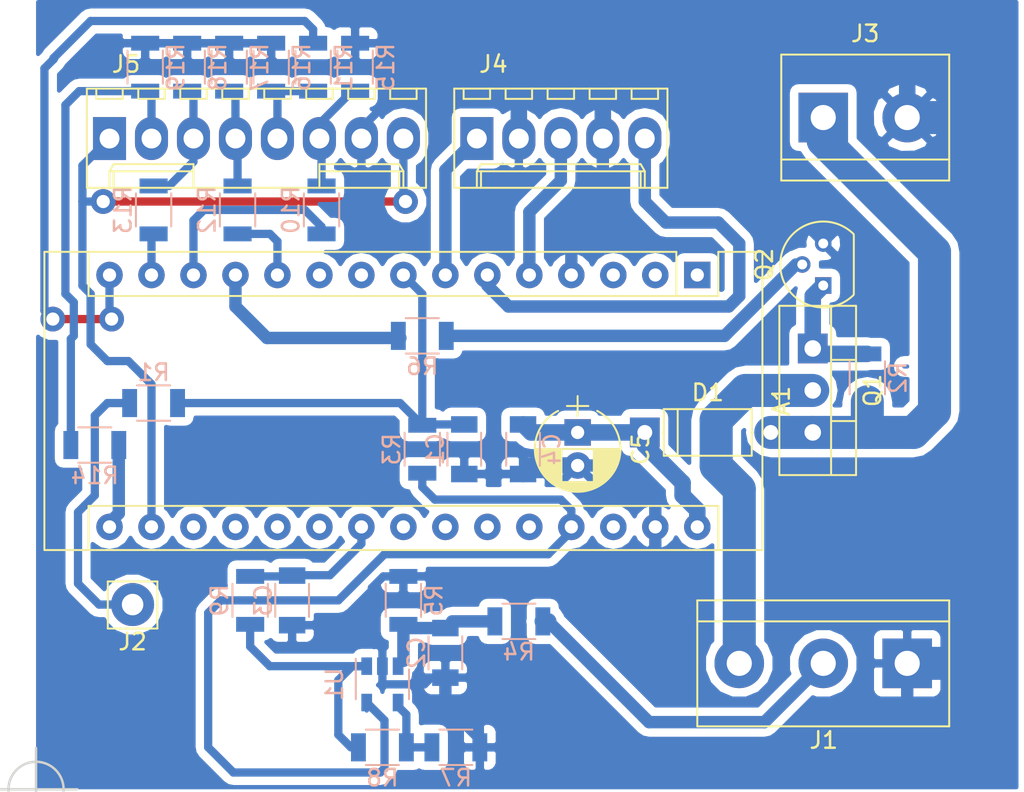
<source format=kicad_pcb>
(kicad_pcb (version 4) (host pcbnew 4.0.7)

  (general
    (links 67)
    (no_connects 0)
    (area 0 0 0 0)
    (thickness 1.6)
    (drawings 5)
    (tracks 263)
    (zones 0)
    (modules 34)
    (nets 44)
  )

  (page A4)
  (layers
    (0 F.Cu signal)
    (31 B.Cu signal)
    (32 B.Adhes user hide)
    (33 F.Adhes user hide)
    (34 B.Paste user hide)
    (35 F.Paste user hide)
    (36 B.SilkS user)
    (37 F.SilkS user hide)
    (38 B.Mask user)
    (39 F.Mask user)
    (40 Dwgs.User user hide)
    (41 Cmts.User user hide)
    (42 Eco1.User user hide)
    (43 Eco2.User user hide)
    (44 Edge.Cuts user hide)
    (45 Margin user)
    (46 B.CrtYd user)
    (47 F.CrtYd user hide)
    (48 B.Fab user hide)
    (49 F.Fab user)
  )

  (setup
    (last_trace_width 0.5)
    (user_trace_width 0.5)
    (user_trace_width 0.75)
    (user_trace_width 1)
    (user_trace_width 2)
    (trace_clearance 0.2)
    (zone_clearance 0.508)
    (zone_45_only yes)
    (trace_min 0.2)
    (segment_width 0.2)
    (edge_width 0.15)
    (via_size 0.6)
    (via_drill 0.4)
    (via_min_size 0.4)
    (via_min_drill 0.3)
    (user_via 1 0.8)
    (user_via 1.5 0.8)
    (user_via 2 0.8)
    (uvia_size 0.3)
    (uvia_drill 0.1)
    (uvias_allowed no)
    (uvia_min_size 0.2)
    (uvia_min_drill 0.1)
    (pcb_text_width 0.3)
    (pcb_text_size 1.5 1.5)
    (mod_edge_width 0.15)
    (mod_text_size 1 1)
    (mod_text_width 0.15)
    (pad_size 1.524 1.524)
    (pad_drill 0.762)
    (pad_to_mask_clearance 0.2)
    (aux_axis_origin 102.87 149.86)
    (grid_origin 102.87 149.86)
    (visible_elements FFFFFF7F)
    (pcbplotparams
      (layerselection 0x00000_80000000)
      (usegerberextensions false)
      (excludeedgelayer false)
      (linewidth 0.100000)
      (plotframeref false)
      (viasonmask false)
      (mode 1)
      (useauxorigin true)
      (hpglpennumber 1)
      (hpglpenspeed 20)
      (hpglpendiameter 15)
      (hpglpenoverlay 2)
      (psnegative false)
      (psa4output false)
      (plotreference true)
      (plotvalue true)
      (plotinvisibletext false)
      (padsonsilk false)
      (subtractmaskfromsilk false)
      (outputformat 1)
      (mirror false)
      (drillshape 0)
      (scaleselection 1)
      (outputdirectory ""))
  )

  (net 0 "")
  (net 1 "Net-(A1-Pad1)")
  (net 2 +3V3)
  (net 3 "Net-(A1-Pad2)")
  (net 4 "Net-(A1-Pad18)")
  (net 5 "Net-(A1-Pad3)")
  (net 6 "Net-(A1-Pad19)")
  (net 7 GND)
  (net 8 "Net-(A1-Pad20)")
  (net 9 A)
  (net 10 "Net-(A1-Pad21)")
  (net 11 B)
  (net 12 Temp)
  (net 13 SW)
  (net 14 "Net-(A1-Pad23)")
  (net 15 SENSE)
  (net 16 "Net-(A1-Pad24)")
  (net 17 "Net-(A1-Pad9)")
  (net 18 "Net-(A1-Pad25)")
  (net 19 "Net-(A1-Pad10)")
  (net 20 "Net-(A1-Pad26)")
  (net 21 A0)
  (net 22 VCC)
  (net 23 PWM)
  (net 24 "Net-(A1-Pad28)")
  (net 25 CS)
  (net 26 SDA)
  (net 27 "Net-(A1-Pad30)")
  (net 28 RESET)
  (net 29 SCK)
  (net 30 "Net-(Q2-Pad2)")
  (net 31 "Net-(Q1-Pad1)")
  (net 32 "Net-(J1-Pad3)")
  (net 33 +12V)
  (net 34 "Net-(J2-Pad1)")
  (net 35 "Net-(C2-Pad1)")
  (net 36 "Net-(J1-Pad2)")
  (net 37 "Net-(J5-Pad3)")
  (net 38 "Net-(J5-Pad4)")
  (net 39 "Net-(J5-Pad5)")
  (net 40 "Net-(J5-Pad6)")
  (net 41 "Net-(R8-Pad1)")
  (net 42 "Net-(R7-Pad1)")
  (net 43 "Net-(J5-Pad2)")

  (net_class Default "This is the default net class."
    (clearance 0.2)
    (trace_width 0.25)
    (via_dia 0.6)
    (via_drill 0.4)
    (uvia_dia 0.3)
    (uvia_drill 0.1)
    (add_net +12V)
    (add_net +3V3)
    (add_net A)
    (add_net A0)
    (add_net B)
    (add_net CS)
    (add_net GND)
    (add_net "Net-(A1-Pad1)")
    (add_net "Net-(A1-Pad10)")
    (add_net "Net-(A1-Pad18)")
    (add_net "Net-(A1-Pad19)")
    (add_net "Net-(A1-Pad2)")
    (add_net "Net-(A1-Pad20)")
    (add_net "Net-(A1-Pad21)")
    (add_net "Net-(A1-Pad23)")
    (add_net "Net-(A1-Pad24)")
    (add_net "Net-(A1-Pad25)")
    (add_net "Net-(A1-Pad26)")
    (add_net "Net-(A1-Pad28)")
    (add_net "Net-(A1-Pad3)")
    (add_net "Net-(A1-Pad30)")
    (add_net "Net-(A1-Pad9)")
    (add_net "Net-(C2-Pad1)")
    (add_net "Net-(J1-Pad2)")
    (add_net "Net-(J1-Pad3)")
    (add_net "Net-(J2-Pad1)")
    (add_net "Net-(J5-Pad2)")
    (add_net "Net-(J5-Pad3)")
    (add_net "Net-(J5-Pad4)")
    (add_net "Net-(J5-Pad5)")
    (add_net "Net-(J5-Pad6)")
    (add_net "Net-(Q1-Pad1)")
    (add_net "Net-(Q2-Pad2)")
    (add_net "Net-(R7-Pad1)")
    (add_net "Net-(R8-Pad1)")
    (add_net PWM)
    (add_net RESET)
    (add_net SCK)
    (add_net SDA)
    (add_net SENSE)
    (add_net SW)
    (add_net Temp)
    (add_net VCC)
  )

  (net_class track1 ""
    (clearance 0.2)
    (trace_width 0.5)
    (via_dia 1.5)
    (via_drill 0.8)
    (uvia_dia 0.3)
    (uvia_drill 0.1)
  )

  (net_class track2 ""
    (clearance 0.2)
    (trace_width 1)
    (via_dia 1.5)
    (via_drill 0.8)
    (uvia_dia 0.3)
    (uvia_drill 0.1)
  )

  (module Modules:Arduino_Nano (layer F.Cu) (tedit 58ACAF70) (tstamp 5B0DE4AE)
    (at 142.875 118.745 270)
    (descr "Arduino Nano, http://www.mouser.com/pdfdocs/Gravitech_Arduino_Nano3_0.pdf")
    (tags "Arduino Nano")
    (path /5B0DD0AF)
    (fp_text reference A1 (at 7.62 -5.08 270) (layer F.SilkS)
      (effects (font (size 1 1) (thickness 0.15)))
    )
    (fp_text value Arduino_Nano_v3.x (at 8.89 19.05 360) (layer F.Fab)
      (effects (font (size 1 1) (thickness 0.15)))
    )
    (fp_text user %R (at 6.35 19.05 360) (layer F.Fab)
      (effects (font (size 1 1) (thickness 0.15)))
    )
    (fp_line (start 1.27 1.27) (end 1.27 -1.27) (layer F.SilkS) (width 0.12))
    (fp_line (start 1.27 -1.27) (end -1.4 -1.27) (layer F.SilkS) (width 0.12))
    (fp_line (start -1.4 1.27) (end -1.4 39.5) (layer F.SilkS) (width 0.12))
    (fp_line (start -1.4 -3.94) (end -1.4 -1.27) (layer F.SilkS) (width 0.12))
    (fp_line (start 13.97 -1.27) (end 16.64 -1.27) (layer F.SilkS) (width 0.12))
    (fp_line (start 13.97 -1.27) (end 13.97 36.83) (layer F.SilkS) (width 0.12))
    (fp_line (start 13.97 36.83) (end 16.64 36.83) (layer F.SilkS) (width 0.12))
    (fp_line (start 1.27 1.27) (end -1.4 1.27) (layer F.SilkS) (width 0.12))
    (fp_line (start 1.27 1.27) (end 1.27 36.83) (layer F.SilkS) (width 0.12))
    (fp_line (start 1.27 36.83) (end -1.4 36.83) (layer F.SilkS) (width 0.12))
    (fp_line (start 3.81 31.75) (end 11.43 31.75) (layer F.Fab) (width 0.1))
    (fp_line (start 11.43 31.75) (end 11.43 41.91) (layer F.Fab) (width 0.1))
    (fp_line (start 11.43 41.91) (end 3.81 41.91) (layer F.Fab) (width 0.1))
    (fp_line (start 3.81 41.91) (end 3.81 31.75) (layer F.Fab) (width 0.1))
    (fp_line (start -1.4 39.5) (end 16.64 39.5) (layer F.SilkS) (width 0.12))
    (fp_line (start 16.64 39.5) (end 16.64 -3.94) (layer F.SilkS) (width 0.12))
    (fp_line (start 16.64 -3.94) (end -1.4 -3.94) (layer F.SilkS) (width 0.12))
    (fp_line (start 16.51 39.37) (end -1.27 39.37) (layer F.Fab) (width 0.1))
    (fp_line (start -1.27 39.37) (end -1.27 -2.54) (layer F.Fab) (width 0.1))
    (fp_line (start -1.27 -2.54) (end 0 -3.81) (layer F.Fab) (width 0.1))
    (fp_line (start 0 -3.81) (end 16.51 -3.81) (layer F.Fab) (width 0.1))
    (fp_line (start 16.51 -3.81) (end 16.51 39.37) (layer F.Fab) (width 0.1))
    (fp_line (start -1.53 -4.06) (end 16.75 -4.06) (layer F.CrtYd) (width 0.05))
    (fp_line (start -1.53 -4.06) (end -1.53 42.16) (layer F.CrtYd) (width 0.05))
    (fp_line (start 16.75 42.16) (end 16.75 -4.06) (layer F.CrtYd) (width 0.05))
    (fp_line (start 16.75 42.16) (end -1.53 42.16) (layer F.CrtYd) (width 0.05))
    (pad 1 thru_hole rect (at 0 0 270) (size 1.6 1.6) (drill 0.8) (layers *.Cu *.Mask)
      (net 1 "Net-(A1-Pad1)"))
    (pad 17 thru_hole oval (at 15.24 33.02 270) (size 1.6 1.6) (drill 0.8) (layers *.Cu *.Mask)
      (net 2 +3V3))
    (pad 2 thru_hole oval (at 0 2.54 270) (size 1.6 1.6) (drill 0.8) (layers *.Cu *.Mask)
      (net 3 "Net-(A1-Pad2)"))
    (pad 18 thru_hole oval (at 15.24 30.48 270) (size 1.6 1.6) (drill 0.8) (layers *.Cu *.Mask)
      (net 4 "Net-(A1-Pad18)"))
    (pad 3 thru_hole oval (at 0 5.08 270) (size 1.6 1.6) (drill 0.8) (layers *.Cu *.Mask)
      (net 5 "Net-(A1-Pad3)"))
    (pad 19 thru_hole oval (at 15.24 27.94 270) (size 1.6 1.6) (drill 0.8) (layers *.Cu *.Mask)
      (net 6 "Net-(A1-Pad19)"))
    (pad 4 thru_hole oval (at 0 7.62 270) (size 1.6 1.6) (drill 0.8) (layers *.Cu *.Mask)
      (net 7 GND))
    (pad 20 thru_hole oval (at 15.24 25.4 270) (size 1.6 1.6) (drill 0.8) (layers *.Cu *.Mask)
      (net 8 "Net-(A1-Pad20)"))
    (pad 5 thru_hole oval (at 0 10.16 270) (size 1.6 1.6) (drill 0.8) (layers *.Cu *.Mask)
      (net 9 A))
    (pad 21 thru_hole oval (at 15.24 22.86 270) (size 1.6 1.6) (drill 0.8) (layers *.Cu *.Mask)
      (net 10 "Net-(A1-Pad21)"))
    (pad 6 thru_hole oval (at 0 12.7 270) (size 1.6 1.6) (drill 0.8) (layers *.Cu *.Mask)
      (net 11 B))
    (pad 22 thru_hole oval (at 15.24 20.32 270) (size 1.6 1.6) (drill 0.8) (layers *.Cu *.Mask)
      (net 12 Temp))
    (pad 7 thru_hole oval (at 0 15.24 270) (size 1.6 1.6) (drill 0.8) (layers *.Cu *.Mask)
      (net 13 SW))
    (pad 23 thru_hole oval (at 15.24 17.78 270) (size 1.6 1.6) (drill 0.8) (layers *.Cu *.Mask)
      (net 14 "Net-(A1-Pad23)"))
    (pad 8 thru_hole oval (at 0 17.78 270) (size 1.6 1.6) (drill 0.8) (layers *.Cu *.Mask)
      (net 15 SENSE))
    (pad 24 thru_hole oval (at 15.24 15.24 270) (size 1.6 1.6) (drill 0.8) (layers *.Cu *.Mask)
      (net 16 "Net-(A1-Pad24)"))
    (pad 9 thru_hole oval (at 0 20.32 270) (size 1.6 1.6) (drill 0.8) (layers *.Cu *.Mask)
      (net 17 "Net-(A1-Pad9)"))
    (pad 25 thru_hole oval (at 15.24 12.7 270) (size 1.6 1.6) (drill 0.8) (layers *.Cu *.Mask)
      (net 18 "Net-(A1-Pad25)"))
    (pad 10 thru_hole oval (at 0 22.86 270) (size 1.6 1.6) (drill 0.8) (layers *.Cu *.Mask)
      (net 19 "Net-(A1-Pad10)"))
    (pad 26 thru_hole oval (at 15.24 10.16 270) (size 1.6 1.6) (drill 0.8) (layers *.Cu *.Mask)
      (net 20 "Net-(A1-Pad26)"))
    (pad 11 thru_hole oval (at 0 25.4 270) (size 1.6 1.6) (drill 0.8) (layers *.Cu *.Mask)
      (net 21 A0))
    (pad 27 thru_hole oval (at 15.24 7.62 270) (size 1.6 1.6) (drill 0.8) (layers *.Cu *.Mask)
      (net 22 VCC))
    (pad 12 thru_hole oval (at 0 27.94 270) (size 1.6 1.6) (drill 0.8) (layers *.Cu *.Mask)
      (net 23 PWM))
    (pad 28 thru_hole oval (at 15.24 5.08 270) (size 1.6 1.6) (drill 0.8) (layers *.Cu *.Mask)
      (net 24 "Net-(A1-Pad28)"))
    (pad 13 thru_hole oval (at 0 30.48 270) (size 1.6 1.6) (drill 0.8) (layers *.Cu *.Mask)
      (net 25 CS))
    (pad 29 thru_hole oval (at 15.24 2.54 270) (size 1.6 1.6) (drill 0.8) (layers *.Cu *.Mask)
      (net 7 GND))
    (pad 14 thru_hole oval (at 0 33.02 270) (size 1.6 1.6) (drill 0.8) (layers *.Cu *.Mask)
      (net 26 SDA))
    (pad 30 thru_hole oval (at 15.24 0 270) (size 1.6 1.6) (drill 0.8) (layers *.Cu *.Mask)
      (net 27 "Net-(A1-Pad30)"))
    (pad 15 thru_hole oval (at 0 35.56 270) (size 1.6 1.6) (drill 0.8) (layers *.Cu *.Mask)
      (net 28 RESET))
    (pad 16 thru_hole oval (at 15.24 35.56 270) (size 1.6 1.6) (drill 0.8) (layers *.Cu *.Mask)
      (net 29 SCK))
  )

  (module Connectors_Terminal_Blocks:TerminalBlock_bornier-2_P5.08mm (layer F.Cu) (tedit 59FF03AB) (tstamp 5B0DEB15)
    (at 150.495 109.22)
    (descr "simple 2-pin terminal block, pitch 5.08mm, revamped version of bornier2")
    (tags "terminal block bornier2")
    (path /5B0E4B8E)
    (fp_text reference J3 (at 2.54 -5.08) (layer F.SilkS)
      (effects (font (size 1 1) (thickness 0.15)))
    )
    (fp_text value Screw_Terminal_01x02 (at 2.54 5.08) (layer F.Fab)
      (effects (font (size 1 1) (thickness 0.15)))
    )
    (fp_text user %R (at 2.54 0) (layer F.Fab)
      (effects (font (size 1 1) (thickness 0.15)))
    )
    (fp_line (start -2.41 2.55) (end 7.49 2.55) (layer F.Fab) (width 0.1))
    (fp_line (start -2.46 -3.75) (end -2.46 3.75) (layer F.Fab) (width 0.1))
    (fp_line (start -2.46 3.75) (end 7.54 3.75) (layer F.Fab) (width 0.1))
    (fp_line (start 7.54 3.75) (end 7.54 -3.75) (layer F.Fab) (width 0.1))
    (fp_line (start 7.54 -3.75) (end -2.46 -3.75) (layer F.Fab) (width 0.1))
    (fp_line (start 7.62 2.54) (end -2.54 2.54) (layer F.SilkS) (width 0.12))
    (fp_line (start 7.62 3.81) (end 7.62 -3.81) (layer F.SilkS) (width 0.12))
    (fp_line (start 7.62 -3.81) (end -2.54 -3.81) (layer F.SilkS) (width 0.12))
    (fp_line (start -2.54 -3.81) (end -2.54 3.81) (layer F.SilkS) (width 0.12))
    (fp_line (start -2.54 3.81) (end 7.62 3.81) (layer F.SilkS) (width 0.12))
    (fp_line (start -2.71 -4) (end 7.79 -4) (layer F.CrtYd) (width 0.05))
    (fp_line (start -2.71 -4) (end -2.71 4) (layer F.CrtYd) (width 0.05))
    (fp_line (start 7.79 4) (end 7.79 -4) (layer F.CrtYd) (width 0.05))
    (fp_line (start 7.79 4) (end -2.71 4) (layer F.CrtYd) (width 0.05))
    (pad 1 thru_hole rect (at 0 0) (size 3 3) (drill 1.52) (layers *.Cu *.Mask)
      (net 33 +12V))
    (pad 2 thru_hole circle (at 5.08 0) (size 3 3) (drill 1.52) (layers *.Cu *.Mask)
      (net 7 GND))
    (model ${KISYS3DMOD}/Terminal_Blocks.3dshapes/TerminalBlock_bornier-2_P5.08mm.wrl
      (at (xyz 0.1 0 0))
      (scale (xyz 1 1 1))
      (rotate (xyz 0 0 0))
    )
  )

  (module TO_SOT_Packages_THT:TO-92_Molded_Narrow (layer F.Cu) (tedit 58CE52AF) (tstamp 5B0DE4C0)
    (at 150.495 119.38 90)
    (descr "TO-92 leads molded, narrow, drill 0.6mm (see NXP sot054_po.pdf)")
    (tags "to-92 sc-43 sc-43a sot54 PA33 transistor")
    (path /5B0E0E99)
    (fp_text reference Q2 (at 1.27 -3.56 90) (layer F.SilkS)
      (effects (font (size 1 1) (thickness 0.15)))
    )
    (fp_text value BC547 (at 1.27 2.79 90) (layer F.Fab)
      (effects (font (size 1 1) (thickness 0.15)))
    )
    (fp_text user %R (at 1.27 -3.56 90) (layer F.Fab)
      (effects (font (size 1 1) (thickness 0.15)))
    )
    (fp_line (start -0.53 1.85) (end 3.07 1.85) (layer F.SilkS) (width 0.12))
    (fp_line (start -0.5 1.75) (end 3 1.75) (layer F.Fab) (width 0.1))
    (fp_line (start -1.46 -2.73) (end 4 -2.73) (layer F.CrtYd) (width 0.05))
    (fp_line (start -1.46 -2.73) (end -1.46 2.01) (layer F.CrtYd) (width 0.05))
    (fp_line (start 4 2.01) (end 4 -2.73) (layer F.CrtYd) (width 0.05))
    (fp_line (start 4 2.01) (end -1.46 2.01) (layer F.CrtYd) (width 0.05))
    (fp_arc (start 1.27 0) (end 1.27 -2.48) (angle 135) (layer F.Fab) (width 0.1))
    (fp_arc (start 1.27 0) (end 1.27 -2.6) (angle -135) (layer F.SilkS) (width 0.12))
    (fp_arc (start 1.27 0) (end 1.27 -2.48) (angle -135) (layer F.Fab) (width 0.1))
    (fp_arc (start 1.27 0) (end 1.27 -2.6) (angle 135) (layer F.SilkS) (width 0.12))
    (pad 2 thru_hole circle (at 1.27 -1.27 180) (size 1 1) (drill 0.6) (layers *.Cu *.Mask)
      (net 30 "Net-(Q2-Pad2)"))
    (pad 3 thru_hole circle (at 2.54 0 180) (size 1 1) (drill 0.6) (layers *.Cu *.Mask)
      (net 7 GND))
    (pad 1 thru_hole rect (at 0 0 180) (size 1 1) (drill 0.6) (layers *.Cu *.Mask)
      (net 31 "Net-(Q1-Pad1)"))
    (model ${KISYS3DMOD}/TO_SOT_Packages_THT.3dshapes/TO-92_Molded_Narrow.wrl
      (at (xyz 0.05 0 0))
      (scale (xyz 1 1 1))
      (rotate (xyz 0 0 -90))
    )
  )

  (module TO_SOT_Packages_THT:TO-220-3_Vertical (layer F.Cu) (tedit 58CE52AD) (tstamp 5B0DE899)
    (at 149.86 123.19 270)
    (descr "TO-220-3, Vertical, RM 2.54mm")
    (tags "TO-220-3 Vertical RM 2.54mm")
    (path /5B0E0C22)
    (fp_text reference Q1 (at 2.54 -3.62 270) (layer F.SilkS)
      (effects (font (size 1 1) (thickness 0.15)))
    )
    (fp_text value IRF9540N (at 2.54 3.92 270) (layer F.Fab)
      (effects (font (size 1 1) (thickness 0.15)))
    )
    (fp_text user %R (at 2.54 -3.62 270) (layer F.Fab)
      (effects (font (size 1 1) (thickness 0.15)))
    )
    (fp_line (start -2.46 -2.5) (end -2.46 1.9) (layer F.Fab) (width 0.1))
    (fp_line (start -2.46 1.9) (end 7.54 1.9) (layer F.Fab) (width 0.1))
    (fp_line (start 7.54 1.9) (end 7.54 -2.5) (layer F.Fab) (width 0.1))
    (fp_line (start 7.54 -2.5) (end -2.46 -2.5) (layer F.Fab) (width 0.1))
    (fp_line (start -2.46 -1.23) (end 7.54 -1.23) (layer F.Fab) (width 0.1))
    (fp_line (start 0.69 -2.5) (end 0.69 -1.23) (layer F.Fab) (width 0.1))
    (fp_line (start 4.39 -2.5) (end 4.39 -1.23) (layer F.Fab) (width 0.1))
    (fp_line (start -2.58 -2.62) (end 7.66 -2.62) (layer F.SilkS) (width 0.12))
    (fp_line (start -2.58 2.021) (end 7.66 2.021) (layer F.SilkS) (width 0.12))
    (fp_line (start -2.58 -2.62) (end -2.58 2.021) (layer F.SilkS) (width 0.12))
    (fp_line (start 7.66 -2.62) (end 7.66 2.021) (layer F.SilkS) (width 0.12))
    (fp_line (start -2.58 -1.11) (end 7.66 -1.11) (layer F.SilkS) (width 0.12))
    (fp_line (start 0.69 -2.62) (end 0.69 -1.11) (layer F.SilkS) (width 0.12))
    (fp_line (start 4.391 -2.62) (end 4.391 -1.11) (layer F.SilkS) (width 0.12))
    (fp_line (start -2.71 -2.75) (end -2.71 2.16) (layer F.CrtYd) (width 0.05))
    (fp_line (start -2.71 2.16) (end 7.79 2.16) (layer F.CrtYd) (width 0.05))
    (fp_line (start 7.79 2.16) (end 7.79 -2.75) (layer F.CrtYd) (width 0.05))
    (fp_line (start 7.79 -2.75) (end -2.71 -2.75) (layer F.CrtYd) (width 0.05))
    (pad 1 thru_hole rect (at 0 0 270) (size 1.8 1.8) (drill 1) (layers *.Cu *.Mask)
      (net 31 "Net-(Q1-Pad1)"))
    (pad 2 thru_hole oval (at 2.54 0 270) (size 1.8 1.8) (drill 1) (layers *.Cu *.Mask)
      (net 32 "Net-(J1-Pad3)"))
    (pad 3 thru_hole oval (at 5.08 0 270) (size 1.8 1.8) (drill 1) (layers *.Cu *.Mask)
      (net 33 +12V))
    (model ${KISYS3DMOD}/TO_SOT_Packages_THT.3dshapes/TO-220-3_Vertical.wrl
      (at (xyz 0.1 0 0))
      (scale (xyz 0.393701 0.393701 0.393701))
      (rotate (xyz 0 0 0))
    )
  )

  (module Resistors_SMD:R_1206 (layer B.Cu) (tedit 5B0DF5F9) (tstamp 5B0DE8AA)
    (at 109.982 126.492 180)
    (descr "Resistor SMD 1206, reflow soldering, Vishay (see dcrcw.pdf)")
    (tags "resistor 1206")
    (path /5B0E662F)
    (attr smd)
    (fp_text reference R1 (at 0 1.85 180) (layer B.SilkS)
      (effects (font (size 1 1) (thickness 0.15)) (justify mirror))
    )
    (fp_text value R (at 0 -1.95 180) (layer B.Fab)
      (effects (font (size 1 1) (thickness 0.15)) (justify mirror))
    )
    (fp_text user %R (at 1.27 -1.905 450) (layer B.Fab)
      (effects (font (size 0.7 0.7) (thickness 0.105)) (justify mirror))
    )
    (fp_line (start -1.6 -0.8) (end -1.6 0.8) (layer B.Fab) (width 0.1))
    (fp_line (start 1.6 -0.8) (end -1.6 -0.8) (layer B.Fab) (width 0.1))
    (fp_line (start 1.6 0.8) (end 1.6 -0.8) (layer B.Fab) (width 0.1))
    (fp_line (start -1.6 0.8) (end 1.6 0.8) (layer B.Fab) (width 0.1))
    (fp_line (start 1 -1.07) (end -1 -1.07) (layer B.SilkS) (width 0.12))
    (fp_line (start -1 1.07) (end 1 1.07) (layer B.SilkS) (width 0.12))
    (fp_line (start -2.15 1.11) (end 2.15 1.11) (layer B.CrtYd) (width 0.05))
    (fp_line (start -2.15 1.11) (end -2.15 -1.1) (layer B.CrtYd) (width 0.05))
    (fp_line (start 2.15 -1.1) (end 2.15 1.11) (layer B.CrtYd) (width 0.05))
    (fp_line (start 2.15 -1.1) (end -2.15 -1.1) (layer B.CrtYd) (width 0.05))
    (pad 1 smd rect (at -1.45 0 180) (size 0.9 1.7) (layers B.Cu B.Paste B.Mask)
      (net 15 SENSE))
    (pad 2 smd rect (at 1.45 0 180) (size 0.9 1.7) (layers B.Cu B.Paste B.Mask)
      (net 34 "Net-(J2-Pad1)"))
    (model ${KISYS3DMOD}/Resistors_SMD.3dshapes/R_1206.wrl
      (at (xyz 0 0 0))
      (scale (xyz 1 1 1))
      (rotate (xyz 0 0 0))
    )
  )

  (module Capacitors_SMD:C_1206 (layer B.Cu) (tedit 58AA84B8) (tstamp 5B0DEA11)
    (at 128.778 129.286 270)
    (descr "Capacitor SMD 1206, reflow soldering, AVX (see smccp.pdf)")
    (tags "capacitor 1206")
    (path /5B0E6AA1)
    (attr smd)
    (fp_text reference C1 (at 0 1.75 270) (layer B.SilkS)
      (effects (font (size 1 1) (thickness 0.15)) (justify mirror))
    )
    (fp_text value C (at 0 -2 270) (layer B.Fab)
      (effects (font (size 1 1) (thickness 0.15)) (justify mirror))
    )
    (fp_text user %R (at 0 1.75 270) (layer B.Fab)
      (effects (font (size 1 1) (thickness 0.15)) (justify mirror))
    )
    (fp_line (start -1.6 -0.8) (end -1.6 0.8) (layer B.Fab) (width 0.1))
    (fp_line (start 1.6 -0.8) (end -1.6 -0.8) (layer B.Fab) (width 0.1))
    (fp_line (start 1.6 0.8) (end 1.6 -0.8) (layer B.Fab) (width 0.1))
    (fp_line (start -1.6 0.8) (end 1.6 0.8) (layer B.Fab) (width 0.1))
    (fp_line (start 1 1.02) (end -1 1.02) (layer B.SilkS) (width 0.12))
    (fp_line (start -1 -1.02) (end 1 -1.02) (layer B.SilkS) (width 0.12))
    (fp_line (start -2.25 1.05) (end 2.25 1.05) (layer B.CrtYd) (width 0.05))
    (fp_line (start -2.25 1.05) (end -2.25 -1.05) (layer B.CrtYd) (width 0.05))
    (fp_line (start 2.25 -1.05) (end 2.25 1.05) (layer B.CrtYd) (width 0.05))
    (fp_line (start 2.25 -1.05) (end -2.25 -1.05) (layer B.CrtYd) (width 0.05))
    (pad 1 smd rect (at -1.5 0 270) (size 1 1.6) (layers B.Cu B.Paste B.Mask)
      (net 15 SENSE))
    (pad 2 smd rect (at 1.5 0 270) (size 1 1.6) (layers B.Cu B.Paste B.Mask)
      (net 7 GND))
    (model Capacitors_SMD.3dshapes/C_1206.wrl
      (at (xyz 0 0 0))
      (scale (xyz 1 1 1))
      (rotate (xyz 0 0 0))
    )
  )

  (module Capacitors_SMD:C_1206 (layer B.Cu) (tedit 58AA84B8) (tstamp 5B0DEA22)
    (at 127.635 141.605 270)
    (descr "Capacitor SMD 1206, reflow soldering, AVX (see smccp.pdf)")
    (tags "capacitor 1206")
    (path /5B0DFBF3)
    (attr smd)
    (fp_text reference C2 (at 0 1.75 270) (layer B.SilkS)
      (effects (font (size 1 1) (thickness 0.15)) (justify mirror))
    )
    (fp_text value C (at 0 -2 270) (layer B.Fab)
      (effects (font (size 1 1) (thickness 0.15)) (justify mirror))
    )
    (fp_text user %R (at 0 1.75 270) (layer B.Fab)
      (effects (font (size 1 1) (thickness 0.15)) (justify mirror))
    )
    (fp_line (start -1.6 -0.8) (end -1.6 0.8) (layer B.Fab) (width 0.1))
    (fp_line (start 1.6 -0.8) (end -1.6 -0.8) (layer B.Fab) (width 0.1))
    (fp_line (start 1.6 0.8) (end 1.6 -0.8) (layer B.Fab) (width 0.1))
    (fp_line (start -1.6 0.8) (end 1.6 0.8) (layer B.Fab) (width 0.1))
    (fp_line (start 1 1.02) (end -1 1.02) (layer B.SilkS) (width 0.12))
    (fp_line (start -1 -1.02) (end 1 -1.02) (layer B.SilkS) (width 0.12))
    (fp_line (start -2.25 1.05) (end 2.25 1.05) (layer B.CrtYd) (width 0.05))
    (fp_line (start -2.25 1.05) (end -2.25 -1.05) (layer B.CrtYd) (width 0.05))
    (fp_line (start 2.25 -1.05) (end 2.25 1.05) (layer B.CrtYd) (width 0.05))
    (fp_line (start 2.25 -1.05) (end -2.25 -1.05) (layer B.CrtYd) (width 0.05))
    (pad 1 smd rect (at -1.5 0 270) (size 1 1.6) (layers B.Cu B.Paste B.Mask)
      (net 35 "Net-(C2-Pad1)"))
    (pad 2 smd rect (at 1.5 0 270) (size 1 1.6) (layers B.Cu B.Paste B.Mask)
      (net 7 GND))
    (model Capacitors_SMD.3dshapes/C_1206.wrl
      (at (xyz 0 0 0))
      (scale (xyz 1 1 1))
      (rotate (xyz 0 0 0))
    )
  )

  (module Capacitors_SMD:C_1206 (layer B.Cu) (tedit 58AA84B8) (tstamp 5B0DEA33)
    (at 118.364 138.43 270)
    (descr "Capacitor SMD 1206, reflow soldering, AVX (see smccp.pdf)")
    (tags "capacitor 1206")
    (path /5B0DFEA7)
    (attr smd)
    (fp_text reference C3 (at 0 1.75 270) (layer B.SilkS)
      (effects (font (size 1 1) (thickness 0.15)) (justify mirror))
    )
    (fp_text value C (at 0 -2 270) (layer B.Fab)
      (effects (font (size 1 1) (thickness 0.15)) (justify mirror))
    )
    (fp_text user %R (at 0 1.75 270) (layer B.Fab)
      (effects (font (size 1 1) (thickness 0.15)) (justify mirror))
    )
    (fp_line (start -1.6 -0.8) (end -1.6 0.8) (layer B.Fab) (width 0.1))
    (fp_line (start 1.6 -0.8) (end -1.6 -0.8) (layer B.Fab) (width 0.1))
    (fp_line (start 1.6 0.8) (end 1.6 -0.8) (layer B.Fab) (width 0.1))
    (fp_line (start -1.6 0.8) (end 1.6 0.8) (layer B.Fab) (width 0.1))
    (fp_line (start 1 1.02) (end -1 1.02) (layer B.SilkS) (width 0.12))
    (fp_line (start -1 -1.02) (end 1 -1.02) (layer B.SilkS) (width 0.12))
    (fp_line (start -2.25 1.05) (end 2.25 1.05) (layer B.CrtYd) (width 0.05))
    (fp_line (start -2.25 1.05) (end -2.25 -1.05) (layer B.CrtYd) (width 0.05))
    (fp_line (start 2.25 -1.05) (end 2.25 1.05) (layer B.CrtYd) (width 0.05))
    (fp_line (start 2.25 -1.05) (end -2.25 -1.05) (layer B.CrtYd) (width 0.05))
    (pad 1 smd rect (at -1.5 0 270) (size 1 1.6) (layers B.Cu B.Paste B.Mask)
      (net 12 Temp))
    (pad 2 smd rect (at 1.5 0 270) (size 1 1.6) (layers B.Cu B.Paste B.Mask)
      (net 7 GND))
    (model Capacitors_SMD.3dshapes/C_1206.wrl
      (at (xyz 0 0 0))
      (scale (xyz 1 1 1))
      (rotate (xyz 0 0 0))
    )
  )

  (module Capacitors_SMD:C_1206 (layer B.Cu) (tedit 58AA84B8) (tstamp 5B0DEA44)
    (at 132.334 129.286 90)
    (descr "Capacitor SMD 1206, reflow soldering, AVX (see smccp.pdf)")
    (tags "capacitor 1206")
    (path /5B0E5D63)
    (attr smd)
    (fp_text reference C4 (at 0 1.75 90) (layer B.SilkS)
      (effects (font (size 1 1) (thickness 0.15)) (justify mirror))
    )
    (fp_text value C (at 0 -2 90) (layer B.Fab)
      (effects (font (size 1 1) (thickness 0.15)) (justify mirror))
    )
    (fp_text user %R (at 0 1.75 90) (layer B.Fab)
      (effects (font (size 1 1) (thickness 0.15)) (justify mirror))
    )
    (fp_line (start -1.6 -0.8) (end -1.6 0.8) (layer B.Fab) (width 0.1))
    (fp_line (start 1.6 -0.8) (end -1.6 -0.8) (layer B.Fab) (width 0.1))
    (fp_line (start 1.6 0.8) (end 1.6 -0.8) (layer B.Fab) (width 0.1))
    (fp_line (start -1.6 0.8) (end 1.6 0.8) (layer B.Fab) (width 0.1))
    (fp_line (start 1 1.02) (end -1 1.02) (layer B.SilkS) (width 0.12))
    (fp_line (start -1 -1.02) (end 1 -1.02) (layer B.SilkS) (width 0.12))
    (fp_line (start -2.25 1.05) (end 2.25 1.05) (layer B.CrtYd) (width 0.05))
    (fp_line (start -2.25 1.05) (end -2.25 -1.05) (layer B.CrtYd) (width 0.05))
    (fp_line (start 2.25 -1.05) (end 2.25 1.05) (layer B.CrtYd) (width 0.05))
    (fp_line (start 2.25 -1.05) (end -2.25 -1.05) (layer B.CrtYd) (width 0.05))
    (pad 1 smd rect (at -1.5 0 90) (size 1 1.6) (layers B.Cu B.Paste B.Mask)
      (net 7 GND))
    (pad 2 smd rect (at 1.5 0 90) (size 1 1.6) (layers B.Cu B.Paste B.Mask)
      (net 27 "Net-(A1-Pad30)"))
    (model Capacitors_SMD.3dshapes/C_1206.wrl
      (at (xyz 0 0 0))
      (scale (xyz 1 1 1))
      (rotate (xyz 0 0 0))
    )
  )

  (module Capacitors_THT:CP_Radial_D5.0mm_P2.00mm (layer F.Cu) (tedit 597BC7C2) (tstamp 5B0DEAC9)
    (at 135.636 128.27 270)
    (descr "CP, Radial series, Radial, pin pitch=2.00mm, , diameter=5mm, Electrolytic Capacitor")
    (tags "CP Radial series Radial pin pitch 2.00mm  diameter 5mm Electrolytic Capacitor")
    (path /5B0E562F)
    (fp_text reference C5 (at 1 -3.81 270) (layer F.SilkS)
      (effects (font (size 1 1) (thickness 0.15)))
    )
    (fp_text value CP (at 1 3.81 270) (layer F.Fab)
      (effects (font (size 1 1) (thickness 0.15)))
    )
    (fp_arc (start 1 0) (end -1.30558 -1.18) (angle 125.8) (layer F.SilkS) (width 0.12))
    (fp_arc (start 1 0) (end -1.30558 1.18) (angle -125.8) (layer F.SilkS) (width 0.12))
    (fp_arc (start 1 0) (end 3.30558 -1.18) (angle 54.2) (layer F.SilkS) (width 0.12))
    (fp_circle (center 1 0) (end 3.5 0) (layer F.Fab) (width 0.1))
    (fp_line (start -2.2 0) (end -1 0) (layer F.Fab) (width 0.1))
    (fp_line (start -1.6 -0.65) (end -1.6 0.65) (layer F.Fab) (width 0.1))
    (fp_line (start 1 -2.55) (end 1 2.55) (layer F.SilkS) (width 0.12))
    (fp_line (start 1.04 -2.55) (end 1.04 -0.98) (layer F.SilkS) (width 0.12))
    (fp_line (start 1.04 0.98) (end 1.04 2.55) (layer F.SilkS) (width 0.12))
    (fp_line (start 1.08 -2.549) (end 1.08 -0.98) (layer F.SilkS) (width 0.12))
    (fp_line (start 1.08 0.98) (end 1.08 2.549) (layer F.SilkS) (width 0.12))
    (fp_line (start 1.12 -2.548) (end 1.12 -0.98) (layer F.SilkS) (width 0.12))
    (fp_line (start 1.12 0.98) (end 1.12 2.548) (layer F.SilkS) (width 0.12))
    (fp_line (start 1.16 -2.546) (end 1.16 -0.98) (layer F.SilkS) (width 0.12))
    (fp_line (start 1.16 0.98) (end 1.16 2.546) (layer F.SilkS) (width 0.12))
    (fp_line (start 1.2 -2.543) (end 1.2 -0.98) (layer F.SilkS) (width 0.12))
    (fp_line (start 1.2 0.98) (end 1.2 2.543) (layer F.SilkS) (width 0.12))
    (fp_line (start 1.24 -2.539) (end 1.24 -0.98) (layer F.SilkS) (width 0.12))
    (fp_line (start 1.24 0.98) (end 1.24 2.539) (layer F.SilkS) (width 0.12))
    (fp_line (start 1.28 -2.535) (end 1.28 -0.98) (layer F.SilkS) (width 0.12))
    (fp_line (start 1.28 0.98) (end 1.28 2.535) (layer F.SilkS) (width 0.12))
    (fp_line (start 1.32 -2.531) (end 1.32 -0.98) (layer F.SilkS) (width 0.12))
    (fp_line (start 1.32 0.98) (end 1.32 2.531) (layer F.SilkS) (width 0.12))
    (fp_line (start 1.36 -2.525) (end 1.36 -0.98) (layer F.SilkS) (width 0.12))
    (fp_line (start 1.36 0.98) (end 1.36 2.525) (layer F.SilkS) (width 0.12))
    (fp_line (start 1.4 -2.519) (end 1.4 -0.98) (layer F.SilkS) (width 0.12))
    (fp_line (start 1.4 0.98) (end 1.4 2.519) (layer F.SilkS) (width 0.12))
    (fp_line (start 1.44 -2.513) (end 1.44 -0.98) (layer F.SilkS) (width 0.12))
    (fp_line (start 1.44 0.98) (end 1.44 2.513) (layer F.SilkS) (width 0.12))
    (fp_line (start 1.48 -2.506) (end 1.48 -0.98) (layer F.SilkS) (width 0.12))
    (fp_line (start 1.48 0.98) (end 1.48 2.506) (layer F.SilkS) (width 0.12))
    (fp_line (start 1.52 -2.498) (end 1.52 -0.98) (layer F.SilkS) (width 0.12))
    (fp_line (start 1.52 0.98) (end 1.52 2.498) (layer F.SilkS) (width 0.12))
    (fp_line (start 1.56 -2.489) (end 1.56 -0.98) (layer F.SilkS) (width 0.12))
    (fp_line (start 1.56 0.98) (end 1.56 2.489) (layer F.SilkS) (width 0.12))
    (fp_line (start 1.6 -2.48) (end 1.6 -0.98) (layer F.SilkS) (width 0.12))
    (fp_line (start 1.6 0.98) (end 1.6 2.48) (layer F.SilkS) (width 0.12))
    (fp_line (start 1.64 -2.47) (end 1.64 -0.98) (layer F.SilkS) (width 0.12))
    (fp_line (start 1.64 0.98) (end 1.64 2.47) (layer F.SilkS) (width 0.12))
    (fp_line (start 1.68 -2.46) (end 1.68 -0.98) (layer F.SilkS) (width 0.12))
    (fp_line (start 1.68 0.98) (end 1.68 2.46) (layer F.SilkS) (width 0.12))
    (fp_line (start 1.721 -2.448) (end 1.721 -0.98) (layer F.SilkS) (width 0.12))
    (fp_line (start 1.721 0.98) (end 1.721 2.448) (layer F.SilkS) (width 0.12))
    (fp_line (start 1.761 -2.436) (end 1.761 -0.98) (layer F.SilkS) (width 0.12))
    (fp_line (start 1.761 0.98) (end 1.761 2.436) (layer F.SilkS) (width 0.12))
    (fp_line (start 1.801 -2.424) (end 1.801 -0.98) (layer F.SilkS) (width 0.12))
    (fp_line (start 1.801 0.98) (end 1.801 2.424) (layer F.SilkS) (width 0.12))
    (fp_line (start 1.841 -2.41) (end 1.841 -0.98) (layer F.SilkS) (width 0.12))
    (fp_line (start 1.841 0.98) (end 1.841 2.41) (layer F.SilkS) (width 0.12))
    (fp_line (start 1.881 -2.396) (end 1.881 -0.98) (layer F.SilkS) (width 0.12))
    (fp_line (start 1.881 0.98) (end 1.881 2.396) (layer F.SilkS) (width 0.12))
    (fp_line (start 1.921 -2.382) (end 1.921 -0.98) (layer F.SilkS) (width 0.12))
    (fp_line (start 1.921 0.98) (end 1.921 2.382) (layer F.SilkS) (width 0.12))
    (fp_line (start 1.961 -2.366) (end 1.961 -0.98) (layer F.SilkS) (width 0.12))
    (fp_line (start 1.961 0.98) (end 1.961 2.366) (layer F.SilkS) (width 0.12))
    (fp_line (start 2.001 -2.35) (end 2.001 -0.98) (layer F.SilkS) (width 0.12))
    (fp_line (start 2.001 0.98) (end 2.001 2.35) (layer F.SilkS) (width 0.12))
    (fp_line (start 2.041 -2.333) (end 2.041 -0.98) (layer F.SilkS) (width 0.12))
    (fp_line (start 2.041 0.98) (end 2.041 2.333) (layer F.SilkS) (width 0.12))
    (fp_line (start 2.081 -2.315) (end 2.081 -0.98) (layer F.SilkS) (width 0.12))
    (fp_line (start 2.081 0.98) (end 2.081 2.315) (layer F.SilkS) (width 0.12))
    (fp_line (start 2.121 -2.296) (end 2.121 -0.98) (layer F.SilkS) (width 0.12))
    (fp_line (start 2.121 0.98) (end 2.121 2.296) (layer F.SilkS) (width 0.12))
    (fp_line (start 2.161 -2.276) (end 2.161 -0.98) (layer F.SilkS) (width 0.12))
    (fp_line (start 2.161 0.98) (end 2.161 2.276) (layer F.SilkS) (width 0.12))
    (fp_line (start 2.201 -2.256) (end 2.201 -0.98) (layer F.SilkS) (width 0.12))
    (fp_line (start 2.201 0.98) (end 2.201 2.256) (layer F.SilkS) (width 0.12))
    (fp_line (start 2.241 -2.234) (end 2.241 -0.98) (layer F.SilkS) (width 0.12))
    (fp_line (start 2.241 0.98) (end 2.241 2.234) (layer F.SilkS) (width 0.12))
    (fp_line (start 2.281 -2.212) (end 2.281 -0.98) (layer F.SilkS) (width 0.12))
    (fp_line (start 2.281 0.98) (end 2.281 2.212) (layer F.SilkS) (width 0.12))
    (fp_line (start 2.321 -2.189) (end 2.321 -0.98) (layer F.SilkS) (width 0.12))
    (fp_line (start 2.321 0.98) (end 2.321 2.189) (layer F.SilkS) (width 0.12))
    (fp_line (start 2.361 -2.165) (end 2.361 -0.98) (layer F.SilkS) (width 0.12))
    (fp_line (start 2.361 0.98) (end 2.361 2.165) (layer F.SilkS) (width 0.12))
    (fp_line (start 2.401 -2.14) (end 2.401 -0.98) (layer F.SilkS) (width 0.12))
    (fp_line (start 2.401 0.98) (end 2.401 2.14) (layer F.SilkS) (width 0.12))
    (fp_line (start 2.441 -2.113) (end 2.441 -0.98) (layer F.SilkS) (width 0.12))
    (fp_line (start 2.441 0.98) (end 2.441 2.113) (layer F.SilkS) (width 0.12))
    (fp_line (start 2.481 -2.086) (end 2.481 -0.98) (layer F.SilkS) (width 0.12))
    (fp_line (start 2.481 0.98) (end 2.481 2.086) (layer F.SilkS) (width 0.12))
    (fp_line (start 2.521 -2.058) (end 2.521 -0.98) (layer F.SilkS) (width 0.12))
    (fp_line (start 2.521 0.98) (end 2.521 2.058) (layer F.SilkS) (width 0.12))
    (fp_line (start 2.561 -2.028) (end 2.561 -0.98) (layer F.SilkS) (width 0.12))
    (fp_line (start 2.561 0.98) (end 2.561 2.028) (layer F.SilkS) (width 0.12))
    (fp_line (start 2.601 -1.997) (end 2.601 -0.98) (layer F.SilkS) (width 0.12))
    (fp_line (start 2.601 0.98) (end 2.601 1.997) (layer F.SilkS) (width 0.12))
    (fp_line (start 2.641 -1.965) (end 2.641 -0.98) (layer F.SilkS) (width 0.12))
    (fp_line (start 2.641 0.98) (end 2.641 1.965) (layer F.SilkS) (width 0.12))
    (fp_line (start 2.681 -1.932) (end 2.681 -0.98) (layer F.SilkS) (width 0.12))
    (fp_line (start 2.681 0.98) (end 2.681 1.932) (layer F.SilkS) (width 0.12))
    (fp_line (start 2.721 -1.897) (end 2.721 -0.98) (layer F.SilkS) (width 0.12))
    (fp_line (start 2.721 0.98) (end 2.721 1.897) (layer F.SilkS) (width 0.12))
    (fp_line (start 2.761 -1.861) (end 2.761 -0.98) (layer F.SilkS) (width 0.12))
    (fp_line (start 2.761 0.98) (end 2.761 1.861) (layer F.SilkS) (width 0.12))
    (fp_line (start 2.801 -1.823) (end 2.801 -0.98) (layer F.SilkS) (width 0.12))
    (fp_line (start 2.801 0.98) (end 2.801 1.823) (layer F.SilkS) (width 0.12))
    (fp_line (start 2.841 -1.783) (end 2.841 -0.98) (layer F.SilkS) (width 0.12))
    (fp_line (start 2.841 0.98) (end 2.841 1.783) (layer F.SilkS) (width 0.12))
    (fp_line (start 2.881 -1.742) (end 2.881 -0.98) (layer F.SilkS) (width 0.12))
    (fp_line (start 2.881 0.98) (end 2.881 1.742) (layer F.SilkS) (width 0.12))
    (fp_line (start 2.921 -1.699) (end 2.921 -0.98) (layer F.SilkS) (width 0.12))
    (fp_line (start 2.921 0.98) (end 2.921 1.699) (layer F.SilkS) (width 0.12))
    (fp_line (start 2.961 -1.654) (end 2.961 -0.98) (layer F.SilkS) (width 0.12))
    (fp_line (start 2.961 0.98) (end 2.961 1.654) (layer F.SilkS) (width 0.12))
    (fp_line (start 3.001 -1.606) (end 3.001 1.606) (layer F.SilkS) (width 0.12))
    (fp_line (start 3.041 -1.556) (end 3.041 1.556) (layer F.SilkS) (width 0.12))
    (fp_line (start 3.081 -1.504) (end 3.081 1.504) (layer F.SilkS) (width 0.12))
    (fp_line (start 3.121 -1.448) (end 3.121 1.448) (layer F.SilkS) (width 0.12))
    (fp_line (start 3.161 -1.39) (end 3.161 1.39) (layer F.SilkS) (width 0.12))
    (fp_line (start 3.201 -1.327) (end 3.201 1.327) (layer F.SilkS) (width 0.12))
    (fp_line (start 3.241 -1.261) (end 3.241 1.261) (layer F.SilkS) (width 0.12))
    (fp_line (start 3.281 -1.189) (end 3.281 1.189) (layer F.SilkS) (width 0.12))
    (fp_line (start 3.321 -1.112) (end 3.321 1.112) (layer F.SilkS) (width 0.12))
    (fp_line (start 3.361 -1.028) (end 3.361 1.028) (layer F.SilkS) (width 0.12))
    (fp_line (start 3.401 -0.934) (end 3.401 0.934) (layer F.SilkS) (width 0.12))
    (fp_line (start 3.441 -0.829) (end 3.441 0.829) (layer F.SilkS) (width 0.12))
    (fp_line (start 3.481 -0.707) (end 3.481 0.707) (layer F.SilkS) (width 0.12))
    (fp_line (start 3.521 -0.559) (end 3.521 0.559) (layer F.SilkS) (width 0.12))
    (fp_line (start 3.561 -0.354) (end 3.561 0.354) (layer F.SilkS) (width 0.12))
    (fp_line (start -2.2 0) (end -1 0) (layer F.SilkS) (width 0.12))
    (fp_line (start -1.6 -0.65) (end -1.6 0.65) (layer F.SilkS) (width 0.12))
    (fp_line (start -1.85 -2.85) (end -1.85 2.85) (layer F.CrtYd) (width 0.05))
    (fp_line (start -1.85 2.85) (end 3.85 2.85) (layer F.CrtYd) (width 0.05))
    (fp_line (start 3.85 2.85) (end 3.85 -2.85) (layer F.CrtYd) (width 0.05))
    (fp_line (start 3.85 -2.85) (end -1.85 -2.85) (layer F.CrtYd) (width 0.05))
    (fp_text user %R (at 1 0 270) (layer F.Fab)
      (effects (font (size 1 1) (thickness 0.15)))
    )
    (pad 1 thru_hole rect (at 0 0 270) (size 1.6 1.6) (drill 0.8) (layers *.Cu *.Mask)
      (net 27 "Net-(A1-Pad30)"))
    (pad 2 thru_hole circle (at 2 0 270) (size 1.6 1.6) (drill 0.8) (layers *.Cu *.Mask)
      (net 7 GND))
    (model ${KISYS3DMOD}/Capacitors_THT.3dshapes/CP_Radial_D5.0mm_P2.00mm.wrl
      (at (xyz 0 0 0))
      (scale (xyz 1 1 1))
      (rotate (xyz 0 0 0))
    )
  )

  (module Diodes_THT:D_A-405_P7.62mm_Horizontal (layer F.Cu) (tedit 5921392E) (tstamp 5B0DEAE2)
    (at 139.7 128.27)
    (descr "D, A-405 series, Axial, Horizontal, pin pitch=7.62mm, , length*diameter=5.2*2.7mm^2, , http://www.diodes.com/_files/packages/A-405.pdf")
    (tags "D A-405 series Axial Horizontal pin pitch 7.62mm  length 5.2mm diameter 2.7mm")
    (path /5B0E52D1)
    (fp_text reference D1 (at 3.81 -2.41) (layer F.SilkS)
      (effects (font (size 1 1) (thickness 0.15)))
    )
    (fp_text value D (at 3.81 2.41) (layer F.Fab)
      (effects (font (size 1 1) (thickness 0.15)))
    )
    (fp_text user %R (at 3.81 0) (layer F.Fab)
      (effects (font (size 1 1) (thickness 0.15)))
    )
    (fp_line (start 1.21 -1.35) (end 1.21 1.35) (layer F.Fab) (width 0.1))
    (fp_line (start 1.21 1.35) (end 6.41 1.35) (layer F.Fab) (width 0.1))
    (fp_line (start 6.41 1.35) (end 6.41 -1.35) (layer F.Fab) (width 0.1))
    (fp_line (start 6.41 -1.35) (end 1.21 -1.35) (layer F.Fab) (width 0.1))
    (fp_line (start 0 0) (end 1.21 0) (layer F.Fab) (width 0.1))
    (fp_line (start 7.62 0) (end 6.41 0) (layer F.Fab) (width 0.1))
    (fp_line (start 1.99 -1.35) (end 1.99 1.35) (layer F.Fab) (width 0.1))
    (fp_line (start 1.15 -1.41) (end 1.15 1.41) (layer F.SilkS) (width 0.12))
    (fp_line (start 1.15 1.41) (end 6.47 1.41) (layer F.SilkS) (width 0.12))
    (fp_line (start 6.47 1.41) (end 6.47 -1.41) (layer F.SilkS) (width 0.12))
    (fp_line (start 6.47 -1.41) (end 1.15 -1.41) (layer F.SilkS) (width 0.12))
    (fp_line (start 1.08 0) (end 1.15 0) (layer F.SilkS) (width 0.12))
    (fp_line (start 6.54 0) (end 6.47 0) (layer F.SilkS) (width 0.12))
    (fp_line (start 1.99 -1.41) (end 1.99 1.41) (layer F.SilkS) (width 0.12))
    (fp_line (start -1.15 -1.7) (end -1.15 1.7) (layer F.CrtYd) (width 0.05))
    (fp_line (start -1.15 1.7) (end 8.8 1.7) (layer F.CrtYd) (width 0.05))
    (fp_line (start 8.8 1.7) (end 8.8 -1.7) (layer F.CrtYd) (width 0.05))
    (fp_line (start 8.8 -1.7) (end -1.15 -1.7) (layer F.CrtYd) (width 0.05))
    (pad 1 thru_hole rect (at 0 0) (size 1.8 1.8) (drill 0.9) (layers *.Cu *.Mask)
      (net 27 "Net-(A1-Pad30)"))
    (pad 2 thru_hole oval (at 7.62 0) (size 1.8 1.8) (drill 0.9) (layers *.Cu *.Mask)
      (net 33 +12V))
    (model ${KISYS3DMOD}/Diodes_THT.3dshapes/D_A-405_P7.62mm_Horizontal.wrl
      (at (xyz 0 0 0))
      (scale (xyz 0.393701 0.393701 0.393701))
      (rotate (xyz 0 0 0))
    )
  )

  (module Connectors_Terminal_Blocks:TerminalBlock_bornier-3_P5.08mm (layer F.Cu) (tedit 59FF03B9) (tstamp 5B0DEAF8)
    (at 155.575 142.24 180)
    (descr "simple 3-pin terminal block, pitch 5.08mm, revamped version of bornier3")
    (tags "terminal block bornier3")
    (path /5B0E5AB2)
    (fp_text reference J1 (at 5.05 -4.65 180) (layer F.SilkS)
      (effects (font (size 1 1) (thickness 0.15)))
    )
    (fp_text value Screw_Terminal_01x03 (at 5.08 5.08 180) (layer F.Fab)
      (effects (font (size 1 1) (thickness 0.15)))
    )
    (fp_text user %R (at 5.08 0 180) (layer F.Fab)
      (effects (font (size 1 1) (thickness 0.15)))
    )
    (fp_line (start -2.47 2.55) (end 12.63 2.55) (layer F.Fab) (width 0.1))
    (fp_line (start -2.47 -3.75) (end 12.63 -3.75) (layer F.Fab) (width 0.1))
    (fp_line (start 12.63 -3.75) (end 12.63 3.75) (layer F.Fab) (width 0.1))
    (fp_line (start 12.63 3.75) (end -2.47 3.75) (layer F.Fab) (width 0.1))
    (fp_line (start -2.47 3.75) (end -2.47 -3.75) (layer F.Fab) (width 0.1))
    (fp_line (start -2.54 3.81) (end -2.54 -3.81) (layer F.SilkS) (width 0.12))
    (fp_line (start 12.7 3.81) (end 12.7 -3.81) (layer F.SilkS) (width 0.12))
    (fp_line (start -2.54 2.54) (end 12.7 2.54) (layer F.SilkS) (width 0.12))
    (fp_line (start -2.54 -3.81) (end 12.7 -3.81) (layer F.SilkS) (width 0.12))
    (fp_line (start -2.54 3.81) (end 12.7 3.81) (layer F.SilkS) (width 0.12))
    (fp_line (start -2.72 -4) (end 12.88 -4) (layer F.CrtYd) (width 0.05))
    (fp_line (start -2.72 -4) (end -2.72 4) (layer F.CrtYd) (width 0.05))
    (fp_line (start 12.88 4) (end 12.88 -4) (layer F.CrtYd) (width 0.05))
    (fp_line (start 12.88 4) (end -2.72 4) (layer F.CrtYd) (width 0.05))
    (pad 1 thru_hole rect (at 0 0 180) (size 3 3) (drill 1.52) (layers *.Cu *.Mask)
      (net 7 GND))
    (pad 2 thru_hole circle (at 5.08 0 180) (size 3 3) (drill 1.52) (layers *.Cu *.Mask)
      (net 36 "Net-(J1-Pad2)"))
    (pad 3 thru_hole circle (at 10.16 0 180) (size 3 3) (drill 1.52) (layers *.Cu *.Mask)
      (net 32 "Net-(J1-Pad3)"))
    (model ${KISYS3DMOD}/Terminal_Blocks.3dshapes/TerminalBlock_bornier-3_P5.08mm.wrl
      (at (xyz 0.2 0 0))
      (scale (xyz 1 1 1))
      (rotate (xyz 0 0 0))
    )
  )

  (module Connectors_Molex:Molex_KK-6410-05_05x2.54mm_Straight (layer F.Cu) (tedit 58EE6EEA) (tstamp 5B0DEB42)
    (at 129.54 110.49)
    (descr "Connector Headers with Friction Lock, 22-27-2051, http://www.molex.com/pdm_docs/sd/022272021_sd.pdf")
    (tags "connector molex kk_6410 22-27-2051")
    (path /5B0E2057)
    (fp_text reference J4 (at 1 -4.5) (layer F.SilkS)
      (effects (font (size 1 1) (thickness 0.15)))
    )
    (fp_text value Conn_01x05 (at 5.08 4.5) (layer F.Fab)
      (effects (font (size 1 1) (thickness 0.15)))
    )
    (fp_line (start -1.47 -3.12) (end -1.47 3.08) (layer F.Fab) (width 0.12))
    (fp_line (start -1.47 3.08) (end 11.63 3.08) (layer F.Fab) (width 0.12))
    (fp_line (start 11.63 3.08) (end 11.63 -3.12) (layer F.Fab) (width 0.12))
    (fp_line (start 11.63 -3.12) (end -1.47 -3.12) (layer F.Fab) (width 0.12))
    (fp_line (start -1.37 -3.02) (end -1.37 2.98) (layer F.SilkS) (width 0.12))
    (fp_line (start -1.37 2.98) (end 11.53 2.98) (layer F.SilkS) (width 0.12))
    (fp_line (start 11.53 2.98) (end 11.53 -3.02) (layer F.SilkS) (width 0.12))
    (fp_line (start 11.53 -3.02) (end -1.37 -3.02) (layer F.SilkS) (width 0.12))
    (fp_line (start 0 2.98) (end 0 1.98) (layer F.SilkS) (width 0.12))
    (fp_line (start 0 1.98) (end 10.16 1.98) (layer F.SilkS) (width 0.12))
    (fp_line (start 10.16 1.98) (end 10.16 2.98) (layer F.SilkS) (width 0.12))
    (fp_line (start 0 1.98) (end 0.25 1.55) (layer F.SilkS) (width 0.12))
    (fp_line (start 0.25 1.55) (end 9.91 1.55) (layer F.SilkS) (width 0.12))
    (fp_line (start 9.91 1.55) (end 10.16 1.98) (layer F.SilkS) (width 0.12))
    (fp_line (start 0.25 2.98) (end 0.25 1.98) (layer F.SilkS) (width 0.12))
    (fp_line (start 9.91 2.98) (end 9.91 1.98) (layer F.SilkS) (width 0.12))
    (fp_line (start -0.8 -3.02) (end -0.8 -2.4) (layer F.SilkS) (width 0.12))
    (fp_line (start -0.8 -2.4) (end 0.8 -2.4) (layer F.SilkS) (width 0.12))
    (fp_line (start 0.8 -2.4) (end 0.8 -3.02) (layer F.SilkS) (width 0.12))
    (fp_line (start 1.74 -3.02) (end 1.74 -2.4) (layer F.SilkS) (width 0.12))
    (fp_line (start 1.74 -2.4) (end 3.34 -2.4) (layer F.SilkS) (width 0.12))
    (fp_line (start 3.34 -2.4) (end 3.34 -3.02) (layer F.SilkS) (width 0.12))
    (fp_line (start 4.28 -3.02) (end 4.28 -2.4) (layer F.SilkS) (width 0.12))
    (fp_line (start 4.28 -2.4) (end 5.88 -2.4) (layer F.SilkS) (width 0.12))
    (fp_line (start 5.88 -2.4) (end 5.88 -3.02) (layer F.SilkS) (width 0.12))
    (fp_line (start 6.82 -3.02) (end 6.82 -2.4) (layer F.SilkS) (width 0.12))
    (fp_line (start 6.82 -2.4) (end 8.42 -2.4) (layer F.SilkS) (width 0.12))
    (fp_line (start 8.42 -2.4) (end 8.42 -3.02) (layer F.SilkS) (width 0.12))
    (fp_line (start 9.36 -3.02) (end 9.36 -2.4) (layer F.SilkS) (width 0.12))
    (fp_line (start 9.36 -2.4) (end 10.96 -2.4) (layer F.SilkS) (width 0.12))
    (fp_line (start 10.96 -2.4) (end 10.96 -3.02) (layer F.SilkS) (width 0.12))
    (fp_line (start -1.9 3.5) (end -1.9 -3.55) (layer F.CrtYd) (width 0.05))
    (fp_line (start -1.9 -3.55) (end 12.05 -3.55) (layer F.CrtYd) (width 0.05))
    (fp_line (start 12.05 -3.55) (end 12.05 3.5) (layer F.CrtYd) (width 0.05))
    (fp_line (start 12.05 3.5) (end -1.9 3.5) (layer F.CrtYd) (width 0.05))
    (fp_text user %R (at 5.08 0) (layer F.Fab)
      (effects (font (size 1 1) (thickness 0.15)))
    )
    (pad 1 thru_hole rect (at 0 0) (size 2 2.6) (drill 1.2) (layers *.Cu *.Mask)
      (net 13 SW))
    (pad 2 thru_hole oval (at 2.54 0) (size 2 2.6) (drill 1.2) (layers *.Cu *.Mask)
      (net 7 GND))
    (pad 3 thru_hole oval (at 5.08 0) (size 2 2.6) (drill 1.2) (layers *.Cu *.Mask)
      (net 9 A))
    (pad 4 thru_hole oval (at 7.62 0) (size 2 2.6) (drill 1.2) (layers *.Cu *.Mask)
      (net 7 GND))
    (pad 5 thru_hole oval (at 10.16 0) (size 2 2.6) (drill 1.2) (layers *.Cu *.Mask)
      (net 11 B))
    (model ${KISYS3DMOD}/Connectors_Molex.3dshapes/Molex_KK-6410-05_05x2.54mm_Straight.wrl
      (at (xyz 0 0 0))
      (scale (xyz 1 1 1))
      (rotate (xyz 0 0 0))
    )
  )

  (module Connectors_Molex:Molex_KK-6410-08_08x2.54mm_Straight (layer F.Cu) (tedit 58EE6EEE) (tstamp 5B0DEB81)
    (at 107.315 110.49)
    (descr "Connector Headers with Friction Lock, 22-27-2081, http://www.molex.com/pdm_docs/sd/022272021_sd.pdf")
    (tags "connector molex kk_6410 22-27-2081")
    (path /5B0E25F2)
    (fp_text reference J5 (at 1 -4.5) (layer F.SilkS)
      (effects (font (size 1 1) (thickness 0.15)))
    )
    (fp_text value Conn_01x08 (at 8.89 4.5) (layer F.Fab)
      (effects (font (size 1 1) (thickness 0.15)))
    )
    (fp_line (start -1.47 -3.12) (end -1.47 3.08) (layer F.Fab) (width 0.12))
    (fp_line (start -1.47 3.08) (end 19.25 3.08) (layer F.Fab) (width 0.12))
    (fp_line (start 19.25 3.08) (end 19.25 -3.12) (layer F.Fab) (width 0.12))
    (fp_line (start 19.25 -3.12) (end -1.47 -3.12) (layer F.Fab) (width 0.12))
    (fp_line (start -1.37 -3.02) (end -1.37 2.98) (layer F.SilkS) (width 0.12))
    (fp_line (start -1.37 2.98) (end 19.15 2.98) (layer F.SilkS) (width 0.12))
    (fp_line (start 19.15 2.98) (end 19.15 -3.02) (layer F.SilkS) (width 0.12))
    (fp_line (start 19.15 -3.02) (end -1.37 -3.02) (layer F.SilkS) (width 0.12))
    (fp_line (start 0 2.98) (end 0 1.98) (layer F.SilkS) (width 0.12))
    (fp_line (start 0 1.98) (end 5.08 1.98) (layer F.SilkS) (width 0.12))
    (fp_line (start 5.08 1.98) (end 5.08 2.98) (layer F.SilkS) (width 0.12))
    (fp_line (start 0 1.98) (end 0.25 1.55) (layer F.SilkS) (width 0.12))
    (fp_line (start 0.25 1.55) (end 5.08 1.55) (layer F.SilkS) (width 0.12))
    (fp_line (start 5.08 1.55) (end 5.08 1.98) (layer F.SilkS) (width 0.12))
    (fp_line (start 0.25 2.98) (end 0.25 1.98) (layer F.SilkS) (width 0.12))
    (fp_line (start 17.78 2.98) (end 17.78 1.98) (layer F.SilkS) (width 0.12))
    (fp_line (start 17.78 1.98) (end 12.7 1.98) (layer F.SilkS) (width 0.12))
    (fp_line (start 12.7 1.98) (end 12.7 2.98) (layer F.SilkS) (width 0.12))
    (fp_line (start 17.78 1.98) (end 17.53 1.55) (layer F.SilkS) (width 0.12))
    (fp_line (start 17.53 1.55) (end 12.7 1.55) (layer F.SilkS) (width 0.12))
    (fp_line (start 12.7 1.55) (end 12.7 1.98) (layer F.SilkS) (width 0.12))
    (fp_line (start 17.53 2.98) (end 17.53 1.98) (layer F.SilkS) (width 0.12))
    (fp_line (start -0.8 -3.02) (end -0.8 -2.4) (layer F.SilkS) (width 0.12))
    (fp_line (start -0.8 -2.4) (end 0.8 -2.4) (layer F.SilkS) (width 0.12))
    (fp_line (start 0.8 -2.4) (end 0.8 -3.02) (layer F.SilkS) (width 0.12))
    (fp_line (start 1.74 -3.02) (end 1.74 -2.4) (layer F.SilkS) (width 0.12))
    (fp_line (start 1.74 -2.4) (end 3.34 -2.4) (layer F.SilkS) (width 0.12))
    (fp_line (start 3.34 -2.4) (end 3.34 -3.02) (layer F.SilkS) (width 0.12))
    (fp_line (start 4.28 -3.02) (end 4.28 -2.4) (layer F.SilkS) (width 0.12))
    (fp_line (start 4.28 -2.4) (end 5.88 -2.4) (layer F.SilkS) (width 0.12))
    (fp_line (start 5.88 -2.4) (end 5.88 -3.02) (layer F.SilkS) (width 0.12))
    (fp_line (start 6.82 -3.02) (end 6.82 -2.4) (layer F.SilkS) (width 0.12))
    (fp_line (start 6.82 -2.4) (end 8.42 -2.4) (layer F.SilkS) (width 0.12))
    (fp_line (start 8.42 -2.4) (end 8.42 -3.02) (layer F.SilkS) (width 0.12))
    (fp_line (start 9.36 -3.02) (end 9.36 -2.4) (layer F.SilkS) (width 0.12))
    (fp_line (start 9.36 -2.4) (end 10.96 -2.4) (layer F.SilkS) (width 0.12))
    (fp_line (start 10.96 -2.4) (end 10.96 -3.02) (layer F.SilkS) (width 0.12))
    (fp_line (start 11.9 -3.02) (end 11.9 -2.4) (layer F.SilkS) (width 0.12))
    (fp_line (start 11.9 -2.4) (end 13.5 -2.4) (layer F.SilkS) (width 0.12))
    (fp_line (start 13.5 -2.4) (end 13.5 -3.02) (layer F.SilkS) (width 0.12))
    (fp_line (start 14.44 -3.02) (end 14.44 -2.4) (layer F.SilkS) (width 0.12))
    (fp_line (start 14.44 -2.4) (end 16.04 -2.4) (layer F.SilkS) (width 0.12))
    (fp_line (start 16.04 -2.4) (end 16.04 -3.02) (layer F.SilkS) (width 0.12))
    (fp_line (start 16.98 -3.02) (end 16.98 -2.4) (layer F.SilkS) (width 0.12))
    (fp_line (start 16.98 -2.4) (end 18.58 -2.4) (layer F.SilkS) (width 0.12))
    (fp_line (start 18.58 -2.4) (end 18.58 -3.02) (layer F.SilkS) (width 0.12))
    (fp_line (start -1.9 3.5) (end -1.9 -3.55) (layer F.CrtYd) (width 0.05))
    (fp_line (start -1.9 -3.55) (end 19.7 -3.55) (layer F.CrtYd) (width 0.05))
    (fp_line (start 19.7 -3.55) (end 19.7 3.5) (layer F.CrtYd) (width 0.05))
    (fp_line (start 19.7 3.5) (end -1.9 3.5) (layer F.CrtYd) (width 0.05))
    (fp_text user %R (at 8.89 0) (layer F.Fab)
      (effects (font (size 1 1) (thickness 0.15)))
    )
    (pad 1 thru_hole rect (at 0 0) (size 2 2.6) (drill 1.2) (layers *.Cu *.Mask)
      (net 2 +3V3))
    (pad 2 thru_hole oval (at 2.54 0) (size 2 2.6) (drill 1.2) (layers *.Cu *.Mask)
      (net 43 "Net-(J5-Pad2)"))
    (pad 3 thru_hole oval (at 5.08 0) (size 2 2.6) (drill 1.2) (layers *.Cu *.Mask)
      (net 37 "Net-(J5-Pad3)"))
    (pad 4 thru_hole oval (at 7.62 0) (size 2 2.6) (drill 1.2) (layers *.Cu *.Mask)
      (net 38 "Net-(J5-Pad4)"))
    (pad 5 thru_hole oval (at 10.16 0) (size 2 2.6) (drill 1.2) (layers *.Cu *.Mask)
      (net 39 "Net-(J5-Pad5)"))
    (pad 6 thru_hole oval (at 12.7 0) (size 2 2.6) (drill 1.2) (layers *.Cu *.Mask)
      (net 40 "Net-(J5-Pad6)"))
    (pad 7 thru_hole oval (at 15.24 0) (size 2 2.6) (drill 1.2) (layers *.Cu *.Mask)
      (net 7 GND))
    (pad 8 thru_hole oval (at 17.78 0) (size 2 2.6) (drill 1.2) (layers *.Cu *.Mask)
      (net 2 +3V3))
    (model ${KISYS3DMOD}/Connectors_Molex.3dshapes/Molex_KK-6410-08_08x2.54mm_Straight.wrl
      (at (xyz 0 0 0))
      (scale (xyz 1 1 1))
      (rotate (xyz 0 0 0))
    )
  )

  (module Resistors_SMD:R_1206 (layer B.Cu) (tedit 58E0A804) (tstamp 5B0DEB92)
    (at 153.162 124.968 90)
    (descr "Resistor SMD 1206, reflow soldering, Vishay (see dcrcw.pdf)")
    (tags "resistor 1206")
    (path /5B0E0F24)
    (attr smd)
    (fp_text reference R2 (at 0 1.85 90) (layer B.SilkS)
      (effects (font (size 1 1) (thickness 0.15)) (justify mirror))
    )
    (fp_text value R (at 0 -1.95 90) (layer B.Fab)
      (effects (font (size 1 1) (thickness 0.15)) (justify mirror))
    )
    (fp_text user %R (at 0 0 90) (layer B.Fab)
      (effects (font (size 0.7 0.7) (thickness 0.105)) (justify mirror))
    )
    (fp_line (start -1.6 -0.8) (end -1.6 0.8) (layer B.Fab) (width 0.1))
    (fp_line (start 1.6 -0.8) (end -1.6 -0.8) (layer B.Fab) (width 0.1))
    (fp_line (start 1.6 0.8) (end 1.6 -0.8) (layer B.Fab) (width 0.1))
    (fp_line (start -1.6 0.8) (end 1.6 0.8) (layer B.Fab) (width 0.1))
    (fp_line (start 1 -1.07) (end -1 -1.07) (layer B.SilkS) (width 0.12))
    (fp_line (start -1 1.07) (end 1 1.07) (layer B.SilkS) (width 0.12))
    (fp_line (start -2.15 1.11) (end 2.15 1.11) (layer B.CrtYd) (width 0.05))
    (fp_line (start -2.15 1.11) (end -2.15 -1.1) (layer B.CrtYd) (width 0.05))
    (fp_line (start 2.15 -1.1) (end 2.15 1.11) (layer B.CrtYd) (width 0.05))
    (fp_line (start 2.15 -1.1) (end -2.15 -1.1) (layer B.CrtYd) (width 0.05))
    (pad 1 smd rect (at -1.45 0 90) (size 0.9 1.7) (layers B.Cu B.Paste B.Mask)
      (net 33 +12V))
    (pad 2 smd rect (at 1.45 0 90) (size 0.9 1.7) (layers B.Cu B.Paste B.Mask)
      (net 31 "Net-(Q1-Pad1)"))
    (model ${KISYS3DMOD}/Resistors_SMD.3dshapes/R_1206.wrl
      (at (xyz 0 0 0))
      (scale (xyz 1 1 1))
      (rotate (xyz 0 0 0))
    )
  )

  (module Resistors_SMD:R_1206 (layer B.Cu) (tedit 58E0A804) (tstamp 5B0DEBA3)
    (at 126.238 129.286 270)
    (descr "Resistor SMD 1206, reflow soldering, Vishay (see dcrcw.pdf)")
    (tags "resistor 1206")
    (path /5B0E66F1)
    (attr smd)
    (fp_text reference R3 (at 0 1.85 270) (layer B.SilkS)
      (effects (font (size 1 1) (thickness 0.15)) (justify mirror))
    )
    (fp_text value R (at 0 -1.95 270) (layer B.Fab)
      (effects (font (size 1 1) (thickness 0.15)) (justify mirror))
    )
    (fp_text user %R (at 0 0 270) (layer B.Fab)
      (effects (font (size 0.7 0.7) (thickness 0.105)) (justify mirror))
    )
    (fp_line (start -1.6 -0.8) (end -1.6 0.8) (layer B.Fab) (width 0.1))
    (fp_line (start 1.6 -0.8) (end -1.6 -0.8) (layer B.Fab) (width 0.1))
    (fp_line (start 1.6 0.8) (end 1.6 -0.8) (layer B.Fab) (width 0.1))
    (fp_line (start -1.6 0.8) (end 1.6 0.8) (layer B.Fab) (width 0.1))
    (fp_line (start 1 -1.07) (end -1 -1.07) (layer B.SilkS) (width 0.12))
    (fp_line (start -1 1.07) (end 1 1.07) (layer B.SilkS) (width 0.12))
    (fp_line (start -2.15 1.11) (end 2.15 1.11) (layer B.CrtYd) (width 0.05))
    (fp_line (start -2.15 1.11) (end -2.15 -1.1) (layer B.CrtYd) (width 0.05))
    (fp_line (start 2.15 -1.1) (end 2.15 1.11) (layer B.CrtYd) (width 0.05))
    (fp_line (start 2.15 -1.1) (end -2.15 -1.1) (layer B.CrtYd) (width 0.05))
    (pad 1 smd rect (at -1.45 0 270) (size 0.9 1.7) (layers B.Cu B.Paste B.Mask)
      (net 15 SENSE))
    (pad 2 smd rect (at 1.45 0 270) (size 0.9 1.7) (layers B.Cu B.Paste B.Mask)
      (net 22 VCC))
    (model ${KISYS3DMOD}/Resistors_SMD.3dshapes/R_1206.wrl
      (at (xyz 0 0 0))
      (scale (xyz 1 1 1))
      (rotate (xyz 0 0 0))
    )
  )

  (module Resistors_SMD:R_1206 (layer B.Cu) (tedit 58E0A804) (tstamp 5B0DEBB4)
    (at 132.08 139.7)
    (descr "Resistor SMD 1206, reflow soldering, Vishay (see dcrcw.pdf)")
    (tags "resistor 1206")
    (path /5B0DF67E)
    (attr smd)
    (fp_text reference R4 (at 0 1.85) (layer B.SilkS)
      (effects (font (size 1 1) (thickness 0.15)) (justify mirror))
    )
    (fp_text value R (at 0 -1.95) (layer B.Fab)
      (effects (font (size 1 1) (thickness 0.15)) (justify mirror))
    )
    (fp_text user %R (at 0 0) (layer B.Fab)
      (effects (font (size 0.7 0.7) (thickness 0.105)) (justify mirror))
    )
    (fp_line (start -1.6 -0.8) (end -1.6 0.8) (layer B.Fab) (width 0.1))
    (fp_line (start 1.6 -0.8) (end -1.6 -0.8) (layer B.Fab) (width 0.1))
    (fp_line (start 1.6 0.8) (end 1.6 -0.8) (layer B.Fab) (width 0.1))
    (fp_line (start -1.6 0.8) (end 1.6 0.8) (layer B.Fab) (width 0.1))
    (fp_line (start 1 -1.07) (end -1 -1.07) (layer B.SilkS) (width 0.12))
    (fp_line (start -1 1.07) (end 1 1.07) (layer B.SilkS) (width 0.12))
    (fp_line (start -2.15 1.11) (end 2.15 1.11) (layer B.CrtYd) (width 0.05))
    (fp_line (start -2.15 1.11) (end -2.15 -1.1) (layer B.CrtYd) (width 0.05))
    (fp_line (start 2.15 -1.1) (end 2.15 1.11) (layer B.CrtYd) (width 0.05))
    (fp_line (start 2.15 -1.1) (end -2.15 -1.1) (layer B.CrtYd) (width 0.05))
    (pad 1 smd rect (at -1.45 0) (size 0.9 1.7) (layers B.Cu B.Paste B.Mask)
      (net 35 "Net-(C2-Pad1)"))
    (pad 2 smd rect (at 1.45 0) (size 0.9 1.7) (layers B.Cu B.Paste B.Mask)
      (net 36 "Net-(J1-Pad2)"))
    (model ${KISYS3DMOD}/Resistors_SMD.3dshapes/R_1206.wrl
      (at (xyz 0 0 0))
      (scale (xyz 1 1 1))
      (rotate (xyz 0 0 0))
    )
  )

  (module Resistors_SMD:R_1206 (layer B.Cu) (tedit 58E0A804) (tstamp 5B0DEBC5)
    (at 125.095 138.43 90)
    (descr "Resistor SMD 1206, reflow soldering, Vishay (see dcrcw.pdf)")
    (tags "resistor 1206")
    (path /5B0DF73F)
    (attr smd)
    (fp_text reference R5 (at 0 1.85 90) (layer B.SilkS)
      (effects (font (size 1 1) (thickness 0.15)) (justify mirror))
    )
    (fp_text value R (at 0 -1.95 90) (layer B.Fab)
      (effects (font (size 1 1) (thickness 0.15)) (justify mirror))
    )
    (fp_text user %R (at 0 0 90) (layer B.Fab)
      (effects (font (size 0.7 0.7) (thickness 0.105)) (justify mirror))
    )
    (fp_line (start -1.6 -0.8) (end -1.6 0.8) (layer B.Fab) (width 0.1))
    (fp_line (start 1.6 -0.8) (end -1.6 -0.8) (layer B.Fab) (width 0.1))
    (fp_line (start 1.6 0.8) (end 1.6 -0.8) (layer B.Fab) (width 0.1))
    (fp_line (start -1.6 0.8) (end 1.6 0.8) (layer B.Fab) (width 0.1))
    (fp_line (start 1 -1.07) (end -1 -1.07) (layer B.SilkS) (width 0.12))
    (fp_line (start -1 1.07) (end 1 1.07) (layer B.SilkS) (width 0.12))
    (fp_line (start -2.15 1.11) (end 2.15 1.11) (layer B.CrtYd) (width 0.05))
    (fp_line (start -2.15 1.11) (end -2.15 -1.1) (layer B.CrtYd) (width 0.05))
    (fp_line (start 2.15 -1.1) (end 2.15 1.11) (layer B.CrtYd) (width 0.05))
    (fp_line (start 2.15 -1.1) (end -2.15 -1.1) (layer B.CrtYd) (width 0.05))
    (pad 1 smd rect (at -1.45 0 90) (size 0.9 1.7) (layers B.Cu B.Paste B.Mask)
      (net 35 "Net-(C2-Pad1)"))
    (pad 2 smd rect (at 1.45 0 90) (size 0.9 1.7) (layers B.Cu B.Paste B.Mask)
      (net 7 GND))
    (model ${KISYS3DMOD}/Resistors_SMD.3dshapes/R_1206.wrl
      (at (xyz 0 0 0))
      (scale (xyz 1 1 1))
      (rotate (xyz 0 0 0))
    )
  )

  (module Resistors_SMD:R_1206 (layer B.Cu) (tedit 58E0A804) (tstamp 5B0DEBD6)
    (at 126.238 122.428)
    (descr "Resistor SMD 1206, reflow soldering, Vishay (see dcrcw.pdf)")
    (tags "resistor 1206")
    (path /5B0E0F97)
    (attr smd)
    (fp_text reference R6 (at 0 1.85) (layer B.SilkS)
      (effects (font (size 1 1) (thickness 0.15)) (justify mirror))
    )
    (fp_text value R (at 0 -1.95) (layer B.Fab)
      (effects (font (size 1 1) (thickness 0.15)) (justify mirror))
    )
    (fp_text user %R (at 0 0) (layer B.Fab)
      (effects (font (size 0.7 0.7) (thickness 0.105)) (justify mirror))
    )
    (fp_line (start -1.6 -0.8) (end -1.6 0.8) (layer B.Fab) (width 0.1))
    (fp_line (start 1.6 -0.8) (end -1.6 -0.8) (layer B.Fab) (width 0.1))
    (fp_line (start 1.6 0.8) (end 1.6 -0.8) (layer B.Fab) (width 0.1))
    (fp_line (start -1.6 0.8) (end 1.6 0.8) (layer B.Fab) (width 0.1))
    (fp_line (start 1 -1.07) (end -1 -1.07) (layer B.SilkS) (width 0.12))
    (fp_line (start -1 1.07) (end 1 1.07) (layer B.SilkS) (width 0.12))
    (fp_line (start -2.15 1.11) (end 2.15 1.11) (layer B.CrtYd) (width 0.05))
    (fp_line (start -2.15 1.11) (end -2.15 -1.1) (layer B.CrtYd) (width 0.05))
    (fp_line (start 2.15 -1.1) (end 2.15 1.11) (layer B.CrtYd) (width 0.05))
    (fp_line (start 2.15 -1.1) (end -2.15 -1.1) (layer B.CrtYd) (width 0.05))
    (pad 1 smd rect (at -1.45 0) (size 0.9 1.7) (layers B.Cu B.Paste B.Mask)
      (net 23 PWM))
    (pad 2 smd rect (at 1.45 0) (size 0.9 1.7) (layers B.Cu B.Paste B.Mask)
      (net 30 "Net-(Q2-Pad2)"))
    (model ${KISYS3DMOD}/Resistors_SMD.3dshapes/R_1206.wrl
      (at (xyz 0 0 0))
      (scale (xyz 1 1 1))
      (rotate (xyz 0 0 0))
    )
  )

  (module Resistors_SMD:R_1206 (layer B.Cu) (tedit 5B0DEAAF) (tstamp 5B0DEBE7)
    (at 123.825 147.32)
    (descr "Resistor SMD 1206, reflow soldering, Vishay (see dcrcw.pdf)")
    (tags "resistor 1206")
    (path /5B0DF7AA)
    (attr smd)
    (fp_text reference R8 (at 0 1.85) (layer B.SilkS)
      (effects (font (size 1 1) (thickness 0.15)) (justify mirror))
    )
    (fp_text value R (at 0 -1.95) (layer B.Fab)
      (effects (font (size 1 1) (thickness 0.15)) (justify mirror))
    )
    (fp_text user %R (at 0 0 180) (layer B.Fab)
      (effects (font (size 0.7 0.7) (thickness 0.105)) (justify mirror))
    )
    (fp_line (start -1.6 -0.8) (end -1.6 0.8) (layer B.Fab) (width 0.1))
    (fp_line (start 1.6 -0.8) (end -1.6 -0.8) (layer B.Fab) (width 0.1))
    (fp_line (start 1.6 0.8) (end 1.6 -0.8) (layer B.Fab) (width 0.1))
    (fp_line (start -1.6 0.8) (end 1.6 0.8) (layer B.Fab) (width 0.1))
    (fp_line (start 1 -1.07) (end -1 -1.07) (layer B.SilkS) (width 0.12))
    (fp_line (start -1 1.07) (end 1 1.07) (layer B.SilkS) (width 0.12))
    (fp_line (start -2.15 1.11) (end 2.15 1.11) (layer B.CrtYd) (width 0.05))
    (fp_line (start -2.15 1.11) (end -2.15 -1.1) (layer B.CrtYd) (width 0.05))
    (fp_line (start 2.15 -1.1) (end 2.15 1.11) (layer B.CrtYd) (width 0.05))
    (fp_line (start 2.15 -1.1) (end -2.15 -1.1) (layer B.CrtYd) (width 0.05))
    (pad 1 smd rect (at -1.45 0) (size 0.9 1.7) (layers B.Cu B.Paste B.Mask)
      (net 41 "Net-(R8-Pad1)"))
    (pad 2 smd rect (at 1.45 0) (size 0.9 1.7) (layers B.Cu B.Paste B.Mask)
      (net 42 "Net-(R7-Pad1)"))
    (model ${KISYS3DMOD}/Resistors_SMD.3dshapes/R_1206.wrl
      (at (xyz 0 0 0))
      (scale (xyz 1 1 1))
      (rotate (xyz 0 0 0))
    )
  )

  (module Resistors_SMD:R_1206 (layer B.Cu) (tedit 58E0A804) (tstamp 5B0DEBF8)
    (at 115.824 138.43 270)
    (descr "Resistor SMD 1206, reflow soldering, Vishay (see dcrcw.pdf)")
    (tags "resistor 1206")
    (path /5B0DF83D)
    (attr smd)
    (fp_text reference R9 (at 0 1.85 270) (layer B.SilkS)
      (effects (font (size 1 1) (thickness 0.15)) (justify mirror))
    )
    (fp_text value R (at 0 -1.95 270) (layer B.Fab)
      (effects (font (size 1 1) (thickness 0.15)) (justify mirror))
    )
    (fp_text user %R (at 0 0 270) (layer B.Fab)
      (effects (font (size 0.7 0.7) (thickness 0.105)) (justify mirror))
    )
    (fp_line (start -1.6 -0.8) (end -1.6 0.8) (layer B.Fab) (width 0.1))
    (fp_line (start 1.6 -0.8) (end -1.6 -0.8) (layer B.Fab) (width 0.1))
    (fp_line (start 1.6 0.8) (end 1.6 -0.8) (layer B.Fab) (width 0.1))
    (fp_line (start -1.6 0.8) (end 1.6 0.8) (layer B.Fab) (width 0.1))
    (fp_line (start 1 -1.07) (end -1 -1.07) (layer B.SilkS) (width 0.12))
    (fp_line (start -1 1.07) (end 1 1.07) (layer B.SilkS) (width 0.12))
    (fp_line (start -2.15 1.11) (end 2.15 1.11) (layer B.CrtYd) (width 0.05))
    (fp_line (start -2.15 1.11) (end -2.15 -1.1) (layer B.CrtYd) (width 0.05))
    (fp_line (start 2.15 -1.1) (end 2.15 1.11) (layer B.CrtYd) (width 0.05))
    (fp_line (start 2.15 -1.1) (end -2.15 -1.1) (layer B.CrtYd) (width 0.05))
    (pad 1 smd rect (at -1.45 0 270) (size 0.9 1.7) (layers B.Cu B.Paste B.Mask)
      (net 12 Temp))
    (pad 2 smd rect (at 1.45 0 270) (size 0.9 1.7) (layers B.Cu B.Paste B.Mask)
      (net 41 "Net-(R8-Pad1)"))
    (model ${KISYS3DMOD}/Resistors_SMD.3dshapes/R_1206.wrl
      (at (xyz 0 0 0))
      (scale (xyz 1 1 1))
      (rotate (xyz 0 0 0))
    )
  )

  (module Resistors_SMD:R_1206 (layer B.Cu) (tedit 58E0A804) (tstamp 5B0DEC09)
    (at 120.142 114.808 270)
    (descr "Resistor SMD 1206, reflow soldering, Vishay (see dcrcw.pdf)")
    (tags "resistor 1206")
    (path /5B0E2C14)
    (attr smd)
    (fp_text reference R10 (at 0 1.85 270) (layer B.SilkS)
      (effects (font (size 1 1) (thickness 0.15)) (justify mirror))
    )
    (fp_text value R (at 0 -1.95 270) (layer B.Fab)
      (effects (font (size 1 1) (thickness 0.15)) (justify mirror))
    )
    (fp_text user %R (at 0 0 270) (layer B.Fab)
      (effects (font (size 0.7 0.7) (thickness 0.105)) (justify mirror))
    )
    (fp_line (start -1.6 -0.8) (end -1.6 0.8) (layer B.Fab) (width 0.1))
    (fp_line (start 1.6 -0.8) (end -1.6 -0.8) (layer B.Fab) (width 0.1))
    (fp_line (start 1.6 0.8) (end 1.6 -0.8) (layer B.Fab) (width 0.1))
    (fp_line (start -1.6 0.8) (end 1.6 0.8) (layer B.Fab) (width 0.1))
    (fp_line (start 1 -1.07) (end -1 -1.07) (layer B.SilkS) (width 0.12))
    (fp_line (start -1 1.07) (end 1 1.07) (layer B.SilkS) (width 0.12))
    (fp_line (start -2.15 1.11) (end 2.15 1.11) (layer B.CrtYd) (width 0.05))
    (fp_line (start -2.15 1.11) (end -2.15 -1.1) (layer B.CrtYd) (width 0.05))
    (fp_line (start 2.15 -1.1) (end 2.15 1.11) (layer B.CrtYd) (width 0.05))
    (fp_line (start 2.15 -1.1) (end -2.15 -1.1) (layer B.CrtYd) (width 0.05))
    (pad 1 smd rect (at -1.45 0 270) (size 0.9 1.7) (layers B.Cu B.Paste B.Mask)
      (net 40 "Net-(J5-Pad6)"))
    (pad 2 smd rect (at 1.45 0 270) (size 0.9 1.7) (layers B.Cu B.Paste B.Mask)
      (net 25 CS))
    (model ${KISYS3DMOD}/Resistors_SMD.3dshapes/R_1206.wrl
      (at (xyz 0 0 0))
      (scale (xyz 1 1 1))
      (rotate (xyz 0 0 0))
    )
  )

  (module Resistors_SMD:R_1206 (layer B.Cu) (tedit 58E0A804) (tstamp 5B0DEC1A)
    (at 119.634 106.172 90)
    (descr "Resistor SMD 1206, reflow soldering, Vishay (see dcrcw.pdf)")
    (tags "resistor 1206")
    (path /5B0E2CCB)
    (attr smd)
    (fp_text reference R11 (at 0 1.85 90) (layer B.SilkS)
      (effects (font (size 1 1) (thickness 0.15)) (justify mirror))
    )
    (fp_text value R (at 0 -1.95 90) (layer B.Fab)
      (effects (font (size 1 1) (thickness 0.15)) (justify mirror))
    )
    (fp_text user %R (at 0 0 90) (layer B.Fab)
      (effects (font (size 0.7 0.7) (thickness 0.105)) (justify mirror))
    )
    (fp_line (start -1.6 -0.8) (end -1.6 0.8) (layer B.Fab) (width 0.1))
    (fp_line (start 1.6 -0.8) (end -1.6 -0.8) (layer B.Fab) (width 0.1))
    (fp_line (start 1.6 0.8) (end 1.6 -0.8) (layer B.Fab) (width 0.1))
    (fp_line (start -1.6 0.8) (end 1.6 0.8) (layer B.Fab) (width 0.1))
    (fp_line (start 1 -1.07) (end -1 -1.07) (layer B.SilkS) (width 0.12))
    (fp_line (start -1 1.07) (end 1 1.07) (layer B.SilkS) (width 0.12))
    (fp_line (start -2.15 1.11) (end 2.15 1.11) (layer B.CrtYd) (width 0.05))
    (fp_line (start -2.15 1.11) (end -2.15 -1.1) (layer B.CrtYd) (width 0.05))
    (fp_line (start 2.15 -1.1) (end 2.15 1.11) (layer B.CrtYd) (width 0.05))
    (fp_line (start 2.15 -1.1) (end -2.15 -1.1) (layer B.CrtYd) (width 0.05))
    (pad 1 smd rect (at -1.45 0 90) (size 0.9 1.7) (layers B.Cu B.Paste B.Mask)
      (net 39 "Net-(J5-Pad5)"))
    (pad 2 smd rect (at 1.45 0 90) (size 0.9 1.7) (layers B.Cu B.Paste B.Mask)
      (net 28 RESET))
    (model ${KISYS3DMOD}/Resistors_SMD.3dshapes/R_1206.wrl
      (at (xyz 0 0 0))
      (scale (xyz 1 1 1))
      (rotate (xyz 0 0 0))
    )
  )

  (module Resistors_SMD:R_1206 (layer B.Cu) (tedit 58E0A804) (tstamp 5B0DEC2B)
    (at 115.062 114.808 270)
    (descr "Resistor SMD 1206, reflow soldering, Vishay (see dcrcw.pdf)")
    (tags "resistor 1206")
    (path /5B0E2D21)
    (attr smd)
    (fp_text reference R12 (at 0 1.85 270) (layer B.SilkS)
      (effects (font (size 1 1) (thickness 0.15)) (justify mirror))
    )
    (fp_text value R (at 0 -1.95 270) (layer B.Fab)
      (effects (font (size 1 1) (thickness 0.15)) (justify mirror))
    )
    (fp_text user %R (at 0 0 270) (layer B.Fab)
      (effects (font (size 0.7 0.7) (thickness 0.105)) (justify mirror))
    )
    (fp_line (start -1.6 -0.8) (end -1.6 0.8) (layer B.Fab) (width 0.1))
    (fp_line (start 1.6 -0.8) (end -1.6 -0.8) (layer B.Fab) (width 0.1))
    (fp_line (start 1.6 0.8) (end 1.6 -0.8) (layer B.Fab) (width 0.1))
    (fp_line (start -1.6 0.8) (end 1.6 0.8) (layer B.Fab) (width 0.1))
    (fp_line (start 1 -1.07) (end -1 -1.07) (layer B.SilkS) (width 0.12))
    (fp_line (start -1 1.07) (end 1 1.07) (layer B.SilkS) (width 0.12))
    (fp_line (start -2.15 1.11) (end 2.15 1.11) (layer B.CrtYd) (width 0.05))
    (fp_line (start -2.15 1.11) (end -2.15 -1.1) (layer B.CrtYd) (width 0.05))
    (fp_line (start 2.15 -1.1) (end 2.15 1.11) (layer B.CrtYd) (width 0.05))
    (fp_line (start 2.15 -1.1) (end -2.15 -1.1) (layer B.CrtYd) (width 0.05))
    (pad 1 smd rect (at -1.45 0 270) (size 0.9 1.7) (layers B.Cu B.Paste B.Mask)
      (net 38 "Net-(J5-Pad4)"))
    (pad 2 smd rect (at 1.45 0 270) (size 0.9 1.7) (layers B.Cu B.Paste B.Mask)
      (net 21 A0))
    (model ${KISYS3DMOD}/Resistors_SMD.3dshapes/R_1206.wrl
      (at (xyz 0 0 0))
      (scale (xyz 1 1 1))
      (rotate (xyz 0 0 0))
    )
  )

  (module Resistors_SMD:R_1206 (layer B.Cu) (tedit 58E0A804) (tstamp 5B0DEC3C)
    (at 109.982 114.808 270)
    (descr "Resistor SMD 1206, reflow soldering, Vishay (see dcrcw.pdf)")
    (tags "resistor 1206")
    (path /5B0E2D7E)
    (attr smd)
    (fp_text reference R13 (at 0 1.85 270) (layer B.SilkS)
      (effects (font (size 1 1) (thickness 0.15)) (justify mirror))
    )
    (fp_text value R (at 0 -1.95 270) (layer B.Fab)
      (effects (font (size 1 1) (thickness 0.15)) (justify mirror))
    )
    (fp_text user %R (at 0 0 270) (layer B.Fab)
      (effects (font (size 0.7 0.7) (thickness 0.105)) (justify mirror))
    )
    (fp_line (start -1.6 -0.8) (end -1.6 0.8) (layer B.Fab) (width 0.1))
    (fp_line (start 1.6 -0.8) (end -1.6 -0.8) (layer B.Fab) (width 0.1))
    (fp_line (start 1.6 0.8) (end 1.6 -0.8) (layer B.Fab) (width 0.1))
    (fp_line (start -1.6 0.8) (end 1.6 0.8) (layer B.Fab) (width 0.1))
    (fp_line (start 1 -1.07) (end -1 -1.07) (layer B.SilkS) (width 0.12))
    (fp_line (start -1 1.07) (end 1 1.07) (layer B.SilkS) (width 0.12))
    (fp_line (start -2.15 1.11) (end 2.15 1.11) (layer B.CrtYd) (width 0.05))
    (fp_line (start -2.15 1.11) (end -2.15 -1.1) (layer B.CrtYd) (width 0.05))
    (fp_line (start 2.15 -1.1) (end 2.15 1.11) (layer B.CrtYd) (width 0.05))
    (fp_line (start 2.15 -1.1) (end -2.15 -1.1) (layer B.CrtYd) (width 0.05))
    (pad 1 smd rect (at -1.45 0 270) (size 0.9 1.7) (layers B.Cu B.Paste B.Mask)
      (net 37 "Net-(J5-Pad3)"))
    (pad 2 smd rect (at 1.45 0 270) (size 0.9 1.7) (layers B.Cu B.Paste B.Mask)
      (net 26 SDA))
    (model ${KISYS3DMOD}/Resistors_SMD.3dshapes/R_1206.wrl
      (at (xyz 0 0 0))
      (scale (xyz 1 1 1))
      (rotate (xyz 0 0 0))
    )
  )

  (module Resistors_SMD:R_1206 (layer B.Cu) (tedit 58E0A804) (tstamp 5B0DEC4D)
    (at 106.426 129.032)
    (descr "Resistor SMD 1206, reflow soldering, Vishay (see dcrcw.pdf)")
    (tags "resistor 1206")
    (path /5B0E2DDA)
    (attr smd)
    (fp_text reference R14 (at 0 1.85) (layer B.SilkS)
      (effects (font (size 1 1) (thickness 0.15)) (justify mirror))
    )
    (fp_text value R (at 0 -1.95) (layer B.Fab)
      (effects (font (size 1 1) (thickness 0.15)) (justify mirror))
    )
    (fp_text user %R (at 0 0) (layer B.Fab)
      (effects (font (size 0.7 0.7) (thickness 0.105)) (justify mirror))
    )
    (fp_line (start -1.6 -0.8) (end -1.6 0.8) (layer B.Fab) (width 0.1))
    (fp_line (start 1.6 -0.8) (end -1.6 -0.8) (layer B.Fab) (width 0.1))
    (fp_line (start 1.6 0.8) (end 1.6 -0.8) (layer B.Fab) (width 0.1))
    (fp_line (start -1.6 0.8) (end 1.6 0.8) (layer B.Fab) (width 0.1))
    (fp_line (start 1 -1.07) (end -1 -1.07) (layer B.SilkS) (width 0.12))
    (fp_line (start -1 1.07) (end 1 1.07) (layer B.SilkS) (width 0.12))
    (fp_line (start -2.15 1.11) (end 2.15 1.11) (layer B.CrtYd) (width 0.05))
    (fp_line (start -2.15 1.11) (end -2.15 -1.1) (layer B.CrtYd) (width 0.05))
    (fp_line (start 2.15 -1.1) (end 2.15 1.11) (layer B.CrtYd) (width 0.05))
    (fp_line (start 2.15 -1.1) (end -2.15 -1.1) (layer B.CrtYd) (width 0.05))
    (pad 1 smd rect (at -1.45 0) (size 0.9 1.7) (layers B.Cu B.Paste B.Mask)
      (net 43 "Net-(J5-Pad2)"))
    (pad 2 smd rect (at 1.45 0) (size 0.9 1.7) (layers B.Cu B.Paste B.Mask)
      (net 29 SCK))
    (model ${KISYS3DMOD}/Resistors_SMD.3dshapes/R_1206.wrl
      (at (xyz 0 0 0))
      (scale (xyz 1 1 1))
      (rotate (xyz 0 0 0))
    )
  )

  (module Resistors_SMD:R_1206 (layer B.Cu) (tedit 58E0A804) (tstamp 5B0DEC5E)
    (at 122.174 106.172 90)
    (descr "Resistor SMD 1206, reflow soldering, Vishay (see dcrcw.pdf)")
    (tags "resistor 1206")
    (path /5B0E2AAB)
    (attr smd)
    (fp_text reference R15 (at 0 1.85 90) (layer B.SilkS)
      (effects (font (size 1 1) (thickness 0.15)) (justify mirror))
    )
    (fp_text value R (at 0 -1.95 90) (layer B.Fab)
      (effects (font (size 1 1) (thickness 0.15)) (justify mirror))
    )
    (fp_text user %R (at 0 0 90) (layer B.Fab)
      (effects (font (size 0.7 0.7) (thickness 0.105)) (justify mirror))
    )
    (fp_line (start -1.6 -0.8) (end -1.6 0.8) (layer B.Fab) (width 0.1))
    (fp_line (start 1.6 -0.8) (end -1.6 -0.8) (layer B.Fab) (width 0.1))
    (fp_line (start 1.6 0.8) (end 1.6 -0.8) (layer B.Fab) (width 0.1))
    (fp_line (start -1.6 0.8) (end 1.6 0.8) (layer B.Fab) (width 0.1))
    (fp_line (start 1 -1.07) (end -1 -1.07) (layer B.SilkS) (width 0.12))
    (fp_line (start -1 1.07) (end 1 1.07) (layer B.SilkS) (width 0.12))
    (fp_line (start -2.15 1.11) (end 2.15 1.11) (layer B.CrtYd) (width 0.05))
    (fp_line (start -2.15 1.11) (end -2.15 -1.1) (layer B.CrtYd) (width 0.05))
    (fp_line (start 2.15 -1.1) (end 2.15 1.11) (layer B.CrtYd) (width 0.05))
    (fp_line (start 2.15 -1.1) (end -2.15 -1.1) (layer B.CrtYd) (width 0.05))
    (pad 1 smd rect (at -1.45 0 90) (size 0.9 1.7) (layers B.Cu B.Paste B.Mask)
      (net 40 "Net-(J5-Pad6)"))
    (pad 2 smd rect (at 1.45 0 90) (size 0.9 1.7) (layers B.Cu B.Paste B.Mask)
      (net 7 GND))
    (model ${KISYS3DMOD}/Resistors_SMD.3dshapes/R_1206.wrl
      (at (xyz 0 0 0))
      (scale (xyz 1 1 1))
      (rotate (xyz 0 0 0))
    )
  )

  (module Resistors_SMD:R_1206 (layer B.Cu) (tedit 58E0A804) (tstamp 5B0DEC6F)
    (at 117.094 106.172 90)
    (descr "Resistor SMD 1206, reflow soldering, Vishay (see dcrcw.pdf)")
    (tags "resistor 1206")
    (path /5B0E2B1D)
    (attr smd)
    (fp_text reference R16 (at 0 1.85 90) (layer B.SilkS)
      (effects (font (size 1 1) (thickness 0.15)) (justify mirror))
    )
    (fp_text value R (at 0 -1.95 90) (layer B.Fab)
      (effects (font (size 1 1) (thickness 0.15)) (justify mirror))
    )
    (fp_text user %R (at 0 0 90) (layer B.Fab)
      (effects (font (size 0.7 0.7) (thickness 0.105)) (justify mirror))
    )
    (fp_line (start -1.6 -0.8) (end -1.6 0.8) (layer B.Fab) (width 0.1))
    (fp_line (start 1.6 -0.8) (end -1.6 -0.8) (layer B.Fab) (width 0.1))
    (fp_line (start 1.6 0.8) (end 1.6 -0.8) (layer B.Fab) (width 0.1))
    (fp_line (start -1.6 0.8) (end 1.6 0.8) (layer B.Fab) (width 0.1))
    (fp_line (start 1 -1.07) (end -1 -1.07) (layer B.SilkS) (width 0.12))
    (fp_line (start -1 1.07) (end 1 1.07) (layer B.SilkS) (width 0.12))
    (fp_line (start -2.15 1.11) (end 2.15 1.11) (layer B.CrtYd) (width 0.05))
    (fp_line (start -2.15 1.11) (end -2.15 -1.1) (layer B.CrtYd) (width 0.05))
    (fp_line (start 2.15 -1.1) (end 2.15 1.11) (layer B.CrtYd) (width 0.05))
    (fp_line (start 2.15 -1.1) (end -2.15 -1.1) (layer B.CrtYd) (width 0.05))
    (pad 1 smd rect (at -1.45 0 90) (size 0.9 1.7) (layers B.Cu B.Paste B.Mask)
      (net 39 "Net-(J5-Pad5)"))
    (pad 2 smd rect (at 1.45 0 90) (size 0.9 1.7) (layers B.Cu B.Paste B.Mask)
      (net 7 GND))
    (model ${KISYS3DMOD}/Resistors_SMD.3dshapes/R_1206.wrl
      (at (xyz 0 0 0))
      (scale (xyz 1 1 1))
      (rotate (xyz 0 0 0))
    )
  )

  (module Resistors_SMD:R_1206 (layer B.Cu) (tedit 58E0A804) (tstamp 5B0DEC80)
    (at 114.554 106.172 90)
    (descr "Resistor SMD 1206, reflow soldering, Vishay (see dcrcw.pdf)")
    (tags "resistor 1206")
    (path /5B0E2B6F)
    (attr smd)
    (fp_text reference R17 (at 0 1.85 90) (layer B.SilkS)
      (effects (font (size 1 1) (thickness 0.15)) (justify mirror))
    )
    (fp_text value R (at 0 -1.95 90) (layer B.Fab)
      (effects (font (size 1 1) (thickness 0.15)) (justify mirror))
    )
    (fp_text user %R (at 0 0 90) (layer B.Fab)
      (effects (font (size 0.7 0.7) (thickness 0.105)) (justify mirror))
    )
    (fp_line (start -1.6 -0.8) (end -1.6 0.8) (layer B.Fab) (width 0.1))
    (fp_line (start 1.6 -0.8) (end -1.6 -0.8) (layer B.Fab) (width 0.1))
    (fp_line (start 1.6 0.8) (end 1.6 -0.8) (layer B.Fab) (width 0.1))
    (fp_line (start -1.6 0.8) (end 1.6 0.8) (layer B.Fab) (width 0.1))
    (fp_line (start 1 -1.07) (end -1 -1.07) (layer B.SilkS) (width 0.12))
    (fp_line (start -1 1.07) (end 1 1.07) (layer B.SilkS) (width 0.12))
    (fp_line (start -2.15 1.11) (end 2.15 1.11) (layer B.CrtYd) (width 0.05))
    (fp_line (start -2.15 1.11) (end -2.15 -1.1) (layer B.CrtYd) (width 0.05))
    (fp_line (start 2.15 -1.1) (end 2.15 1.11) (layer B.CrtYd) (width 0.05))
    (fp_line (start 2.15 -1.1) (end -2.15 -1.1) (layer B.CrtYd) (width 0.05))
    (pad 1 smd rect (at -1.45 0 90) (size 0.9 1.7) (layers B.Cu B.Paste B.Mask)
      (net 38 "Net-(J5-Pad4)"))
    (pad 2 smd rect (at 1.45 0 90) (size 0.9 1.7) (layers B.Cu B.Paste B.Mask)
      (net 7 GND))
    (model ${KISYS3DMOD}/Resistors_SMD.3dshapes/R_1206.wrl
      (at (xyz 0 0 0))
      (scale (xyz 1 1 1))
      (rotate (xyz 0 0 0))
    )
  )

  (module Resistors_SMD:R_1206 (layer B.Cu) (tedit 58E0A804) (tstamp 5B0DEC91)
    (at 112.014 106.172 90)
    (descr "Resistor SMD 1206, reflow soldering, Vishay (see dcrcw.pdf)")
    (tags "resistor 1206")
    (path /5B0E2BBC)
    (attr smd)
    (fp_text reference R18 (at 0 1.85 90) (layer B.SilkS)
      (effects (font (size 1 1) (thickness 0.15)) (justify mirror))
    )
    (fp_text value R (at 0 -1.95 90) (layer B.Fab)
      (effects (font (size 1 1) (thickness 0.15)) (justify mirror))
    )
    (fp_text user %R (at 0 0 90) (layer B.Fab)
      (effects (font (size 0.7 0.7) (thickness 0.105)) (justify mirror))
    )
    (fp_line (start -1.6 -0.8) (end -1.6 0.8) (layer B.Fab) (width 0.1))
    (fp_line (start 1.6 -0.8) (end -1.6 -0.8) (layer B.Fab) (width 0.1))
    (fp_line (start 1.6 0.8) (end 1.6 -0.8) (layer B.Fab) (width 0.1))
    (fp_line (start -1.6 0.8) (end 1.6 0.8) (layer B.Fab) (width 0.1))
    (fp_line (start 1 -1.07) (end -1 -1.07) (layer B.SilkS) (width 0.12))
    (fp_line (start -1 1.07) (end 1 1.07) (layer B.SilkS) (width 0.12))
    (fp_line (start -2.15 1.11) (end 2.15 1.11) (layer B.CrtYd) (width 0.05))
    (fp_line (start -2.15 1.11) (end -2.15 -1.1) (layer B.CrtYd) (width 0.05))
    (fp_line (start 2.15 -1.1) (end 2.15 1.11) (layer B.CrtYd) (width 0.05))
    (fp_line (start 2.15 -1.1) (end -2.15 -1.1) (layer B.CrtYd) (width 0.05))
    (pad 1 smd rect (at -1.45 0 90) (size 0.9 1.7) (layers B.Cu B.Paste B.Mask)
      (net 37 "Net-(J5-Pad3)"))
    (pad 2 smd rect (at 1.45 0 90) (size 0.9 1.7) (layers B.Cu B.Paste B.Mask)
      (net 7 GND))
    (model ${KISYS3DMOD}/Resistors_SMD.3dshapes/R_1206.wrl
      (at (xyz 0 0 0))
      (scale (xyz 1 1 1))
      (rotate (xyz 0 0 0))
    )
  )

  (module Resistors_SMD:R_1206 (layer B.Cu) (tedit 58E0A804) (tstamp 5B0DECA2)
    (at 109.474 106.172 90)
    (descr "Resistor SMD 1206, reflow soldering, Vishay (see dcrcw.pdf)")
    (tags "resistor 1206")
    (path /5B0E3486)
    (attr smd)
    (fp_text reference R19 (at 0 1.85 90) (layer B.SilkS)
      (effects (font (size 1 1) (thickness 0.15)) (justify mirror))
    )
    (fp_text value R (at 0 -1.95 90) (layer B.Fab)
      (effects (font (size 1 1) (thickness 0.15)) (justify mirror))
    )
    (fp_text user %R (at 0 0 90) (layer B.Fab)
      (effects (font (size 0.7 0.7) (thickness 0.105)) (justify mirror))
    )
    (fp_line (start -1.6 -0.8) (end -1.6 0.8) (layer B.Fab) (width 0.1))
    (fp_line (start 1.6 -0.8) (end -1.6 -0.8) (layer B.Fab) (width 0.1))
    (fp_line (start 1.6 0.8) (end 1.6 -0.8) (layer B.Fab) (width 0.1))
    (fp_line (start -1.6 0.8) (end 1.6 0.8) (layer B.Fab) (width 0.1))
    (fp_line (start 1 -1.07) (end -1 -1.07) (layer B.SilkS) (width 0.12))
    (fp_line (start -1 1.07) (end 1 1.07) (layer B.SilkS) (width 0.12))
    (fp_line (start -2.15 1.11) (end 2.15 1.11) (layer B.CrtYd) (width 0.05))
    (fp_line (start -2.15 1.11) (end -2.15 -1.1) (layer B.CrtYd) (width 0.05))
    (fp_line (start 2.15 -1.1) (end 2.15 1.11) (layer B.CrtYd) (width 0.05))
    (fp_line (start 2.15 -1.1) (end -2.15 -1.1) (layer B.CrtYd) (width 0.05))
    (pad 1 smd rect (at -1.45 0 90) (size 0.9 1.7) (layers B.Cu B.Paste B.Mask)
      (net 43 "Net-(J5-Pad2)"))
    (pad 2 smd rect (at 1.45 0 90) (size 0.9 1.7) (layers B.Cu B.Paste B.Mask)
      (net 7 GND))
    (model ${KISYS3DMOD}/Resistors_SMD.3dshapes/R_1206.wrl
      (at (xyz 0 0 0))
      (scale (xyz 1 1 1))
      (rotate (xyz 0 0 0))
    )
  )

  (module TO_SOT_Packages_SMD:SOT-23-5 (layer B.Cu) (tedit 5B0DEBBA) (tstamp 5B0DECB7)
    (at 123.825 143.51 270)
    (descr "5-pin SOT23 package")
    (tags SOT-23-5)
    (path /5B0DE9B7)
    (attr smd)
    (fp_text reference U1 (at 0 2.9 270) (layer B.SilkS)
      (effects (font (size 1 1) (thickness 0.15)) (justify mirror))
    )
    (fp_text value OPA333xxDBV (at 0 -2.9 270) (layer B.Fab)
      (effects (font (size 1 1) (thickness 0.15)) (justify mirror))
    )
    (fp_text user %R (at 0 0 450) (layer B.Fab)
      (effects (font (size 0.5 0.5) (thickness 0.075)) (justify mirror))
    )
    (fp_line (start -0.9 -1.61) (end 0.9 -1.61) (layer B.SilkS) (width 0.12))
    (fp_line (start 0.9 1.61) (end -1.55 1.61) (layer B.SilkS) (width 0.12))
    (fp_line (start -1.9 1.8) (end 1.9 1.8) (layer B.CrtYd) (width 0.05))
    (fp_line (start 1.9 1.8) (end 1.9 -1.8) (layer B.CrtYd) (width 0.05))
    (fp_line (start 1.9 -1.8) (end -1.9 -1.8) (layer B.CrtYd) (width 0.05))
    (fp_line (start -1.9 -1.8) (end -1.9 1.8) (layer B.CrtYd) (width 0.05))
    (fp_line (start -0.9 0.9) (end -0.25 1.55) (layer B.Fab) (width 0.1))
    (fp_line (start 0.9 1.55) (end -0.25 1.55) (layer B.Fab) (width 0.1))
    (fp_line (start -0.9 0.9) (end -0.9 -1.55) (layer B.Fab) (width 0.1))
    (fp_line (start 0.9 -1.55) (end -0.9 -1.55) (layer B.Fab) (width 0.1))
    (fp_line (start 0.9 1.55) (end 0.9 -1.55) (layer B.Fab) (width 0.1))
    (pad 1 smd rect (at -1.1 0.95 270) (size 1.06 0.65) (layers B.Cu B.Paste B.Mask)
      (net 41 "Net-(R8-Pad1)"))
    (pad 2 smd rect (at -1.1 0 270) (size 1.06 0.65) (layers B.Cu B.Paste B.Mask)
      (net 7 GND))
    (pad 3 smd rect (at -1.1 -0.95 270) (size 1.06 0.65) (layers B.Cu B.Paste B.Mask)
      (net 35 "Net-(C2-Pad1)"))
    (pad 4 smd rect (at 1.1 -0.95 270) (size 1.06 0.65) (layers B.Cu B.Paste B.Mask)
      (net 42 "Net-(R7-Pad1)"))
    (pad 5 smd rect (at 1.1 0.95 270) (size 1.06 0.65) (layers B.Cu B.Paste B.Mask)
      (net 22 VCC))
    (model ${KISYS3DMOD}/TO_SOT_Packages_SMD.3dshapes/SOT-23-5.wrl
      (at (xyz 0 0 0))
      (scale (xyz 1 1 1))
      (rotate (xyz 0 0 0))
    )
  )

  (module Resistors_SMD:R_1206 (layer B.Cu) (tedit 58E0A804) (tstamp 5B0DEDC8)
    (at 128.27 147.32)
    (descr "Resistor SMD 1206, reflow soldering, Vishay (see dcrcw.pdf)")
    (tags "resistor 1206")
    (path /5B0DF57F)
    (attr smd)
    (fp_text reference R7 (at 0 1.85) (layer B.SilkS)
      (effects (font (size 1 1) (thickness 0.15)) (justify mirror))
    )
    (fp_text value R (at 0 -1.95) (layer B.Fab)
      (effects (font (size 1 1) (thickness 0.15)) (justify mirror))
    )
    (fp_text user %R (at 0 0) (layer B.Fab)
      (effects (font (size 0.7 0.7) (thickness 0.105)) (justify mirror))
    )
    (fp_line (start -1.6 -0.8) (end -1.6 0.8) (layer B.Fab) (width 0.1))
    (fp_line (start 1.6 -0.8) (end -1.6 -0.8) (layer B.Fab) (width 0.1))
    (fp_line (start 1.6 0.8) (end 1.6 -0.8) (layer B.Fab) (width 0.1))
    (fp_line (start -1.6 0.8) (end 1.6 0.8) (layer B.Fab) (width 0.1))
    (fp_line (start 1 -1.07) (end -1 -1.07) (layer B.SilkS) (width 0.12))
    (fp_line (start -1 1.07) (end 1 1.07) (layer B.SilkS) (width 0.12))
    (fp_line (start -2.15 1.11) (end 2.15 1.11) (layer B.CrtYd) (width 0.05))
    (fp_line (start -2.15 1.11) (end -2.15 -1.1) (layer B.CrtYd) (width 0.05))
    (fp_line (start 2.15 -1.1) (end 2.15 1.11) (layer B.CrtYd) (width 0.05))
    (fp_line (start 2.15 -1.1) (end -2.15 -1.1) (layer B.CrtYd) (width 0.05))
    (pad 1 smd rect (at -1.45 0) (size 0.9 1.7) (layers B.Cu B.Paste B.Mask)
      (net 42 "Net-(R7-Pad1)"))
    (pad 2 smd rect (at 1.45 0) (size 0.9 1.7) (layers B.Cu B.Paste B.Mask)
      (net 7 GND))
    (model ${KISYS3DMOD}/Resistors_SMD.3dshapes/R_1206.wrl
      (at (xyz 0 0 0))
      (scale (xyz 1 1 1))
      (rotate (xyz 0 0 0))
    )
  )

  (module Connectors:Pin_d1.3mm_L11.3mm_W2.8mm_Flat (layer F.Cu) (tedit 59B3E075) (tstamp 5B0DEB00)
    (at 108.712 138.684)
    (descr "solder Pin_ with flat with hole, hole diameter 1.3mm, length 11.3mm, width 2.8mm")
    (tags "solder Pin_ with flat fork")
    (path /5B0E638F)
    (fp_text reference J2 (at 0 2.25) (layer F.SilkS)
      (effects (font (size 1 1) (thickness 0.15)))
    )
    (fp_text value Conn_01x01 (at 0 -2.05) (layer F.Fab)
      (effects (font (size 1 1) (thickness 0.15)))
    )
    (fp_text user %R (at 0 2.25) (layer F.Fab)
      (effects (font (size 1 1) (thickness 0.15)))
    )
    (fp_line (start 1.4 0.25) (end -1.4 0.25) (layer F.Fab) (width 0.12))
    (fp_line (start -1.4 -0.25) (end 1.4 -0.25) (layer F.Fab) (width 0.12))
    (fp_line (start -1.5 -1.4) (end 1.5 -1.4) (layer F.SilkS) (width 0.12))
    (fp_line (start 1.5 -1.4) (end 1.5 1.45) (layer F.SilkS) (width 0.12))
    (fp_line (start -1.5 -1.4) (end -1.5 1.45) (layer F.SilkS) (width 0.12))
    (fp_line (start -1.5 1.45) (end 1.5 1.45) (layer F.SilkS) (width 0.12))
    (fp_line (start 1.4 -0.25) (end 1.4 0.25) (layer F.Fab) (width 0.12))
    (fp_line (start -1.4 0.25) (end -1.4 -0.25) (layer F.Fab) (width 0.12))
    (fp_line (start -1.9 -1.8) (end 1.9 -1.8) (layer F.CrtYd) (width 0.05))
    (fp_line (start -1.9 -1.8) (end -1.9 1.8) (layer F.CrtYd) (width 0.05))
    (fp_line (start 1.9 1.8) (end 1.9 -1.8) (layer F.CrtYd) (width 0.05))
    (fp_line (start 1.9 1.8) (end -1.9 1.8) (layer F.CrtYd) (width 0.05))
    (pad 1 thru_hole circle (at 0 0) (size 2.6 2.6) (drill 1.3) (layers *.Cu *.Mask)
      (net 34 "Net-(J2-Pad1)"))
    (model ${KISYS3DMOD}/Connectors.3dshapes/Pin_d1.3mm_L11.3mm_W2.8mm_Flat.wrl
      (at (xyz 0 0 0))
      (scale (xyz 1 1 1))
      (rotate (xyz 0 0 0))
    )
  )

  (gr_line (start 162.56 102.235) (end 162.56 149.86) (angle 90) (layer Margin) (width 0.2))
  (gr_line (start 102.87 102.235) (end 162.56 102.235) (angle 90) (layer Margin) (width 0.2))
  (gr_line (start 102.87 149.86) (end 102.87 102.235) (angle 90) (layer Margin) (width 0.2))
  (gr_line (start 102.87 149.86) (end 162.56 149.86) (angle 90) (layer Margin) (width 0.2))
  (target plus (at 102.87 149.86) (size 5) (width 0.15) (layer Edge.Cuts))

  (segment (start 155.575 124.28) (end 155.395 124.28) (width 0.25) (layer B.Cu) (net 0))
  (segment (start 109.855 133.985) (end 109.855 125.349) (width 0.5) (layer B.Cu) (net 2) (status 400000))
  (segment (start 109.855 125.349) (end 108.458 123.952) (width 0.5) (layer B.Cu) (net 2) (tstamp 5B13F0FC))
  (segment (start 108.458 123.952) (end 107.188 123.952) (width 0.5) (layer B.Cu) (net 2) (tstamp 5B13F100))
  (segment (start 107.188 123.952) (end 106.172 122.936) (width 0.5) (layer B.Cu) (net 2) (tstamp 5B13F102))
  (segment (start 106.172 122.936) (end 106.172 119.888) (width 0.5) (layer B.Cu) (net 2) (tstamp 5B13F110))
  (segment (start 106.172 119.888) (end 105.676002 119.392002) (width 0.5) (layer B.Cu) (net 2) (tstamp 5B13F113))
  (segment (start 105.676002 119.392002) (end 105.676002 114.3) (width 0.5) (layer B.Cu) (net 2) (tstamp 5B13F115))
  (segment (start 105.676002 114.3) (end 106.934 114.3) (width 0.5) (layer B.Cu) (net 2))
  (via (at 106.934 114.3) (size 1.5) (drill 0.8) (layers F.Cu B.Cu) (net 2))
  (segment (start 106.934 114.3) (end 125.222 114.3) (width 0.5) (layer F.Cu) (net 2) (tstamp 5B13E738))
  (via (at 125.222 114.3) (size 1.5) (drill 0.8) (layers F.Cu B.Cu) (net 2))
  (segment (start 125.222 114.3) (end 125.095 114.173) (width 0.5) (layer B.Cu) (net 2) (tstamp 5B13E73C))
  (segment (start 125.095 114.173) (end 125.095 110.49) (width 0.5) (layer B.Cu) (net 2) (tstamp 5B13E73D))
  (segment (start 105.676002 114.3) (end 105.676002 112.128998) (width 0.5) (layer B.Cu) (net 2) (tstamp 5B13E731))
  (segment (start 105.676002 112.128998) (end 107.315 110.49) (width 0.5) (layer B.Cu) (net 2) (tstamp 5B13E6D6))
  (segment (start 125.222 110.236) (end 125.476 110.49) (width 0.5) (layer B.Cu) (net 2) (tstamp 5B12AD35))
  (segment (start 125.476 110.49) (end 125.095 110.49) (width 0.5) (layer B.Cu) (net 2) (tstamp 5B12AD38))
  (segment (start 117.094 104.722) (end 117.094 105.664) (width 0.5) (layer B.Cu) (net 7) (status 400000))
  (segment (start 117.094 105.664) (end 117.602 106.172) (width 0.5) (layer B.Cu) (net 7) (tstamp 5B13F067))
  (segment (start 117.602 106.172) (end 121.92 106.172) (width 0.5) (layer B.Cu) (net 7) (tstamp 5B13F06C))
  (segment (start 121.92 106.172) (end 122.174 105.918) (width 0.5) (layer B.Cu) (net 7) (tstamp 5B13F06E))
  (segment (start 122.174 105.918) (end 122.174 104.722) (width 0.5) (layer B.Cu) (net 7) (tstamp 5B13F070) (status 800000))
  (segment (start 122.555 110.49) (end 122.555 109.855) (width 0.5) (layer B.Cu) (net 7) (status C00000))
  (segment (start 122.555 109.855) (end 124.714 107.696) (width 0.5) (layer B.Cu) (net 7) (tstamp 5B13F051) (status 400000))
  (segment (start 124.714 107.696) (end 124.714 104.722) (width 0.5) (layer B.Cu) (net 7) (tstamp 5B13F052))
  (segment (start 124.714 104.722) (end 124.714 104.902) (width 0.5) (layer B.Cu) (net 7) (tstamp 5B13F054))
  (segment (start 124.714 104.902) (end 124.714 104.722) (width 0.5) (layer B.Cu) (net 7) (tstamp 5B13F056))
  (segment (start 122.174 104.722) (end 124.714 104.722) (width 0.5) (layer B.Cu) (net 7) (status 400000))
  (segment (start 124.714 104.722) (end 133.53 104.722) (width 0.5) (layer B.Cu) (net 7) (tstamp 5B13F057))
  (segment (start 125.095 136.98) (end 132.916 136.98) (width 0.5) (layer B.Cu) (net 7))
  (segment (start 132.916 136.98) (end 133.096 137.16) (width 0.5) (layer B.Cu) (net 7) (tstamp 5B13EFA0))
  (segment (start 135.636 130.27) (end 138.906 130.27) (width 0.75) (layer B.Cu) (net 7))
  (segment (start 138.906 130.27) (end 140.335 131.699) (width 0.75) (layer B.Cu) (net 7) (tstamp 5B13EF00))
  (segment (start 140.335 131.699) (end 140.335 133.985) (width 0.75) (layer B.Cu) (net 7) (tstamp 5B13EF02))
  (segment (start 140.335 133.985) (end 140.335 135.255) (width 0.75) (layer B.Cu) (net 7))
  (segment (start 140.335 135.255) (end 138.43 137.16) (width 0.75) (layer B.Cu) (net 7) (tstamp 5B13EECA))
  (segment (start 138.43 137.16) (end 133.096 137.16) (width 0.75) (layer B.Cu) (net 7) (tstamp 5B13EECC))
  (segment (start 133.096 137.16) (end 132.08 138.176) (width 0.75) (layer B.Cu) (net 7) (tstamp 5B13EECE))
  (segment (start 132.08 138.176) (end 132.08 145.542) (width 0.75) (layer B.Cu) (net 7) (tstamp 5B13EED0))
  (segment (start 132.08 145.542) (end 134.112 147.574) (width 0.75) (layer B.Cu) (net 7) (tstamp 5B13EED3))
  (segment (start 134.112 147.574) (end 154.686 147.574) (width 0.75) (layer B.Cu) (net 7) (tstamp 5B13EED9))
  (segment (start 154.686 147.574) (end 155.575 146.685) (width 0.75) (layer B.Cu) (net 7) (tstamp 5B13EEDB))
  (segment (start 155.575 146.685) (end 155.575 142.24) (width 0.75) (layer B.Cu) (net 7) (tstamp 5B13EEDC))
  (segment (start 118.364 139.93) (end 123.19 139.93) (width 0.5) (layer B.Cu) (net 7))
  (segment (start 123.19 139.93) (end 123.19 139.954) (width 0.5) (layer B.Cu) (net 7) (tstamp 5B13EE0D))
  (segment (start 125.095 136.98) (end 123.878 136.98) (width 0.5) (layer B.Cu) (net 7))
  (segment (start 123.878 136.98) (end 123.19 137.668) (width 0.5) (layer B.Cu) (net 7) (tstamp 5B13EE05))
  (segment (start 123.19 137.668) (end 123.19 139.954) (width 0.5) (layer B.Cu) (net 7) (tstamp 5B13EE06))
  (segment (start 123.19 139.954) (end 123.19 140.716) (width 0.5) (layer B.Cu) (net 7) (tstamp 5B13EE12))
  (segment (start 123.19 140.716) (end 123.825 141.351) (width 0.5) (layer B.Cu) (net 7) (tstamp 5B13EE07))
  (segment (start 123.825 141.351) (end 123.825 142.41) (width 0.5) (layer B.Cu) (net 7) (tstamp 5B13EE08))
  (segment (start 128.778 130.786) (end 132.334 130.786) (width 0.5) (layer B.Cu) (net 7))
  (segment (start 135.636 130.27) (end 132.85 130.27) (width 1) (layer B.Cu) (net 7))
  (segment (start 132.85 130.27) (end 132.334 130.786) (width 1) (layer B.Cu) (net 7) (tstamp 5B13ECE7))
  (segment (start 150.495 116.84) (end 150.495 115.443) (width 1) (layer B.Cu) (net 7))
  (segment (start 150.495 115.443) (end 144.526 109.474) (width 1) (layer B.Cu) (net 7) (tstamp 5B13ECD8))
  (segment (start 144.526 109.474) (end 144.526 104.722) (width 1) (layer B.Cu) (net 7) (tstamp 5B13ECD9))
  (segment (start 132.08 110.49) (end 132.08 105.664) (width 1) (layer B.Cu) (net 7))
  (segment (start 132.08 105.664) (end 133.022 104.722) (width 1) (layer B.Cu) (net 7) (tstamp 5B13ECD3))
  (segment (start 137.16 110.49) (end 137.16 104.722) (width 1) (layer B.Cu) (net 7))
  (segment (start 137.16 104.722) (end 136.98 104.902) (width 1) (layer B.Cu) (net 7) (tstamp 5B13ECC9))
  (segment (start 136.98 104.902) (end 136.906 104.902) (width 1) (layer B.Cu) (net 7) (tstamp 5B13ECCA))
  (segment (start 136.906 104.902) (end 136.906 104.722) (width 1) (layer B.Cu) (net 7) (tstamp 5B13ECCB))
  (segment (start 155.575 109.22) (end 155.575 106.807) (width 1) (layer B.Cu) (net 7))
  (segment (start 155.575 106.807) (end 153.49 104.722) (width 1) (layer B.Cu) (net 7) (tstamp 5B13ECC0))
  (segment (start 153.49 104.722) (end 144.526 104.722) (width 1) (layer B.Cu) (net 7) (tstamp 5B13ECC1))
  (segment (start 144.526 104.722) (end 136.906 104.722) (width 1) (layer B.Cu) (net 7) (tstamp 5B13ECDD))
  (segment (start 136.906 104.722) (end 133.53 104.722) (width 1) (layer B.Cu) (net 7) (tstamp 5B13ECCC))
  (segment (start 133.53 104.722) (end 133.022 104.722) (width 1) (layer B.Cu) (net 7) (tstamp 5B13F04F))
  (segment (start 117.094 104.722) (end 114.554 104.722) (width 0.5) (layer B.Cu) (net 7) (tstamp 5B13E69C))
  (segment (start 114.554 104.722) (end 112.014 104.722) (width 0.5) (layer B.Cu) (net 7) (tstamp 5B13E69D))
  (segment (start 112.014 104.722) (end 109.474 104.722) (width 0.5) (layer B.Cu) (net 7) (tstamp 5B13E69E))
  (segment (start 112.395 104.595) (end 111.961 104.595) (width 0.5) (layer B.Cu) (net 7))
  (segment (start 155.575 109.22) (end 157.734 109.22) (width 2) (layer B.Cu) (net 7))
  (segment (start 157.734 109.22) (end 160.782 112.268) (width 2) (layer B.Cu) (net 7) (tstamp 5B12B49A))
  (segment (start 160.782 112.268) (end 160.782 140.716) (width 2) (layer B.Cu) (net 7) (tstamp 5B12B4A0))
  (segment (start 160.782 140.716) (end 159.258 142.24) (width 2) (layer B.Cu) (net 7) (tstamp 5B12B4A5))
  (segment (start 159.258 142.24) (end 155.575 142.24) (width 2) (layer B.Cu) (net 7) (tstamp 5B12B4A7))
  (segment (start 129.72 147.32) (end 129.72 146.738) (width 0.5) (layer B.Cu) (net 7))
  (segment (start 129.72 146.738) (end 127.635 144.653) (width 0.75) (layer B.Cu) (net 7) (tstamp 5B12B33D))
  (segment (start 127.635 144.653) (end 127.635 143.105) (width 0.75) (layer B.Cu) (net 7) (tstamp 5B12B342))
  (segment (start 155.575 142.24) (end 155.575 141.605) (width 1) (layer B.Cu) (net 7))
  (segment (start 126.77 143.105) (end 127.635 143.105) (width 0.25) (layer B.Cu) (net 7) (tstamp 5B0DFC4F))
  (segment (start 126.365 143.51) (end 126.77 143.105) (width 0.5) (layer B.Cu) (net 7) (tstamp 5B0DFC4E))
  (segment (start 123.825 143.51) (end 126.365 143.51) (width 0.5) (layer B.Cu) (net 7) (tstamp 5B0DFC4D))
  (segment (start 123.825 142.41) (end 123.825 143.51) (width 0.5) (layer B.Cu) (net 7))
  (segment (start 135.255 118.745) (end 135.255 114.935) (width 0.75) (layer B.Cu) (net 7))
  (segment (start 137.16 113.03) (end 137.16 110.49) (width 0.75) (layer B.Cu) (net 7) (tstamp 5B0DFAD1))
  (segment (start 135.255 114.935) (end 137.16 113.03) (width 0.75) (layer B.Cu) (net 7) (tstamp 5B0DFACF))
  (segment (start 132.715 118.745) (end 132.715 114.935) (width 0.75) (layer B.Cu) (net 9))
  (segment (start 134.62 113.03) (end 134.62 110.49) (width 0.75) (layer B.Cu) (net 9) (tstamp 5B0DFAD7))
  (segment (start 132.715 114.935) (end 134.62 113.03) (width 0.75) (layer B.Cu) (net 9) (tstamp 5B0DFAD5))
  (segment (start 130.175 118.745) (end 130.175 119.38) (width 0.25) (layer B.Cu) (net 11))
  (segment (start 130.175 119.38) (end 131.445 120.65) (width 0.75) (layer B.Cu) (net 11) (tstamp 5B0DFADB))
  (segment (start 131.445 120.65) (end 144.78 120.65) (width 0.75) (layer B.Cu) (net 11) (tstamp 5B0DFADC))
  (segment (start 144.78 120.65) (end 145.415 120.015) (width 0.75) (layer B.Cu) (net 11) (tstamp 5B0DFADE))
  (segment (start 145.415 120.015) (end 145.415 116.84) (width 0.75) (layer B.Cu) (net 11) (tstamp 5B0DFADF))
  (segment (start 145.415 116.84) (end 144.145 115.57) (width 0.75) (layer B.Cu) (net 11) (tstamp 5B0DFAE0))
  (segment (start 144.145 115.57) (end 140.97 115.57) (width 0.75) (layer B.Cu) (net 11) (tstamp 5B0DFAE1))
  (segment (start 140.97 115.57) (end 139.7 114.3) (width 0.75) (layer B.Cu) (net 11) (tstamp 5B0DFAE3))
  (segment (start 139.7 114.3) (end 139.7 110.49) (width 0.75) (layer B.Cu) (net 11) (tstamp 5B0DFAE5))
  (segment (start 115.824 136.98) (end 118.314 136.98) (width 0.5) (layer B.Cu) (net 12))
  (segment (start 118.314 136.98) (end 118.388 136.906) (width 0.5) (layer B.Cu) (net 12) (tstamp 5B13EE14))
  (segment (start 118.388 136.906) (end 120.65 136.906) (width 0.5) (layer B.Cu) (net 12) (tstamp 5B13EE15))
  (segment (start 120.65 136.906) (end 122.555 135.001) (width 0.5) (layer B.Cu) (net 12) (tstamp 5B13EE16))
  (segment (start 122.555 135.001) (end 122.555 133.985) (width 0.5) (layer B.Cu) (net 12) (tstamp 5B13EE1C))
  (segment (start 115.874 136.93) (end 115.824 136.98) (width 0.5) (layer B.Cu) (net 12) (tstamp 5B12A69E) (status 30))
  (segment (start 127.635 118.745) (end 127.635 112.395) (width 0.75) (layer B.Cu) (net 13))
  (segment (start 127.635 112.395) (end 129.54 110.49) (width 0.75) (layer B.Cu) (net 13) (tstamp 5B0DFACB))
  (segment (start 111.432 126.492) (end 124.894 126.492) (width 0.5) (layer B.Cu) (net 15) (status 10))
  (segment (start 124.894 126.492) (end 126.238 127.836) (width 0.5) (layer B.Cu) (net 15) (tstamp 5B13ED6F))
  (segment (start 126.238 127.836) (end 126.238 119.888) (width 0.5) (layer B.Cu) (net 15))
  (segment (start 126.238 119.888) (end 125.095 118.745) (width 0.5) (layer B.Cu) (net 15) (tstamp 5B13ED66))
  (segment (start 128.778 127.786) (end 126.288 127.786) (width 0.5) (layer B.Cu) (net 15))
  (segment (start 126.288 127.786) (end 126.238 127.836) (width 0.5) (layer B.Cu) (net 15) (tstamp 5B13ED63))
  (segment (start 117.475 118.745) (end 117.475 116.713) (width 0.5) (layer B.Cu) (net 21))
  (segment (start 117.475 116.713) (end 117.02 116.258) (width 0.5) (layer B.Cu) (net 21) (tstamp 5B13E8F0))
  (segment (start 117.02 116.258) (end 115.062 116.258) (width 0.5) (layer B.Cu) (net 21) (tstamp 5B13E8F1))
  (segment (start 117.475 118.745) (end 117.475 118.671) (width 0.5) (layer B.Cu) (net 21))
  (segment (start 135.255 133.985) (end 135.255 134.239) (width 0.5) (layer B.Cu) (net 22))
  (segment (start 135.255 134.239) (end 133.858 135.636) (width 0.5) (layer B.Cu) (net 22) (tstamp 5B13EE32))
  (segment (start 133.858 135.636) (end 123.952 135.636) (width 0.5) (layer B.Cu) (net 22) (tstamp 5B13EE34))
  (segment (start 123.952 135.636) (end 121.158 138.43) (width 0.5) (layer B.Cu) (net 22) (tstamp 5B13EE37))
  (segment (start 121.158 138.43) (end 114.046 138.43) (width 0.5) (layer B.Cu) (net 22) (tstamp 5B13EE3E))
  (segment (start 114.046 138.43) (end 113.284 139.192) (width 0.5) (layer B.Cu) (net 22) (tstamp 5B13EE41))
  (segment (start 113.284 139.192) (end 113.284 147.32) (width 0.5) (layer B.Cu) (net 22) (tstamp 5B13EE48))
  (segment (start 113.284 147.32) (end 114.808 148.844) (width 0.5) (layer B.Cu) (net 22) (tstamp 5B13EE4B))
  (segment (start 114.808 148.844) (end 123.698 148.844) (width 0.5) (layer B.Cu) (net 22) (tstamp 5B13EE4F))
  (segment (start 123.698 148.844) (end 123.952 148.59) (width 0.5) (layer B.Cu) (net 22) (tstamp 5B13EE51))
  (segment (start 123.952 148.59) (end 123.952 145.687) (width 0.5) (layer B.Cu) (net 22) (tstamp 5B13EE53))
  (segment (start 123.952 145.687) (end 122.875 144.61) (width 0.5) (layer B.Cu) (net 22) (tstamp 5B13EE54))
  (segment (start 126.238 130.736) (end 126.238 131.572) (width 0.5) (layer B.Cu) (net 22))
  (segment (start 126.238 131.572) (end 127 132.334) (width 0.5) (layer B.Cu) (net 22) (tstamp 5B13ED69))
  (segment (start 127 132.334) (end 134.62 132.334) (width 0.5) (layer B.Cu) (net 22) (tstamp 5B13ED6A))
  (segment (start 134.62 132.334) (end 135.255 132.969) (width 0.5) (layer B.Cu) (net 22) (tstamp 5B13ED6B))
  (segment (start 135.255 132.969) (end 135.255 133.985) (width 0.5) (layer B.Cu) (net 22) (tstamp 5B13ED6C))
  (segment (start 122.875 144.61) (end 122.875 145.1) (width 0.25) (layer B.Cu) (net 22))
  (segment (start 114.935 118.745) (end 114.935 120.65) (width 0.75) (layer B.Cu) (net 23))
  (segment (start 116.84 122.555) (end 124.915 122.555) (width 0.75) (layer B.Cu) (net 23) (tstamp 5B0DFAC7))
  (segment (start 114.935 120.65) (end 116.84 122.555) (width 0.75) (layer B.Cu) (net 23) (tstamp 5B0DFAC5))
  (segment (start 120.142 116.258) (end 120.142 115.824) (width 0.5) (layer B.Cu) (net 25))
  (segment (start 120.142 115.824) (end 119.126 114.808) (width 0.5) (layer B.Cu) (net 25) (tstamp 5B13E8F4))
  (segment (start 119.126 114.808) (end 113.03 114.808) (width 0.5) (layer B.Cu) (net 25) (tstamp 5B13E8F5))
  (segment (start 113.03 114.808) (end 112.395 115.443) (width 0.5) (layer B.Cu) (net 25) (tstamp 5B13E8F7))
  (segment (start 112.395 115.443) (end 112.395 118.745) (width 0.5) (layer B.Cu) (net 25) (tstamp 5B13E8F8))
  (segment (start 109.855 118.745) (end 109.855 116.385) (width 0.5) (layer B.Cu) (net 26))
  (segment (start 109.855 116.385) (end 109.982 116.258) (width 0.5) (layer B.Cu) (net 26) (tstamp 5B13E8E3))
  (segment (start 142.875 133.985) (end 142.875 132.969) (width 1) (layer B.Cu) (net 27))
  (segment (start 142.875 132.969) (end 141.986 132.08) (width 1) (layer B.Cu) (net 27) (tstamp 5B13EF64))
  (segment (start 141.986 132.08) (end 141.986 131.318) (width 1) (layer B.Cu) (net 27) (tstamp 5B13EF66))
  (segment (start 141.986 131.318) (end 139.7 129.032) (width 1) (layer B.Cu) (net 27) (tstamp 5B13EF68))
  (segment (start 139.7 129.032) (end 139.7 128.27) (width 1) (layer B.Cu) (net 27) (tstamp 5B13EF6B))
  (segment (start 135.636 128.27) (end 132.818 128.27) (width 1) (layer B.Cu) (net 27))
  (segment (start 132.818 128.27) (end 132.334 127.786) (width 1) (layer B.Cu) (net 27) (tstamp 5B13ECEA))
  (segment (start 139.7 128.27) (end 135.636 128.27) (width 1) (layer B.Cu) (net 27))
  (segment (start 143.002 133.858) (end 142.875 133.985) (width 1) (layer B.Cu) (net 27) (tstamp 5B12B1FB))
  (segment (start 103.923 105.701) (end 103.923 105.627) (width 0.5) (layer B.Cu) (net 28))
  (segment (start 103.923 105.627) (end 106.172 103.378) (width 0.5) (layer B.Cu) (net 28) (tstamp 5B13F03D))
  (segment (start 106.172 103.378) (end 119.126 103.378) (width 0.5) (layer B.Cu) (net 28) (tstamp 5B13F03F))
  (segment (start 119.126 103.378) (end 119.634 103.886) (width 0.5) (layer B.Cu) (net 28) (tstamp 5B13F041))
  (segment (start 119.634 103.886) (end 119.634 104.722) (width 0.5) (layer B.Cu) (net 28) (tstamp 5B13F043) (status 800000))
  (segment (start 107.315 118.745) (end 107.315 121.285) (width 0.5) (layer B.Cu) (net 28))
  (segment (start 107.315 121.285) (end 107.442 121.412) (width 0.5) (layer B.Cu) (net 28) (tstamp 5B13E9E9))
  (via (at 107.442 121.412) (size 1.5) (drill 0.8) (layers F.Cu B.Cu) (net 28))
  (segment (start 107.442 121.412) (end 103.886 121.412) (width 0.5) (layer F.Cu) (net 28) (tstamp 5B13E9F0))
  (via (at 103.886 121.412) (size 1.5) (drill 0.8) (layers F.Cu B.Cu) (net 28))
  (segment (start 103.886 121.412) (end 103.378 120.904) (width 0.5) (layer B.Cu) (net 28) (tstamp 5B13E9F7))
  (segment (start 103.378 120.904) (end 103.378 106.246) (width 0.5) (layer B.Cu) (net 28) (tstamp 5B13E9F8))
  (segment (start 103.378 106.246) (end 103.923 105.701) (width 0.5) (layer B.Cu) (net 28) (tstamp 5B13E9FD))
  (segment (start 103.923 105.701) (end 103.96 105.664) (width 0.5) (layer B.Cu) (net 28) (tstamp 5B13F03B))
  (segment (start 107.315 118.745) (end 107.315 118.491) (width 0.5) (layer B.Cu) (net 28))
  (segment (start 107.315 133.985) (end 107.315 133.731) (width 0.5) (layer B.Cu) (net 29))
  (segment (start 107.315 133.731) (end 107.876 133.17) (width 0.75) (layer B.Cu) (net 29) (tstamp 5B12A97C))
  (segment (start 107.876 133.17) (end 107.876 129.032) (width 0.75) (layer B.Cu) (net 29) (tstamp 5B12A97D))
  (segment (start 107.876 129.032) (end 107.876 129.085) (width 0.5) (layer B.Cu) (net 29) (status 30))
  (segment (start 149.225 118.11) (end 148.844 118.11) (width 0.5) (layer B.Cu) (net 30))
  (segment (start 148.844 118.11) (end 144.526 122.428) (width 0.75) (layer B.Cu) (net 30) (tstamp 5B12A9E8))
  (segment (start 144.526 122.428) (end 127.688 122.428) (width 0.75) (layer B.Cu) (net 30) (tstamp 5B12A9EC))
  (segment (start 149.86 123.19) (end 149.86 120.015) (width 1) (layer B.Cu) (net 31))
  (segment (start 149.86 120.015) (end 150.495 119.38) (width 1) (layer B.Cu) (net 31) (tstamp 5B12A7A1))
  (segment (start 153.162 123.518) (end 150.188 123.518) (width 1) (layer B.Cu) (net 31))
  (segment (start 150.188 123.518) (end 149.86 123.19) (width 1) (layer B.Cu) (net 31) (tstamp 5B12A79D))
  (segment (start 145.415 142.24) (end 145.415 131.699) (width 2) (layer B.Cu) (net 32))
  (segment (start 145.415 131.699) (end 144.018 130.302) (width 2) (layer B.Cu) (net 32) (tstamp 5B13EBE2))
  (segment (start 144.018 130.302) (end 144.018 127.508) (width 2) (layer B.Cu) (net 32) (tstamp 5B13EBE9))
  (segment (start 144.018 127.508) (end 145.796 125.73) (width 2) (layer B.Cu) (net 32) (tstamp 5B13EBEB))
  (segment (start 145.796 125.73) (end 149.86 125.73) (width 2) (layer B.Cu) (net 32) (tstamp 5B13EBEE))
  (segment (start 149.86 128.27) (end 147.32 128.27) (width 2) (layer B.Cu) (net 33))
  (segment (start 153.162 126.418) (end 153.162 128.27) (width 2) (layer B.Cu) (net 33))
  (segment (start 153.162 128.27) (end 153.162 128.016) (width 2) (layer B.Cu) (net 33) (tstamp 5B12B4BE))
  (segment (start 153.162 128.016) (end 153.162 128.27) (width 2) (layer B.Cu) (net 33) (tstamp 5B12B4C0))
  (segment (start 150.495 109.22) (end 150.495 110.617) (width 2) (layer B.Cu) (net 33))
  (segment (start 150.495 110.617) (end 157.226 117.348) (width 2) (layer B.Cu) (net 33) (tstamp 5B12B4AF))
  (segment (start 157.226 117.348) (end 157.226 127) (width 2) (layer B.Cu) (net 33) (tstamp 5B12B4B1))
  (segment (start 157.226 127) (end 155.956 128.27) (width 2) (layer B.Cu) (net 33) (tstamp 5B12B4B5))
  (segment (start 155.956 128.27) (end 153.162 128.27) (width 2) (layer B.Cu) (net 33) (tstamp 5B12B4BA))
  (segment (start 153.162 128.27) (end 149.86 128.27) (width 2) (layer B.Cu) (net 33) (tstamp 5B12B4C1))
  (segment (start 150.495 109.22) (end 150.495 109.601) (width 1) (layer B.Cu) (net 33))
  (segment (start 108.532 126.492) (end 107.188 126.492) (width 0.5) (layer B.Cu) (net 34) (status 10))
  (segment (start 107.188 126.492) (end 106.426 127.254) (width 0.5) (layer B.Cu) (net 34) (tstamp 5B13ED72))
  (segment (start 106.426 127.254) (end 106.426 132.08) (width 0.5) (layer B.Cu) (net 34) (tstamp 5B13ED73))
  (segment (start 106.426 132.08) (end 105.41 133.096) (width 0.5) (layer B.Cu) (net 34) (tstamp 5B13ED74))
  (segment (start 105.41 133.096) (end 105.41 137.414) (width 0.5) (layer B.Cu) (net 34) (tstamp 5B13ED75))
  (segment (start 105.41 137.414) (end 106.68 138.684) (width 0.5) (layer B.Cu) (net 34) (tstamp 5B13ED76))
  (segment (start 106.68 138.684) (end 108.712 138.684) (width 0.5) (layer B.Cu) (net 34) (tstamp 5B13ED77))
  (segment (start 125.095 139.88) (end 125.095 142.09) (width 0.75) (layer B.Cu) (net 35))
  (segment (start 125.095 142.09) (end 124.775 142.41) (width 0.25) (layer B.Cu) (net 35) (tstamp 5B0DFBDB))
  (segment (start 127.635 140.105) (end 125.32 140.105) (width 0.75) (layer B.Cu) (net 35))
  (segment (start 125.32 140.105) (end 125.095 139.88) (width 0.25) (layer B.Cu) (net 35) (tstamp 5B0DFBD8))
  (segment (start 130.63 139.7) (end 128.04 139.7) (width 0.75) (layer B.Cu) (net 35))
  (segment (start 128.04 139.7) (end 127.635 140.105) (width 0.25) (layer B.Cu) (net 35) (tstamp 5B0DFBD5))
  (segment (start 133.53 139.7) (end 133.858 139.7) (width 1) (layer B.Cu) (net 36))
  (segment (start 133.858 139.7) (end 139.954 145.796) (width 0.75) (layer B.Cu) (net 36) (tstamp 5B12A7E1))
  (segment (start 139.954 145.796) (end 146.939 145.796) (width 0.75) (layer B.Cu) (net 36) (tstamp 5B12A7E4))
  (segment (start 146.939 145.796) (end 150.495 142.24) (width 0.75) (layer B.Cu) (net 36) (tstamp 5B12A7E6))
  (segment (start 109.982 113.358) (end 110.924 113.358) (width 0.5) (layer B.Cu) (net 37))
  (segment (start 110.924 113.358) (end 112.395 111.887) (width 0.5) (layer B.Cu) (net 37) (tstamp 5B13E8E6))
  (segment (start 112.395 111.887) (end 112.395 110.49) (width 0.5) (layer B.Cu) (net 37) (tstamp 5B13E8E7))
  (segment (start 112.014 110.871) (end 112.395 110.49) (width 0.5) (layer B.Cu) (net 37) (tstamp 5B13E7E5))
  (segment (start 112.522 110.617) (end 112.395 110.49) (width 0.5) (layer B.Cu) (net 37) (tstamp 5B13E6CB))
  (segment (start 112.395 110.49) (end 112.395 108.003) (width 0.5) (layer B.Cu) (net 37))
  (segment (start 112.395 108.003) (end 112.014 107.622) (width 0.5) (layer B.Cu) (net 37) (tstamp 5B13E6AA))
  (segment (start 115.062 113.358) (end 115.062 110.617) (width 0.5) (layer B.Cu) (net 38))
  (segment (start 115.062 110.617) (end 114.935 110.49) (width 0.5) (layer B.Cu) (net 38) (tstamp 5B13E8EA))
  (segment (start 114.628 110.797) (end 114.935 110.49) (width 0.5) (layer B.Cu) (net 38) (tstamp 5B13E7EB))
  (segment (start 115.062 110.617) (end 114.935 110.49) (width 0.5) (layer B.Cu) (net 38) (tstamp 5B13E6C8))
  (segment (start 114.935 110.49) (end 114.935 108.003) (width 0.5) (layer B.Cu) (net 38))
  (segment (start 114.935 108.003) (end 114.554 107.622) (width 0.5) (layer B.Cu) (net 38) (tstamp 5B13E6A7))
  (segment (start 119.634 107.622) (end 117.094 107.622) (width 0.5) (layer B.Cu) (net 39) (status C00000))
  (segment (start 117.602 110.617) (end 117.475 110.49) (width 0.5) (layer B.Cu) (net 39) (tstamp 5B13E6C5))
  (segment (start 117.475 110.49) (end 117.475 108.003) (width 0.5) (layer B.Cu) (net 39))
  (segment (start 117.475 108.003) (end 117.094 107.622) (width 0.5) (layer B.Cu) (net 39) (tstamp 5B13E6A4))
  (segment (start 122.174 107.622) (end 121.994 107.622) (width 0.5) (layer B.Cu) (net 40) (status C00000))
  (segment (start 121.994 107.622) (end 120.015 109.601) (width 0.5) (layer B.Cu) (net 40) (tstamp 5B13F059) (status C00000))
  (segment (start 120.015 109.601) (end 120.015 110.49) (width 0.5) (layer B.Cu) (net 40) (tstamp 5B13F05B) (status C00000))
  (segment (start 120.142 113.358) (end 120.142 110.617) (width 0.5) (layer B.Cu) (net 40))
  (segment (start 120.142 110.617) (end 120.015 110.49) (width 0.5) (layer B.Cu) (net 40) (tstamp 5B13E8ED))
  (segment (start 120.142 110.617) (end 120.015 110.49) (width 0.5) (layer B.Cu) (net 40) (tstamp 5B13E6C2))
  (segment (start 115.824 139.88) (end 115.824 141.224) (width 0.5) (layer B.Cu) (net 41))
  (segment (start 115.824 141.224) (end 117.01 142.41) (width 0.5) (layer B.Cu) (net 41) (tstamp 5B13EE5C))
  (segment (start 117.01 142.41) (end 122.875 142.41) (width 0.5) (layer B.Cu) (net 41) (tstamp 5B13EE5F))
  (segment (start 122.375 147.32) (end 121.92 147.32) (width 0.5) (layer B.Cu) (net 41))
  (segment (start 121.92 147.32) (end 121.158 146.558) (width 0.5) (layer B.Cu) (net 41) (tstamp 5B13EE21))
  (segment (start 121.158 146.558) (end 121.158 143.256) (width 0.5) (layer B.Cu) (net 41) (tstamp 5B13EE25))
  (segment (start 121.158 143.256) (end 122.004 142.41) (width 0.5) (layer B.Cu) (net 41) (tstamp 5B13EE26))
  (segment (start 122.004 142.41) (end 122.875 142.41) (width 0.5) (layer B.Cu) (net 41) (tstamp 5B13EE2C))
  (segment (start 115.824 139.88) (end 116.279 139.88) (width 0.25) (layer B.Cu) (net 41) (status 30))
  (segment (start 124.775 144.61) (end 124.775 144.841) (width 0.5) (layer B.Cu) (net 42))
  (segment (start 124.775 144.841) (end 125.275 145.341) (width 0.5) (layer B.Cu) (net 42) (tstamp 5B12B361))
  (segment (start 125.275 145.341) (end 125.275 147.32) (width 0.5) (layer B.Cu) (net 42) (tstamp 5B12B365))
  (segment (start 126.82 147.32) (end 125.275 147.32) (width 0.5) (layer B.Cu) (net 42))
  (segment (start 125.275 147.32) (end 126.185 147.32) (width 0.25) (layer B.Cu) (net 42) (status 10))
  (segment (start 124.64 144.745) (end 124.775 144.61) (width 0.25) (layer B.Cu) (net 42) (tstamp 5B0DFC02))
  (segment (start 104.976 129.032) (end 104.976 122.608) (width 0.5) (layer B.Cu) (net 43))
  (segment (start 104.976 122.608) (end 105.156 122.428) (width 0.5) (layer B.Cu) (net 43) (tstamp 5B13EAC6))
  (segment (start 105.156 122.428) (end 105.156 120.396) (width 0.5) (layer B.Cu) (net 43) (tstamp 5B13EAC9))
  (segment (start 105.156 120.396) (end 104.648 119.888) (width 0.5) (layer B.Cu) (net 43) (tstamp 5B13EACD))
  (segment (start 104.648 119.888) (end 104.648 108.458) (width 0.5) (layer B.Cu) (net 43) (tstamp 5B13EAD1))
  (segment (start 104.648 108.458) (end 105.484 107.622) (width 0.5) (layer B.Cu) (net 43) (tstamp 5B13EAD7))
  (segment (start 105.484 107.622) (end 109.474 107.622) (width 0.5) (layer B.Cu) (net 43) (tstamp 5B13EADA))
  (segment (start 109.855 110.49) (end 109.855 108.003) (width 0.5) (layer B.Cu) (net 43))
  (segment (start 109.855 108.003) (end 109.474 107.622) (width 0.5) (layer B.Cu) (net 43) (tstamp 5B13E6AD))

  (zone (net 7) (net_name GND) (layer B.Cu) (tstamp 5B12B8B6) (hatch edge 0.508)
    (connect_pads (clearance 0.508))
    (min_thickness 0.254)
    (fill yes (arc_segments 16) (thermal_gap 0.508) (thermal_bridge_width 0.508))
    (polygon
      (pts
        (xy 162.306 149.86) (xy 162.306 102.108) (xy 102.87 102.108) (xy 102.87 149.86)
      )
    )
    (filled_polygon
      (pts
        (xy 162.179 149.733) (xy 102.997 149.733) (xy 102.997 122.481845) (xy 103.100436 122.585461) (xy 103.609298 122.796759)
        (xy 104.091 122.79718) (xy 104.091 127.707331) (xy 104.074559 127.71791) (xy 103.929569 127.93011) (xy 103.87856 128.182)
        (xy 103.87856 129.882) (xy 103.922838 130.117317) (xy 104.06191 130.333441) (xy 104.27411 130.478431) (xy 104.526 130.52944)
        (xy 105.426 130.52944) (xy 105.541 130.507801) (xy 105.541 131.713421) (xy 104.78421 132.47021) (xy 104.592367 132.757325)
        (xy 104.582009 132.809397) (xy 104.524999 133.096) (xy 104.525 133.096005) (xy 104.525 137.413995) (xy 104.524999 137.414)
        (xy 104.564458 137.612367) (xy 104.592367 137.752675) (xy 104.686857 137.89409) (xy 104.78421 138.03979) (xy 106.054208 139.309787)
        (xy 106.05421 139.30979) (xy 106.329138 139.49349) (xy 106.341325 139.501633) (xy 106.68 139.569001) (xy 106.680005 139.569)
        (xy 106.984001 139.569) (xy 107.07063 139.778658) (xy 107.614479 140.323457) (xy 108.325416 140.618663) (xy 109.095207 140.619335)
        (xy 109.806658 140.32537) (xy 110.351457 139.781521) (xy 110.646663 139.070584) (xy 110.647335 138.300793) (xy 110.35337 137.589342)
        (xy 109.809521 137.044543) (xy 109.098584 136.749337) (xy 108.328793 136.748665) (xy 107.617342 137.04263) (xy 107.072543 137.586479)
        (xy 107.002571 137.754991) (xy 106.295 137.04742) (xy 106.295 135.019876) (xy 106.300302 135.027811) (xy 106.765849 135.33888)
        (xy 107.315 135.448113) (xy 107.864151 135.33888) (xy 108.329698 135.027811) (xy 108.585 134.645725) (xy 108.840302 135.027811)
        (xy 109.305849 135.33888) (xy 109.855 135.448113) (xy 110.404151 135.33888) (xy 110.869698 135.027811) (xy 111.125 134.645725)
        (xy 111.380302 135.027811) (xy 111.845849 135.33888) (xy 112.395 135.448113) (xy 112.944151 135.33888) (xy 113.409698 135.027811)
        (xy 113.665 134.645725) (xy 113.920302 135.027811) (xy 114.385849 135.33888) (xy 114.935 135.448113) (xy 115.484151 135.33888)
        (xy 115.949698 135.027811) (xy 116.205 134.645725) (xy 116.460302 135.027811) (xy 116.925849 135.33888) (xy 117.475 135.448113)
        (xy 118.024151 135.33888) (xy 118.489698 135.027811) (xy 118.745 134.645725) (xy 119.000302 135.027811) (xy 119.465849 135.33888)
        (xy 120.015 135.448113) (xy 120.564151 135.33888) (xy 121.029698 135.027811) (xy 121.285 134.645725) (xy 121.434682 134.869739)
        (xy 120.28342 136.021) (xy 119.6554 136.021) (xy 119.62809 135.978559) (xy 119.41589 135.833569) (xy 119.164 135.78256)
        (xy 117.564 135.78256) (xy 117.328683 135.826838) (xy 117.112559 135.96591) (xy 117.068212 136.030814) (xy 116.92589 135.933569)
        (xy 116.674 135.88256) (xy 114.974 135.88256) (xy 114.738683 135.926838) (xy 114.522559 136.06591) (xy 114.377569 136.27811)
        (xy 114.32656 136.53) (xy 114.32656 137.43) (xy 114.348199 137.545) (xy 114.046005 137.545) (xy 114.046 137.544999)
        (xy 113.763516 137.60119) (xy 113.707325 137.612367) (xy 113.42021 137.80421) (xy 113.420208 137.804213) (xy 112.65821 138.56621)
        (xy 112.466367 138.853325) (xy 112.466367 138.853326) (xy 112.398999 139.192) (xy 112.399 139.192005) (xy 112.399 147.319995)
        (xy 112.398999 147.32) (xy 112.45519 147.602484) (xy 112.466367 147.658675) (xy 112.599151 147.857401) (xy 112.65821 147.94579)
        (xy 114.182208 149.469787) (xy 114.18221 149.46979) (xy 114.469325 149.661633) (xy 114.808 149.729) (xy 123.697995 149.729)
        (xy 123.698 149.729001) (xy 123.980484 149.67281) (xy 124.036675 149.661633) (xy 124.32379 149.46979) (xy 124.323791 149.469789)
        (xy 124.577787 149.215792) (xy 124.57779 149.21579) (xy 124.769633 148.928675) (xy 124.793046 148.810969) (xy 124.825 148.81744)
        (xy 125.725 148.81744) (xy 125.960317 148.773162) (xy 126.046653 148.717606) (xy 126.11811 148.766431) (xy 126.37 148.81744)
        (xy 127.27 148.81744) (xy 127.505317 148.773162) (xy 127.721441 148.63409) (xy 127.866431 148.42189) (xy 127.91744 148.17)
        (xy 127.91744 147.60575) (xy 128.635 147.60575) (xy 128.635 148.29631) (xy 128.731673 148.529699) (xy 128.910302 148.708327)
        (xy 129.143691 148.805) (xy 129.43425 148.805) (xy 129.593 148.64625) (xy 129.593 147.447) (xy 129.847 147.447)
        (xy 129.847 148.64625) (xy 130.00575 148.805) (xy 130.296309 148.805) (xy 130.529698 148.708327) (xy 130.708327 148.529699)
        (xy 130.805 148.29631) (xy 130.805 147.60575) (xy 130.64625 147.447) (xy 129.847 147.447) (xy 129.593 147.447)
        (xy 128.79375 147.447) (xy 128.635 147.60575) (xy 127.91744 147.60575) (xy 127.91744 146.47) (xy 127.893674 146.34369)
        (xy 128.635 146.34369) (xy 128.635 147.03425) (xy 128.79375 147.193) (xy 129.593 147.193) (xy 129.593 145.99375)
        (xy 129.847 145.99375) (xy 129.847 147.193) (xy 130.64625 147.193) (xy 130.805 147.03425) (xy 130.805 146.34369)
        (xy 130.708327 146.110301) (xy 130.529698 145.931673) (xy 130.296309 145.835) (xy 130.00575 145.835) (xy 129.847 145.99375)
        (xy 129.593 145.99375) (xy 129.43425 145.835) (xy 129.143691 145.835) (xy 128.910302 145.931673) (xy 128.731673 146.110301)
        (xy 128.635 146.34369) (xy 127.893674 146.34369) (xy 127.873162 146.234683) (xy 127.73409 146.018559) (xy 127.52189 145.873569)
        (xy 127.27 145.82256) (xy 126.37 145.82256) (xy 126.16 145.862074) (xy 126.16 145.341005) (xy 126.160001 145.341)
        (xy 126.092633 145.002326) (xy 126.092633 145.002325) (xy 125.90079 144.71521) (xy 125.900787 144.715208) (xy 125.74744 144.561861)
        (xy 125.74744 144.08) (xy 125.703162 143.844683) (xy 125.56409 143.628559) (xy 125.388768 143.508767) (xy 125.551441 143.40409)
        (xy 125.560555 143.39075) (xy 126.2 143.39075) (xy 126.2 143.731309) (xy 126.296673 143.964698) (xy 126.475301 144.143327)
        (xy 126.70869 144.24) (xy 127.34925 144.24) (xy 127.508 144.08125) (xy 127.508 143.232) (xy 127.762 143.232)
        (xy 127.762 144.08125) (xy 127.92075 144.24) (xy 128.56131 144.24) (xy 128.794699 144.143327) (xy 128.973327 143.964698)
        (xy 129.07 143.731309) (xy 129.07 143.39075) (xy 128.91125 143.232) (xy 127.762 143.232) (xy 127.508 143.232)
        (xy 126.35875 143.232) (xy 126.2 143.39075) (xy 125.560555 143.39075) (xy 125.696431 143.19189) (xy 125.74744 142.94)
        (xy 125.74744 142.84543) (xy 125.809178 142.804178) (xy 126.02666 142.478691) (xy 126.2 142.478691) (xy 126.2 142.81925)
        (xy 126.35875 142.978) (xy 127.508 142.978) (xy 127.508 142.12875) (xy 127.762 142.12875) (xy 127.762 142.978)
        (xy 128.91125 142.978) (xy 129.07 142.81925) (xy 129.07 142.478691) (xy 128.973327 142.245302) (xy 128.794699 142.066673)
        (xy 128.56131 141.97) (xy 127.92075 141.97) (xy 127.762 142.12875) (xy 127.508 142.12875) (xy 127.34925 141.97)
        (xy 126.70869 141.97) (xy 126.475301 142.066673) (xy 126.296673 142.245302) (xy 126.2 142.478691) (xy 126.02666 142.478691)
        (xy 126.028118 142.47651) (xy 126.105 142.09) (xy 126.105 141.115) (xy 126.456614 141.115) (xy 126.58311 141.201431)
        (xy 126.835 141.25244) (xy 128.435 141.25244) (xy 128.670317 141.208162) (xy 128.886441 141.06909) (xy 129.031431 140.85689)
        (xy 129.061177 140.71) (xy 129.562666 140.71) (xy 129.576838 140.785317) (xy 129.71591 141.001441) (xy 129.92811 141.146431)
        (xy 130.18 141.19744) (xy 131.08 141.19744) (xy 131.315317 141.153162) (xy 131.531441 141.01409) (xy 131.676431 140.80189)
        (xy 131.72744 140.55) (xy 131.72744 139.7) (xy 132.395 139.7) (xy 132.43256 139.888826) (xy 132.43256 140.55)
        (xy 132.476838 140.785317) (xy 132.61591 141.001441) (xy 132.82811 141.146431) (xy 133.08 141.19744) (xy 133.927084 141.19744)
        (xy 139.239822 146.510178) (xy 139.56749 146.729118) (xy 139.954 146.806) (xy 146.939 146.806) (xy 147.32551 146.729118)
        (xy 147.653178 146.510178) (xy 149.870802 144.292554) (xy 150.068459 144.374628) (xy 150.917815 144.37537) (xy 151.7028 144.05102)
        (xy 152.303909 143.450959) (xy 152.629628 142.666541) (xy 152.62975 142.52575) (xy 153.44 142.52575) (xy 153.44 143.86631)
        (xy 153.536673 144.099699) (xy 153.715302 144.278327) (xy 153.948691 144.375) (xy 155.28925 144.375) (xy 155.448 144.21625)
        (xy 155.448 142.367) (xy 155.702 142.367) (xy 155.702 144.21625) (xy 155.86075 144.375) (xy 157.201309 144.375)
        (xy 157.434698 144.278327) (xy 157.613327 144.099699) (xy 157.71 143.86631) (xy 157.71 142.52575) (xy 157.55125 142.367)
        (xy 155.702 142.367) (xy 155.448 142.367) (xy 153.59875 142.367) (xy 153.44 142.52575) (xy 152.62975 142.52575)
        (xy 152.63037 141.817185) (xy 152.30602 141.0322) (xy 151.88824 140.61369) (xy 153.44 140.61369) (xy 153.44 141.95425)
        (xy 153.59875 142.113) (xy 155.448 142.113) (xy 155.448 140.26375) (xy 155.702 140.26375) (xy 155.702 142.113)
        (xy 157.55125 142.113) (xy 157.71 141.95425) (xy 157.71 140.61369) (xy 157.613327 140.380301) (xy 157.434698 140.201673)
        (xy 157.201309 140.105) (xy 155.86075 140.105) (xy 155.702 140.26375) (xy 155.448 140.26375) (xy 155.28925 140.105)
        (xy 153.948691 140.105) (xy 153.715302 140.201673) (xy 153.536673 140.380301) (xy 153.44 140.61369) (xy 151.88824 140.61369)
        (xy 151.705959 140.431091) (xy 150.921541 140.105372) (xy 150.072185 140.10463) (xy 149.2872 140.42898) (xy 148.686091 141.029041)
        (xy 148.360372 141.813459) (xy 148.35963 142.662815) (xy 148.442725 142.863919) (xy 146.520644 144.786) (xy 140.372356 144.786)
        (xy 134.920159 139.333803) (xy 134.906603 139.265654) (xy 134.660566 138.897434) (xy 134.62744 138.8753) (xy 134.62744 138.85)
        (xy 134.583162 138.614683) (xy 134.44409 138.398559) (xy 134.23189 138.253569) (xy 133.98 138.20256) (xy 133.08 138.20256)
        (xy 132.844683 138.246838) (xy 132.628559 138.38591) (xy 132.483569 138.59811) (xy 132.43256 138.85) (xy 132.43256 139.511174)
        (xy 132.395 139.7) (xy 131.72744 139.7) (xy 131.72744 138.85) (xy 131.683162 138.614683) (xy 131.54409 138.398559)
        (xy 131.33189 138.253569) (xy 131.08 138.20256) (xy 130.18 138.20256) (xy 129.944683 138.246838) (xy 129.728559 138.38591)
        (xy 129.583569 138.59811) (xy 129.564961 138.69) (xy 128.04 138.69) (xy 127.65349 138.766882) (xy 127.368119 138.95756)
        (xy 126.835 138.95756) (xy 126.599683 139.001838) (xy 126.475493 139.081752) (xy 126.40909 138.978559) (xy 126.19689 138.833569)
        (xy 125.945 138.78256) (xy 124.245 138.78256) (xy 124.009683 138.826838) (xy 123.793559 138.96591) (xy 123.648569 139.17811)
        (xy 123.59756 139.43) (xy 123.59756 140.33) (xy 123.641838 140.565317) (xy 123.78091 140.781441) (xy 123.99311 140.926431)
        (xy 124.085 140.945039) (xy 124.085 141.27075) (xy 123.952 141.40375) (xy 123.952 141.484051) (xy 123.853569 141.62811)
        (xy 123.825824 141.76512) (xy 123.803162 141.644683) (xy 123.698 141.481257) (xy 123.698 141.40375) (xy 123.53925 141.245)
        (xy 123.37369 141.245) (xy 123.336829 141.260268) (xy 123.2 141.23256) (xy 122.55 141.23256) (xy 122.314683 141.276838)
        (xy 122.098559 141.41591) (xy 122.024021 141.525) (xy 122.004005 141.525) (xy 122.004 141.524999) (xy 122.003995 141.525)
        (xy 117.376579 141.525) (xy 116.80447 140.95289) (xy 116.909317 140.933162) (xy 117.067408 140.831433) (xy 117.204301 140.968327)
        (xy 117.43769 141.065) (xy 118.07825 141.065) (xy 118.237 140.90625) (xy 118.237 140.057) (xy 118.491 140.057)
        (xy 118.491 140.90625) (xy 118.64975 141.065) (xy 119.29031 141.065) (xy 119.523699 140.968327) (xy 119.702327 140.789698)
        (xy 119.799 140.556309) (xy 119.799 140.21575) (xy 119.64025 140.057) (xy 118.491 140.057) (xy 118.237 140.057)
        (xy 118.217 140.057) (xy 118.217 139.803) (xy 118.237 139.803) (xy 118.237 139.783) (xy 118.491 139.783)
        (xy 118.491 139.803) (xy 119.64025 139.803) (xy 119.799 139.64425) (xy 119.799 139.315) (xy 121.157995 139.315)
        (xy 121.158 139.315001) (xy 121.46361 139.25421) (xy 121.496675 139.247633) (xy 121.78379 139.05579) (xy 121.783791 139.055789)
        (xy 123.732577 137.107002) (xy 123.768748 137.107002) (xy 123.61 137.26575) (xy 123.61 137.556309) (xy 123.706673 137.789698)
        (xy 123.885301 137.968327) (xy 124.11869 138.065) (xy 124.80925 138.065) (xy 124.968 137.90625) (xy 124.968 137.107)
        (xy 125.222 137.107) (xy 125.222 137.90625) (xy 125.38075 138.065) (xy 126.07131 138.065) (xy 126.304699 137.968327)
        (xy 126.483327 137.789698) (xy 126.58 137.556309) (xy 126.58 137.26575) (xy 126.42125 137.107) (xy 125.222 137.107)
        (xy 124.968 137.107) (xy 124.948 137.107) (xy 124.948 136.853) (xy 124.968 136.853) (xy 124.968 136.833)
        (xy 125.222 136.833) (xy 125.222 136.853) (xy 126.42125 136.853) (xy 126.58 136.69425) (xy 126.58 136.521)
        (xy 133.857995 136.521) (xy 133.858 136.521001) (xy 134.140484 136.46481) (xy 134.196675 136.453633) (xy 134.48379 136.26179)
        (xy 134.483791 136.261789) (xy 135.308011 135.437568) (xy 135.804151 135.33888) (xy 136.269698 135.027811) (xy 136.525 134.645725)
        (xy 136.780302 135.027811) (xy 137.245849 135.33888) (xy 137.795 135.448113) (xy 138.344151 135.33888) (xy 138.809698 135.027811)
        (xy 139.079986 134.623297) (xy 139.182611 134.840134) (xy 139.597577 135.216041) (xy 139.985961 135.376904) (xy 140.208 135.254915)
        (xy 140.208 134.112) (xy 140.188 134.112) (xy 140.188 133.858) (xy 140.208 133.858) (xy 140.208 132.715085)
        (xy 139.985961 132.593096) (xy 139.597577 132.753959) (xy 139.182611 133.129866) (xy 139.079986 133.346703) (xy 138.809698 132.942189)
        (xy 138.344151 132.63112) (xy 137.795 132.521887) (xy 137.245849 132.63112) (xy 136.780302 132.942189) (xy 136.525 133.324275)
        (xy 136.269698 132.942189) (xy 136.11397 132.838135) (xy 136.072634 132.630326) (xy 135.965648 132.47021) (xy 135.88079 132.34321)
        (xy 135.880787 132.343208) (xy 135.24579 131.70821) (xy 135.218204 131.689778) (xy 135.072231 131.592242) (xy 135.419223 131.716965)
        (xy 135.989454 131.689778) (xy 136.390005 131.523864) (xy 136.464139 131.277745) (xy 135.636 130.449605) (xy 134.807861 131.277745)
        (xy 134.874706 131.499664) (xy 134.62 131.448999) (xy 134.619995 131.449) (xy 133.753802 131.449) (xy 133.769 131.412309)
        (xy 133.769 131.07175) (xy 133.61025 130.913) (xy 132.461 130.913) (xy 132.461 130.933) (xy 132.207 130.933)
        (xy 132.207 130.913) (xy 131.05775 130.913) (xy 130.899 131.07175) (xy 130.899 131.412309) (xy 130.914198 131.449)
        (xy 130.197802 131.449) (xy 130.213 131.412309) (xy 130.213 131.07175) (xy 130.05425 130.913) (xy 128.905 130.913)
        (xy 128.905 130.933) (xy 128.651 130.933) (xy 128.651 130.913) (xy 128.631 130.913) (xy 128.631 130.659)
        (xy 128.651 130.659) (xy 128.651 129.80975) (xy 128.905 129.80975) (xy 128.905 130.659) (xy 130.05425 130.659)
        (xy 130.213 130.50025) (xy 130.213 130.159691) (xy 130.899 130.159691) (xy 130.899 130.50025) (xy 131.05775 130.659)
        (xy 132.207 130.659) (xy 132.207 129.80975) (xy 132.461 129.80975) (xy 132.461 130.659) (xy 133.61025 130.659)
        (xy 133.769 130.50025) (xy 133.769 130.159691) (xy 133.672327 129.926302) (xy 133.493699 129.747673) (xy 133.26031 129.651)
        (xy 132.61975 129.651) (xy 132.461 129.80975) (xy 132.207 129.80975) (xy 132.04825 129.651) (xy 131.40769 129.651)
        (xy 131.174301 129.747673) (xy 130.995673 129.926302) (xy 130.899 130.159691) (xy 130.213 130.159691) (xy 130.116327 129.926302)
        (xy 129.937699 129.747673) (xy 129.70431 129.651) (xy 129.06375 129.651) (xy 128.905 129.80975) (xy 128.651 129.80975)
        (xy 128.49225 129.651) (xy 127.85169 129.651) (xy 127.618301 129.747673) (xy 127.539808 129.826167) (xy 127.33989 129.689569)
        (xy 127.088 129.63856) (xy 125.388 129.63856) (xy 125.152683 129.682838) (xy 124.936559 129.82191) (xy 124.791569 130.03411)
        (xy 124.74056 130.286) (xy 124.74056 131.186) (xy 124.784838 131.421317) (xy 124.92391 131.637441) (xy 125.13611 131.782431)
        (xy 125.388 131.83344) (xy 125.405004 131.83344) (xy 125.420367 131.910675) (xy 125.560611 132.120566) (xy 125.61221 132.19779)
        (xy 126.374208 132.959787) (xy 126.37421 132.95979) (xy 126.536213 133.068036) (xy 126.365 133.324275) (xy 126.109698 132.942189)
        (xy 125.644151 132.63112) (xy 125.095 132.521887) (xy 124.545849 132.63112) (xy 124.080302 132.942189) (xy 123.825 133.324275)
        (xy 123.569698 132.942189) (xy 123.104151 132.63112) (xy 122.555 132.521887) (xy 122.005849 132.63112) (xy 121.540302 132.942189)
        (xy 121.285 133.324275) (xy 121.029698 132.942189) (xy 120.564151 132.63112) (xy 120.015 132.521887) (xy 119.465849 132.63112)
        (xy 119.000302 132.942189) (xy 118.745 133.324275) (xy 118.489698 132.942189) (xy 118.024151 132.63112) (xy 117.475 132.521887)
        (xy 116.925849 132.63112) (xy 116.460302 132.942189) (xy 116.205 133.324275) (xy 115.949698 132.942189) (xy 115.484151 132.63112)
        (xy 114.935 132.521887) (xy 114.385849 132.63112) (xy 113.920302 132.942189) (xy 113.665 133.324275) (xy 113.409698 132.942189)
        (xy 112.944151 132.63112) (xy 112.395 132.521887) (xy 111.845849 132.63112) (xy 111.380302 132.942189) (xy 111.125 133.324275)
        (xy 110.869698 132.942189) (xy 110.74 132.855527) (xy 110.74 127.940434) (xy 110.982 127.98944) (xy 111.882 127.98944)
        (xy 112.117317 127.945162) (xy 112.333441 127.80609) (xy 112.478431 127.59389) (xy 112.522352 127.377) (xy 124.52742 127.377)
        (xy 124.74056 127.59014) (xy 124.74056 128.286) (xy 124.784838 128.521317) (xy 124.92391 128.737441) (xy 125.13611 128.882431)
        (xy 125.388 128.93344) (xy 127.088 128.93344) (xy 127.323317 128.889162) (xy 127.535826 128.752416) (xy 127.72611 128.882431)
        (xy 127.978 128.93344) (xy 129.578 128.93344) (xy 129.813317 128.889162) (xy 130.029441 128.75009) (xy 130.174431 128.53789)
        (xy 130.22544 128.286) (xy 130.22544 127.286) (xy 130.181162 127.050683) (xy 130.04209 126.834559) (xy 129.82989 126.689569)
        (xy 129.578 126.63856) (xy 127.978 126.63856) (xy 127.742683 126.682838) (xy 127.526559 126.82191) (xy 127.482212 126.886814)
        (xy 127.33989 126.789569) (xy 127.123 126.745648) (xy 127.123 123.902152) (xy 127.238 123.92544) (xy 128.138 123.92544)
        (xy 128.373317 123.881162) (xy 128.589441 123.74209) (xy 128.734431 123.52989) (xy 128.753039 123.438) (xy 144.526 123.438)
        (xy 144.91251 123.361118) (xy 145.240178 123.142178) (xy 148.83092 119.551436) (xy 148.811397 119.580654) (xy 148.725 120.015)
        (xy 148.725 121.686778) (xy 148.724683 121.686838) (xy 148.508559 121.82591) (xy 148.363569 122.03811) (xy 148.31256 122.29)
        (xy 148.31256 124.09) (xy 148.313501 124.095) (xy 145.796005 124.095) (xy 145.796 124.094999) (xy 145.251454 124.203317)
        (xy 145.170313 124.219457) (xy 144.63988 124.57388) (xy 144.639878 124.573883) (xy 142.86188 126.35188) (xy 142.507457 126.882312)
        (xy 142.382999 127.508) (xy 142.383 127.508005) (xy 142.383 130.109868) (xy 141.24744 128.974308) (xy 141.24744 127.37)
        (xy 141.203162 127.134683) (xy 141.06409 126.918559) (xy 140.85189 126.773569) (xy 140.6 126.72256) (xy 138.8 126.72256)
        (xy 138.564683 126.766838) (xy 138.348559 126.90591) (xy 138.203569 127.11811) (xy 138.200149 127.135) (xy 136.975018 127.135)
        (xy 136.90009 127.018559) (xy 136.68789 126.873569) (xy 136.436 126.82256) (xy 134.836 126.82256) (xy 134.600683 126.866838)
        (xy 134.384559 127.00591) (xy 134.296356 127.135) (xy 133.753027 127.135) (xy 133.737162 127.050683) (xy 133.59809 126.834559)
        (xy 133.38589 126.689569) (xy 133.134 126.63856) (xy 131.534 126.63856) (xy 131.298683 126.682838) (xy 131.082559 126.82191)
        (xy 130.937569 127.03411) (xy 130.88656 127.286) (xy 130.88656 128.286) (xy 130.930838 128.521317) (xy 131.06991 128.737441)
        (xy 131.28211 128.882431) (xy 131.534 128.93344) (xy 131.876308 128.93344) (xy 132.015434 129.072566) (xy 132.383654 129.318603)
        (xy 132.818 129.405) (xy 134.296982 129.405) (xy 134.37191 129.521441) (xy 134.378548 129.525977) (xy 134.189035 130.053223)
        (xy 134.216222 130.623454) (xy 134.382136 131.024005) (xy 134.628255 131.098139) (xy 135.456395 130.27) (xy 135.442252 130.255858)
        (xy 135.621858 130.076253) (xy 135.636 130.090395) (xy 135.650143 130.076253) (xy 135.829748 130.255858) (xy 135.815605 130.27)
        (xy 136.643745 131.098139) (xy 136.889864 131.024005) (xy 137.082965 130.486777) (xy 137.055778 129.916546) (xy 136.893616 129.525053)
        (xy 136.975644 129.405) (xy 138.196778 129.405) (xy 138.196838 129.405317) (xy 138.33591 129.621441) (xy 138.54811 129.766431)
        (xy 138.8 129.81744) (xy 138.885991 129.81744) (xy 138.897434 129.834566) (xy 140.851 131.788132) (xy 140.851 132.08)
        (xy 140.937397 132.514346) (xy 141.135959 132.811514) (xy 141.072423 132.753959) (xy 140.684039 132.593096) (xy 140.462 132.715085)
        (xy 140.462 133.858) (xy 140.482 133.858) (xy 140.482 134.112) (xy 140.462 134.112) (xy 140.462 135.254915)
        (xy 140.684039 135.376904) (xy 141.072423 135.216041) (xy 141.487389 134.840134) (xy 141.590014 134.623297) (xy 141.860302 135.027811)
        (xy 142.325849 135.33888) (xy 142.875 135.448113) (xy 143.424151 135.33888) (xy 143.78 135.101109) (xy 143.78 140.855435)
        (xy 143.606091 141.029041) (xy 143.280372 141.813459) (xy 143.27963 142.662815) (xy 143.60398 143.4478) (xy 144.204041 144.048909)
        (xy 144.988459 144.374628) (xy 145.837815 144.37537) (xy 146.6228 144.05102) (xy 147.223909 143.450959) (xy 147.549628 142.666541)
        (xy 147.55037 141.817185) (xy 147.22602 141.0322) (xy 147.05 140.855873) (xy 147.05 131.699) (xy 146.925543 131.073313)
        (xy 146.57112 130.54288) (xy 146.571117 130.542878) (xy 145.653 129.62476) (xy 145.653 128.18524) (xy 145.713992 128.124248)
        (xy 145.685 128.27) (xy 145.809457 128.895687) (xy 146.16388 129.42612) (xy 146.694313 129.780543) (xy 147.32 129.905)
        (xy 155.955995 129.905) (xy 155.956 129.905001) (xy 156.581688 129.780543) (xy 157.11212 129.42612) (xy 158.382117 128.156122)
        (xy 158.38212 128.15612) (xy 158.698528 127.682581) (xy 158.736543 127.625688) (xy 158.861 127) (xy 158.861 117.348)
        (xy 158.736543 116.722313) (xy 158.38212 116.19188) (xy 158.382117 116.191878) (xy 152.92421 110.73397) (xy 154.240635 110.73397)
        (xy 154.400418 111.052739) (xy 155.191187 111.362723) (xy 156.040387 111.346497) (xy 156.749582 111.052739) (xy 156.909365 110.73397)
        (xy 155.575 109.399605) (xy 154.240635 110.73397) (xy 152.92421 110.73397) (xy 152.64244 110.4522) (xy 152.64244 108.836187)
        (xy 153.432277 108.836187) (xy 153.448503 109.685387) (xy 153.742261 110.394582) (xy 154.06103 110.554365) (xy 155.395395 109.22)
        (xy 155.754605 109.22) (xy 157.08897 110.554365) (xy 157.407739 110.394582) (xy 157.717723 109.603813) (xy 157.701497 108.754613)
        (xy 157.407739 108.045418) (xy 157.08897 107.885635) (xy 155.754605 109.22) (xy 155.395395 109.22) (xy 154.06103 107.885635)
        (xy 153.742261 108.045418) (xy 153.432277 108.836187) (xy 152.64244 108.836187) (xy 152.64244 107.72) (xy 152.639812 107.70603)
        (xy 154.240635 107.70603) (xy 155.575 109.040395) (xy 156.909365 107.70603) (xy 156.749582 107.387261) (xy 155.958813 107.077277)
        (xy 155.109613 107.093503) (xy 154.400418 107.387261) (xy 154.240635 107.70603) (xy 152.639812 107.70603) (xy 152.598162 107.484683)
        (xy 152.45909 107.268559) (xy 152.24689 107.123569) (xy 151.995 107.07256) (xy 148.995 107.07256) (xy 148.759683 107.116838)
        (xy 148.543559 107.25591) (xy 148.398569 107.46811) (xy 148.34756 107.72) (xy 148.34756 110.72) (xy 148.391838 110.955317)
        (xy 148.53091 111.171441) (xy 148.74311 111.316431) (xy 148.995 111.36744) (xy 149.067814 111.36744) (xy 149.33888 111.77312)
        (xy 155.591 118.025239) (xy 155.591 123.523183) (xy 155.575 123.52) (xy 155.395 123.52) (xy 155.104161 123.577852)
        (xy 154.857599 123.742599) (xy 154.692852 123.989161) (xy 154.635 124.28) (xy 154.692852 124.570839) (xy 154.857599 124.817401)
        (xy 155.104161 124.982148) (xy 155.395 125.04) (xy 155.575 125.04) (xy 155.591 125.036817) (xy 155.591 126.322761)
        (xy 155.27876 126.635) (xy 154.797 126.635) (xy 154.797 126.418) (xy 154.672543 125.792313) (xy 154.31812 125.26188)
        (xy 153.787687 124.907457) (xy 153.162 124.783) (xy 152.536313 124.907457) (xy 152.00588 125.26188) (xy 151.651457 125.792313)
        (xy 151.527 126.418) (xy 151.527 126.635) (xy 151.183913 126.635) (xy 151.370543 126.355687) (xy 151.495 125.73)
        (xy 151.370543 125.104313) (xy 151.068986 124.653) (xy 153.162 124.653) (xy 153.350826 124.61544) (xy 154.012 124.61544)
        (xy 154.247317 124.571162) (xy 154.463441 124.43209) (xy 154.608431 124.21989) (xy 154.65944 123.968) (xy 154.65944 123.068)
        (xy 154.615162 122.832683) (xy 154.47609 122.616559) (xy 154.26389 122.471569) (xy 154.012 122.42056) (xy 153.350826 122.42056)
        (xy 153.162 122.383) (xy 151.40744 122.383) (xy 151.40744 122.29) (xy 151.363162 122.054683) (xy 151.22409 121.838559)
        (xy 151.01189 121.693569) (xy 150.995 121.690149) (xy 150.995 120.52744) (xy 151.230317 120.483162) (xy 151.446441 120.34409)
        (xy 151.591431 120.13189) (xy 151.64244 119.88) (xy 151.64244 118.88) (xy 151.598162 118.644683) (xy 151.45909 118.428559)
        (xy 151.24689 118.283569) (xy 150.995 118.23256) (xy 150.359894 118.23256) (xy 150.360108 117.987394) (xy 150.800375 117.956217)
        (xy 151.068352 117.845217) (xy 151.105499 117.630104) (xy 150.495 117.019605) (xy 150.480858 117.033748) (xy 150.301253 116.854143)
        (xy 150.315395 116.84) (xy 150.674605 116.84) (xy 151.285104 117.450499) (xy 151.500217 117.413352) (xy 151.643112 116.985028)
        (xy 151.611217 116.534625) (xy 151.500217 116.266648) (xy 151.285104 116.229501) (xy 150.674605 116.84) (xy 150.315395 116.84)
        (xy 149.704896 116.229501) (xy 149.489783 116.266648) (xy 149.346888 116.694972) (xy 149.366727 116.975123) (xy 149.000225 116.974803)
        (xy 148.582914 117.147233) (xy 148.577034 117.153103) (xy 148.45749 117.176882) (xy 148.129822 117.395822) (xy 146.425 119.100644)
        (xy 146.425 116.84) (xy 146.348118 116.45349) (xy 146.129178 116.125822) (xy 146.053252 116.049896) (xy 149.884501 116.049896)
        (xy 150.495 116.660395) (xy 151.105499 116.049896) (xy 151.068352 115.834783) (xy 150.640028 115.691888) (xy 150.189625 115.723783)
        (xy 149.921648 115.834783) (xy 149.884501 116.049896) (xy 146.053252 116.049896) (xy 144.859178 114.855822) (xy 144.53151 114.636882)
        (xy 144.145 114.56) (xy 141.388356 114.56) (xy 140.71 113.881644) (xy 140.71 112.081663) (xy 140.85612 111.984029)
        (xy 141.210543 111.453596) (xy 141.335 110.827909) (xy 141.335 110.152091) (xy 141.210543 109.526404) (xy 140.85612 108.995971)
        (xy 140.325687 108.641548) (xy 139.7 108.517091) (xy 139.074313 108.641548) (xy 138.54388 108.995971) (xy 138.416781 109.186188)
        (xy 138.226317 108.944078) (xy 137.668355 108.630856) (xy 137.540434 108.599876) (xy 137.287 108.719223) (xy 137.287 110.363)
        (xy 137.307 110.363) (xy 137.307 110.617) (xy 137.287 110.617) (xy 137.287 112.260777) (xy 137.540434 112.380124)
        (xy 137.668355 112.349144) (xy 138.226317 112.035922) (xy 138.416781 111.793812) (xy 138.54388 111.984029) (xy 138.69 112.081663)
        (xy 138.69 114.3) (xy 138.766882 114.68651) (xy 138.985822 115.014178) (xy 140.255822 116.284178) (xy 140.58349 116.503118)
        (xy 140.97 116.58) (xy 143.726644 116.58) (xy 144.405 117.258356) (xy 144.405 119.596644) (xy 144.361644 119.64)
        (xy 144.303202 119.64) (xy 144.32244 119.545) (xy 144.32244 117.945) (xy 144.278162 117.709683) (xy 144.13909 117.493559)
        (xy 143.92689 117.348569) (xy 143.675 117.29756) (xy 142.075 117.29756) (xy 141.839683 117.341838) (xy 141.623559 117.48091)
        (xy 141.478569 117.69311) (xy 141.447185 117.848089) (xy 141.349698 117.702189) (xy 140.884151 117.39112) (xy 140.335 117.281887)
        (xy 139.785849 117.39112) (xy 139.320302 117.702189) (xy 139.065 118.084275) (xy 138.809698 117.702189) (xy 138.344151 117.39112)
        (xy 137.795 117.281887) (xy 137.245849 117.39112) (xy 136.780302 117.702189) (xy 136.510014 118.106703) (xy 136.407389 117.889866)
        (xy 135.992423 117.513959) (xy 135.604039 117.353096) (xy 135.382 117.475085) (xy 135.382 118.618) (xy 135.402 118.618)
        (xy 135.402 118.872) (xy 135.382 118.872) (xy 135.382 118.892) (xy 135.128 118.892) (xy 135.128 118.872)
        (xy 135.108 118.872) (xy 135.108 118.618) (xy 135.128 118.618) (xy 135.128 117.475085) (xy 134.905961 117.353096)
        (xy 134.517577 117.513959) (xy 134.102611 117.889866) (xy 133.999986 118.106703) (xy 133.729698 117.702189) (xy 133.725 117.69905)
        (xy 133.725 115.353356) (xy 135.334178 113.744178) (xy 135.553118 113.41651) (xy 135.63 113.03) (xy 135.63 112.081663)
        (xy 135.77612 111.984029) (xy 135.903219 111.793812) (xy 136.093683 112.035922) (xy 136.651645 112.349144) (xy 136.779566 112.380124)
        (xy 137.033 112.260777) (xy 137.033 110.617) (xy 137.013 110.617) (xy 137.013 110.363) (xy 137.033 110.363)
        (xy 137.033 108.719223) (xy 136.779566 108.599876) (xy 136.651645 108.630856) (xy 136.093683 108.944078) (xy 135.903219 109.186188)
        (xy 135.77612 108.995971) (xy 135.245687 108.641548) (xy 134.62 108.517091) (xy 133.994313 108.641548) (xy 133.46388 108.995971)
        (xy 133.336781 109.186188) (xy 133.146317 108.944078) (xy 132.588355 108.630856) (xy 132.460434 108.599876) (xy 132.207 108.719223)
        (xy 132.207 110.363) (xy 132.227 110.363) (xy 132.227 110.617) (xy 132.207 110.617) (xy 132.207 112.260777)
        (xy 132.460434 112.380124) (xy 132.588355 112.349144) (xy 133.146317 112.035922) (xy 133.336781 111.793812) (xy 133.46388 111.984029)
        (xy 133.61 112.081663) (xy 133.61 112.611644) (xy 132.000822 114.220822) (xy 131.781882 114.54849) (xy 131.705 114.935)
        (xy 131.705 117.69905) (xy 131.700302 117.702189) (xy 131.445 118.084275) (xy 131.189698 117.702189) (xy 130.724151 117.39112)
        (xy 130.175 117.281887) (xy 129.625849 117.39112) (xy 129.160302 117.702189) (xy 128.905 118.084275) (xy 128.649698 117.702189)
        (xy 128.645 117.69905) (xy 128.645 112.813356) (xy 129.020916 112.43744) (xy 130.54 112.43744) (xy 130.775317 112.393162)
        (xy 130.991441 112.25409) (xy 131.105349 112.08738) (xy 131.571645 112.349144) (xy 131.699566 112.380124) (xy 131.953 112.260777)
        (xy 131.953 110.617) (xy 131.933 110.617) (xy 131.933 110.363) (xy 131.953 110.363) (xy 131.953 108.719223)
        (xy 131.699566 108.599876) (xy 131.571645 108.630856) (xy 131.103789 108.893495) (xy 131.00409 108.738559) (xy 130.79189 108.593569)
        (xy 130.54 108.54256) (xy 128.54 108.54256) (xy 128.304683 108.586838) (xy 128.088559 108.72591) (xy 127.943569 108.93811)
        (xy 127.89256 109.19) (xy 127.89256 110.709084) (xy 126.920822 111.680822) (xy 126.701882 112.00849) (xy 126.625 112.395)
        (xy 126.625 117.69905) (xy 126.620302 117.702189) (xy 126.365 118.084275) (xy 126.109698 117.702189) (xy 125.644151 117.39112)
        (xy 125.095 117.281887) (xy 124.545849 117.39112) (xy 124.080302 117.702189) (xy 123.825 118.084275) (xy 123.569698 117.702189)
        (xy 123.104151 117.39112) (xy 122.555 117.281887) (xy 122.005849 117.39112) (xy 121.540302 117.702189) (xy 121.285 118.084275)
        (xy 121.029698 117.702189) (xy 120.564151 117.39112) (xy 120.384776 117.35544) (xy 120.992 117.35544) (xy 121.227317 117.311162)
        (xy 121.443441 117.17209) (xy 121.588431 116.95989) (xy 121.63944 116.708) (xy 121.63944 115.808) (xy 121.595162 115.572683)
        (xy 121.45609 115.356559) (xy 121.24389 115.211569) (xy 120.992 115.16056) (xy 120.730139 115.16056) (xy 120.02502 114.45544)
        (xy 120.992 114.45544) (xy 121.227317 114.411162) (xy 121.443441 114.27209) (xy 121.588431 114.05989) (xy 121.63944 113.808)
        (xy 121.63944 112.908) (xy 121.595162 112.672683) (xy 121.45609 112.456559) (xy 121.24389 112.311569) (xy 121.027 112.267648)
        (xy 121.027 112.080327) (xy 121.17112 111.984029) (xy 121.298219 111.793812) (xy 121.488683 112.035922) (xy 122.046645 112.349144)
        (xy 122.174566 112.380124) (xy 122.428 112.260777) (xy 122.428 110.617) (xy 122.408 110.617) (xy 122.408 110.363)
        (xy 122.428 110.363) (xy 122.428 110.343) (xy 122.682 110.343) (xy 122.682 110.363) (xy 122.702 110.363)
        (xy 122.702 110.617) (xy 122.682 110.617) (xy 122.682 112.260777) (xy 122.935434 112.380124) (xy 123.063355 112.349144)
        (xy 123.621317 112.035922) (xy 123.811781 111.793812) (xy 123.93888 111.984029) (xy 124.21 112.165185) (xy 124.21 113.353256)
        (xy 124.048539 113.514436) (xy 123.837241 114.023298) (xy 123.83676 114.574285) (xy 124.047169 115.083515) (xy 124.436436 115.473461)
        (xy 124.945298 115.684759) (xy 125.496285 115.68524) (xy 126.005515 115.474831) (xy 126.395461 115.085564) (xy 126.606759 114.576702)
        (xy 126.60724 114.025715) (xy 126.396831 113.516485) (xy 126.007564 113.126539) (xy 125.98 113.115093) (xy 125.98 112.165185)
        (xy 126.25112 111.984029) (xy 126.605543 111.453596) (xy 126.73 110.827909) (xy 126.73 110.152091) (xy 126.605543 109.526404)
        (xy 126.25112 108.995971) (xy 125.720687 108.641548) (xy 125.095 108.517091) (xy 124.469313 108.641548) (xy 123.93888 108.995971)
        (xy 123.811781 109.186188) (xy 123.621317 108.944078) (xy 123.171661 108.691656) (xy 123.259317 108.675162) (xy 123.475441 108.53609)
        (xy 123.620431 108.32389) (xy 123.67144 108.072) (xy 123.67144 107.172) (xy 123.627162 106.936683) (xy 123.48809 106.720559)
        (xy 123.27589 106.575569) (xy 123.024 106.52456) (xy 121.324 106.52456) (xy 121.088683 106.568838) (xy 120.901923 106.689015)
        (xy 120.73589 106.575569) (xy 120.484 106.52456) (xy 118.784 106.52456) (xy 118.548683 106.568838) (xy 118.361923 106.689015)
        (xy 118.19589 106.575569) (xy 117.944 106.52456) (xy 116.244 106.52456) (xy 116.008683 106.568838) (xy 115.821923 106.689015)
        (xy 115.65589 106.575569) (xy 115.404 106.52456) (xy 113.704 106.52456) (xy 113.468683 106.568838) (xy 113.281923 106.689015)
        (xy 113.11589 106.575569) (xy 112.864 106.52456) (xy 111.164 106.52456) (xy 110.928683 106.568838) (xy 110.741923 106.689015)
        (xy 110.57589 106.575569) (xy 110.324 106.52456) (xy 108.624 106.52456) (xy 108.388683 106.568838) (xy 108.172559 106.70791)
        (xy 108.152683 106.737) (xy 105.484005 106.737) (xy 105.484 106.736999) (xy 105.145326 106.804366) (xy 105.145324 106.804367)
        (xy 105.145325 106.804367) (xy 104.85821 106.99621) (xy 104.858208 106.996213) (xy 104.263 107.59142) (xy 104.263 106.61258)
        (xy 104.548787 106.326792) (xy 104.54879 106.32679) (xy 104.58579 106.289789) (xy 104.734797 106.066783) (xy 105.793829 105.00775)
        (xy 107.989 105.00775) (xy 107.989 105.298309) (xy 108.085673 105.531698) (xy 108.264301 105.710327) (xy 108.49769 105.807)
        (xy 109.18825 105.807) (xy 109.347 105.64825) (xy 109.347 104.849) (xy 109.601 104.849) (xy 109.601 105.64825)
        (xy 109.75975 105.807) (xy 110.45031 105.807) (xy 110.683699 105.710327) (xy 110.744 105.650026) (xy 110.804301 105.710327)
        (xy 111.03769 105.807) (xy 111.72825 105.807) (xy 111.887 105.64825) (xy 111.887 104.849) (xy 112.141 104.849)
        (xy 112.141 105.64825) (xy 112.29975 105.807) (xy 112.99031 105.807) (xy 113.223699 105.710327) (xy 113.284 105.650026)
        (xy 113.344301 105.710327) (xy 113.57769 105.807) (xy 114.26825 105.807) (xy 114.427 105.64825) (xy 114.427 104.849)
        (xy 114.681 104.849) (xy 114.681 105.64825) (xy 114.83975 105.807) (xy 115.53031 105.807) (xy 115.763699 105.710327)
        (xy 115.824 105.650026) (xy 115.884301 105.710327) (xy 116.11769 105.807) (xy 116.80825 105.807) (xy 116.967 105.64825)
        (xy 116.967 104.849) (xy 114.681 104.849) (xy 114.427 104.849) (xy 112.141 104.849) (xy 111.887 104.849)
        (xy 109.601 104.849) (xy 109.347 104.849) (xy 108.14775 104.849) (xy 107.989 105.00775) (xy 105.793829 105.00775)
        (xy 106.538579 104.263) (xy 107.989 104.263) (xy 107.989 104.43625) (xy 108.14775 104.595) (xy 109.347 104.595)
        (xy 109.347 104.575) (xy 109.601 104.575) (xy 109.601 104.595) (xy 111.887 104.595) (xy 111.887 104.575)
        (xy 112.141 104.575) (xy 112.141 104.595) (xy 114.427 104.595) (xy 114.427 104.575) (xy 114.681 104.575)
        (xy 114.681 104.595) (xy 116.967 104.595) (xy 116.967 104.575) (xy 117.221 104.575) (xy 117.221 104.595)
        (xy 117.241 104.595) (xy 117.241 104.849) (xy 117.221 104.849) (xy 117.221 105.64825) (xy 117.37975 105.807)
        (xy 118.07031 105.807) (xy 118.303699 105.710327) (xy 118.361897 105.652129) (xy 118.53211 105.768431) (xy 118.784 105.81944)
        (xy 120.484 105.81944) (xy 120.719317 105.775162) (xy 120.907831 105.653857) (xy 120.964301 105.710327) (xy 121.19769 105.807)
        (xy 121.88825 105.807) (xy 122.047 105.64825) (xy 122.047 104.849) (xy 122.301 104.849) (xy 122.301 105.64825)
        (xy 122.45975 105.807) (xy 123.15031 105.807) (xy 123.383699 105.710327) (xy 123.562327 105.531698) (xy 123.659 105.298309)
        (xy 123.659 105.00775) (xy 123.50025 104.849) (xy 122.301 104.849) (xy 122.047 104.849) (xy 122.027 104.849)
        (xy 122.027 104.595) (xy 122.047 104.595) (xy 122.047 103.79575) (xy 122.301 103.79575) (xy 122.301 104.595)
        (xy 123.50025 104.595) (xy 123.659 104.43625) (xy 123.659 104.145691) (xy 123.562327 103.912302) (xy 123.383699 103.733673)
        (xy 123.15031 103.637) (xy 122.45975 103.637) (xy 122.301 103.79575) (xy 122.047 103.79575) (xy 121.88825 103.637)
        (xy 121.19769 103.637) (xy 120.964301 103.733673) (xy 120.906103 103.791871) (xy 120.73589 103.675569) (xy 120.484 103.62456)
        (xy 120.466996 103.62456) (xy 120.451633 103.547325) (xy 120.25979 103.26021) (xy 120.259787 103.260208) (xy 119.75179 102.75221)
        (xy 119.464675 102.560367) (xy 119.408484 102.54919) (xy 119.126 102.492999) (xy 119.125995 102.493) (xy 106.172 102.493)
        (xy 105.833325 102.560367) (xy 105.54621 102.75221) (xy 105.546208 102.752213) (xy 103.29721 105.00121) (xy 103.1482 105.224221)
        (xy 102.997 105.375421) (xy 102.997 102.235) (xy 162.179 102.235)
      )
    )
    (filled_polygon
      (pts
        (xy 123.846838 143.175317) (xy 123.952 143.338743) (xy 123.952 143.41625) (xy 124.091715 143.555965) (xy 123.998559 143.61591)
        (xy 123.853569 143.82811) (xy 123.825824 143.96512) (xy 123.803162 143.844683) (xy 123.66409 143.628559) (xy 123.558106 143.556144)
        (xy 123.698 143.41625) (xy 123.698 143.335949) (xy 123.796431 143.19189) (xy 123.824176 143.05488)
      )
    )
  )
)

</source>
